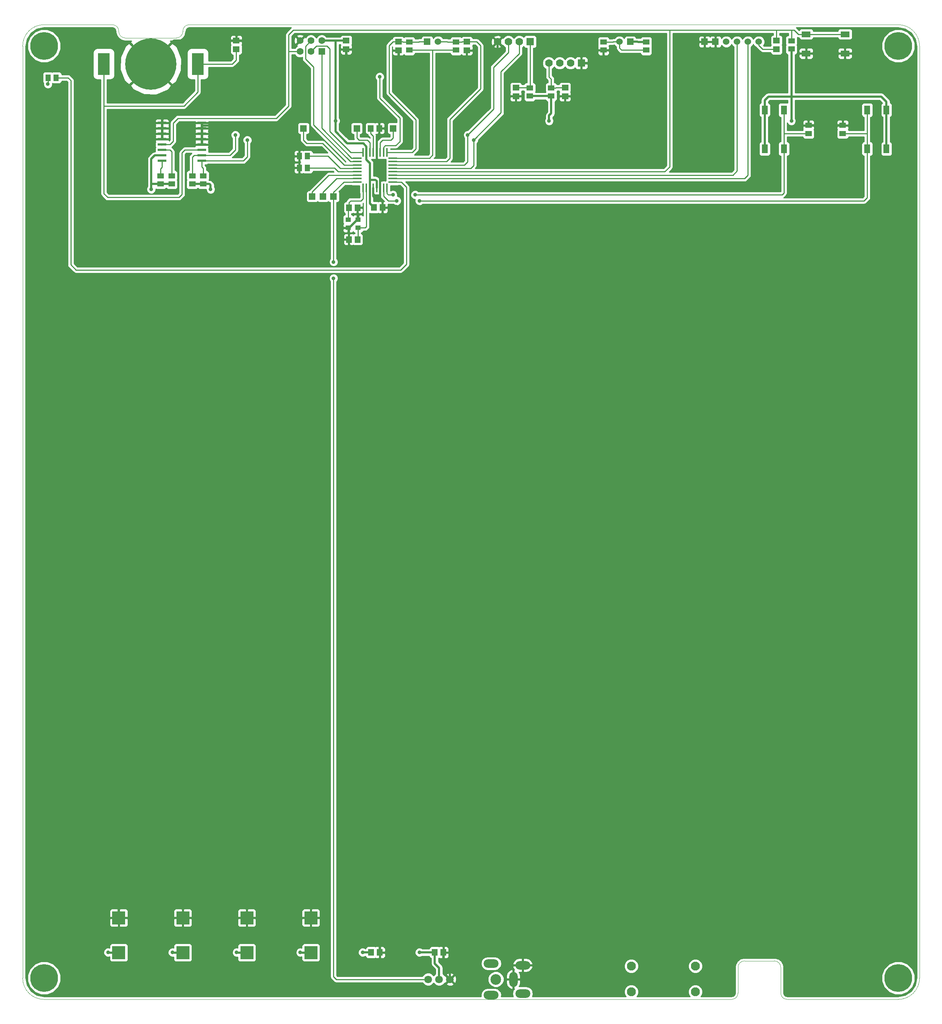
<source format=gbr>
%FSLAX46Y46*%
G04 Gerber Fmt 4.6, Leading zero omitted, Abs format (unit mm)*
G04 Created by KiCad (PCBNEW (2014-jul-16 BZR unknown)-product) date Thursday 16 October 2014 08:26:51 PM IST*
%MOMM*%
G01*
G04 APERTURE LIST*
%ADD10C,0.150000*%
%ADD11C,0.100000*%
%ADD12R,1.300480X1.498600*%
%ADD13C,6.500000*%
%ADD14R,1.524000X1.524000*%
%ADD15O,2.000000X3.500000*%
%ADD16O,3.500000X2.000000*%
%ADD17C,2.500000*%
%ADD18C,2.100000*%
%ADD19R,1.998980X0.599440*%
%ADD20R,1.498600X1.300480*%
%ADD21R,1.300480X1.049020*%
%ADD22R,0.449580X1.998980*%
%ADD23R,1.998980X0.449580*%
%ADD24R,1.600000X1.600000*%
%ADD25C,1.600000*%
%ADD26C,1.524000*%
%ADD27R,3.048000X3.048000*%
%ADD28R,1.550000X1.350000*%
%ADD29R,1.350000X1.550000*%
%ADD30C,1.778000*%
%ADD31R,1.778000X1.778000*%
%ADD32R,2.800000X5.100000*%
%ADD33C,12.000000*%
%ADD34R,1.400000X2.100000*%
%ADD35R,2.100000X1.400000*%
%ADD36C,1.800000*%
%ADD37C,0.889000*%
%ADD38C,0.254000*%
%ADD39C,0.508000*%
G04 APERTURE END LIST*
D10*
D11*
X220000000Y-269000000D02*
X59000000Y-269000000D01*
X233000000Y-269000000D02*
X259000000Y-269000000D01*
X231500000Y-261500000D02*
X231500000Y-267500000D01*
X221500000Y-267500000D02*
X221500000Y-261500000D01*
X231500000Y-267500000D02*
G75*
G03X233000000Y-269000000I1500000J0D01*
G74*
G01*
X220000000Y-269000000D02*
G75*
G03X221500000Y-267500000I0J1500000D01*
G74*
G01*
X231500000Y-261500000D02*
G75*
G03X230000000Y-260000000I-1500000J0D01*
G74*
G01*
X223000000Y-260000000D02*
G75*
G03X221500000Y-261500000I0J-1500000D01*
G74*
G01*
X264000000Y-46000000D02*
X264000000Y-264000000D01*
X93000000Y-41000000D02*
X259000000Y-41000000D01*
X75000000Y-41000000D02*
X59000000Y-41000000D01*
X76500000Y-42500000D02*
X76500000Y-42600000D01*
X76500000Y-42500000D02*
G75*
G03X75000000Y-41000000I-1500000J0D01*
G74*
G01*
X91500000Y-42500000D02*
X91500000Y-42600000D01*
X93000000Y-41000000D02*
G75*
G03X91500000Y-42500000I0J-1500000D01*
G74*
G01*
X90000000Y-44100000D02*
G75*
G03X91500000Y-42600000I0J1500000D01*
G74*
G01*
X76500000Y-42600000D02*
G75*
G03X78000000Y-44100000I1500000J0D01*
G74*
G01*
X84000000Y-44100000D02*
X90000000Y-44100000D01*
X84000000Y-44100000D02*
X78000000Y-44100000D01*
X54000000Y-264000000D02*
X54000000Y-46000000D01*
X259000000Y-269000000D02*
G75*
G03X264000000Y-264000000I0J5000000D01*
G74*
G01*
X264000000Y-46000000D02*
G75*
G03X259000000Y-41000000I-5000000J0D01*
G74*
G01*
X59000000Y-41000000D02*
G75*
G03X54000000Y-46000000I0J-5000000D01*
G74*
G01*
X54000000Y-264000000D02*
G75*
G03X59000000Y-269000000I5000000J0D01*
G74*
G01*
X230000000Y-260000000D02*
X223000000Y-260000000D01*
D12*
X61852500Y-53400000D03*
X59947500Y-53400000D03*
D13*
X259000000Y-264000000D03*
X59000000Y-264000000D03*
X259000000Y-46000000D03*
X59000000Y-46000000D03*
D14*
X121800000Y-81200000D03*
X124300000Y-81200000D03*
X126800000Y-81200000D03*
X140750000Y-65250000D03*
X132250000Y-65250000D03*
D15*
X168900000Y-264300000D03*
D16*
X171100000Y-261000000D03*
X171100000Y-267600000D03*
X163700000Y-260600000D03*
X163700000Y-268000000D03*
D17*
X164800000Y-264300000D03*
D18*
X211500000Y-261200000D03*
X211500000Y-267200000D03*
X196500000Y-261200000D03*
X196500000Y-267200000D03*
D19*
X86649260Y-72845000D03*
X86649260Y-71575000D03*
X86649260Y-70305000D03*
X86649260Y-69035000D03*
X86649260Y-67765000D03*
X86649260Y-66495000D03*
X86649260Y-65225000D03*
X86649260Y-63955000D03*
X95950740Y-63955000D03*
X95950740Y-65225000D03*
X95950740Y-66495000D03*
X95950740Y-67765000D03*
X95950740Y-69035000D03*
X95950740Y-70305000D03*
X95950740Y-71575000D03*
X95950740Y-72845000D03*
D20*
X86300000Y-78252500D03*
X86300000Y-76347500D03*
X88900000Y-78252500D03*
X88900000Y-76347500D03*
X93700000Y-78252500D03*
X93700000Y-76347500D03*
D21*
X132543000Y-88502500D03*
X130257000Y-86597500D03*
X132543000Y-86597500D03*
X130257000Y-88502500D03*
D22*
X133700920Y-79150360D03*
X134501020Y-79150360D03*
X135301120Y-79150360D03*
X136101220Y-79150360D03*
X136898780Y-79150360D03*
X137698880Y-79150360D03*
X138498980Y-79150360D03*
X139299080Y-79150360D03*
X139299080Y-70849640D03*
X133700920Y-70849640D03*
X134501020Y-70849640D03*
X135301120Y-70849640D03*
X136101220Y-70849640D03*
X136898780Y-70849640D03*
X137698880Y-70849640D03*
X138498980Y-70849640D03*
D23*
X140650360Y-77799080D03*
X140650360Y-76998980D03*
X140650360Y-76198880D03*
X140650360Y-75398780D03*
X140650360Y-74601220D03*
X140650360Y-73801120D03*
X140650360Y-73001020D03*
X140650360Y-72200920D03*
X132349640Y-77799080D03*
X132349640Y-76998980D03*
X132349640Y-76198880D03*
X132349640Y-75398780D03*
X132349640Y-74601220D03*
X132349640Y-73801120D03*
X132349640Y-73001020D03*
X132349640Y-72200920D03*
D24*
X124040000Y-47270000D03*
D25*
X124040000Y-44730000D03*
X121500000Y-47270000D03*
X121500000Y-44730000D03*
X118960000Y-47270000D03*
X118960000Y-44730000D03*
D20*
X144500000Y-45047500D03*
X144500000Y-46952500D03*
D14*
X148730000Y-45000000D03*
D26*
X151270000Y-45000000D03*
D20*
X155500000Y-46952500D03*
X155500000Y-45047500D03*
X190000000Y-45047500D03*
X190000000Y-46952500D03*
D14*
X196270000Y-45000000D03*
D26*
X193730000Y-45000000D03*
D20*
X200000000Y-45047500D03*
X200000000Y-46952500D03*
X234000000Y-46702500D03*
X234000000Y-44797500D03*
X96300000Y-78252500D03*
X96300000Y-76347500D03*
D27*
X76500000Y-258064000D03*
X76500000Y-249936000D03*
X121500000Y-258064000D03*
X121500000Y-249936000D03*
X106500000Y-258064000D03*
X106500000Y-249936000D03*
X91500000Y-258064000D03*
X91500000Y-249936000D03*
D28*
X230500000Y-44750000D03*
X230500000Y-46750000D03*
X158000000Y-45000000D03*
X158000000Y-47000000D03*
X142000000Y-45000000D03*
X142000000Y-47000000D03*
X129750000Y-46750000D03*
X129750000Y-44750000D03*
X104000000Y-46750000D03*
X104000000Y-44750000D03*
D29*
X135500000Y-65250000D03*
X137500000Y-65250000D03*
X136250000Y-83750000D03*
X138250000Y-83750000D03*
X132400000Y-83800000D03*
X130400000Y-83800000D03*
X132400000Y-91250000D03*
X130400000Y-91250000D03*
X135600000Y-258000000D03*
X137600000Y-258000000D03*
D14*
X213650000Y-45000000D03*
X216190000Y-45000000D03*
D26*
X218730000Y-45000000D03*
X221270000Y-45000000D03*
X223810000Y-45000000D03*
X226350000Y-45000000D03*
D28*
X181000000Y-55750000D03*
X181000000Y-57750000D03*
X169500000Y-55750000D03*
X169500000Y-57750000D03*
D20*
X177750000Y-55797500D03*
X177750000Y-57702500D03*
X172750000Y-57702500D03*
X172750000Y-55797500D03*
D30*
X165190000Y-45000000D03*
X167730000Y-45000000D03*
X170270000Y-45000000D03*
D31*
X172810000Y-45000000D03*
D30*
X177190000Y-50000000D03*
X179730000Y-50000000D03*
X182270000Y-50000000D03*
D31*
X184810000Y-50000000D03*
D32*
X95000000Y-50200000D03*
X73000000Y-50200000D03*
D33*
X84000000Y-50200000D03*
D20*
X238000000Y-66452500D03*
X238000000Y-64547500D03*
X246000000Y-66452500D03*
X246000000Y-64547500D03*
D12*
X118797500Y-74500000D03*
X120702500Y-74500000D03*
X118797500Y-71750000D03*
X120702500Y-71750000D03*
D34*
X256250000Y-60950000D03*
X256250000Y-70050000D03*
X251750000Y-70050000D03*
X251750000Y-60950000D03*
X227750000Y-70050000D03*
X227750000Y-60950000D03*
X232250000Y-60950000D03*
X232250000Y-70050000D03*
D35*
X237450000Y-43250000D03*
X246550000Y-43250000D03*
X246550000Y-47750000D03*
X237450000Y-47750000D03*
D14*
X119750000Y-65250000D03*
D29*
X150500000Y-258000000D03*
X152500000Y-258000000D03*
D36*
X148960000Y-264300000D03*
X151500000Y-264300000D03*
X154040000Y-264300000D03*
D37*
X126800000Y-96500000D03*
X126800000Y-100300000D03*
X137600000Y-53200000D03*
X59900000Y-54900000D03*
X106600000Y-68000000D03*
X159600000Y-68000000D03*
X103800000Y-66800000D03*
X158200000Y-66800000D03*
X146900000Y-258000000D03*
X133600000Y-258000000D03*
X177250000Y-63500000D03*
X98000000Y-79500000D03*
X84100000Y-79500000D03*
X234000000Y-63500000D03*
X74000000Y-258000000D03*
X89100000Y-258000000D03*
X104100000Y-258000000D03*
X119000000Y-258000000D03*
X127250000Y-63500000D03*
X136500000Y-246600000D03*
X121500000Y-246600000D03*
X106500000Y-246600000D03*
X91500000Y-246600000D03*
X76500000Y-246600000D03*
X138100000Y-86600000D03*
X90400000Y-70600000D03*
X261500000Y-248500000D03*
X158000000Y-54600000D03*
X142000000Y-54600000D03*
X190000000Y-54600000D03*
X169500000Y-70600000D03*
X162800000Y-54600000D03*
X130300000Y-54600000D03*
X243100000Y-70600000D03*
X242000000Y-54600000D03*
X83600000Y-70600000D03*
X140700000Y-80800000D03*
X145900000Y-80800000D03*
X141600000Y-82200000D03*
X146900000Y-82200000D03*
D38*
X142000000Y-45000000D02*
X140700000Y-45000000D01*
X139800000Y-57000000D02*
X146050000Y-63250000D01*
X139800000Y-45900000D02*
X139800000Y-57000000D01*
X140700000Y-45000000D02*
X139800000Y-45900000D01*
X142000000Y-45000000D02*
X143000000Y-45000000D01*
X143047500Y-45047500D02*
X144500000Y-45047500D01*
X143000000Y-45000000D02*
X143047500Y-45047500D01*
X148730000Y-45000000D02*
X146800000Y-45000000D01*
X146752500Y-45047500D02*
X144500000Y-45047500D01*
X146800000Y-45000000D02*
X146752500Y-45047500D01*
X146050000Y-70050000D02*
X145250360Y-70849640D01*
X145250360Y-70849640D02*
X139299080Y-70849640D01*
X146050000Y-63250000D02*
X146050000Y-70050000D01*
X140650360Y-73001020D02*
X153248980Y-73001020D01*
X161200000Y-45900000D02*
X161200000Y-56000000D01*
X161200000Y-56000000D02*
X154000000Y-63200000D01*
X160300000Y-45000000D02*
X161200000Y-45900000D01*
X160300000Y-45000000D02*
X158000000Y-45000000D01*
X154000000Y-72250000D02*
X154000000Y-63200000D01*
X153248980Y-73001020D02*
X154000000Y-72250000D01*
X158000000Y-45000000D02*
X156900000Y-45000000D01*
X156852500Y-45047500D02*
X155500000Y-45047500D01*
X156900000Y-45000000D02*
X156852500Y-45047500D01*
X151270000Y-45000000D02*
X153400000Y-45000000D01*
X153447500Y-45047500D02*
X155500000Y-45047500D01*
X153400000Y-45000000D02*
X153447500Y-45047500D01*
X126800000Y-100300000D02*
X126800000Y-263700000D01*
X126800000Y-263700000D02*
X127400000Y-264300000D01*
X132349640Y-77799080D02*
X129200920Y-77799080D01*
X126800000Y-80200000D02*
X126800000Y-81200000D01*
X129200920Y-77799080D02*
X126800000Y-80200000D01*
X127400000Y-264300000D02*
X148960000Y-264300000D01*
X126800000Y-81200000D02*
X126800000Y-96500000D01*
X127501020Y-76998980D02*
X124300000Y-80200000D01*
X124300000Y-80200000D02*
X124300000Y-81200000D01*
X132349640Y-76998980D02*
X127501020Y-76998980D01*
X125701120Y-76198880D02*
X121800000Y-80100000D01*
X121800000Y-80100000D02*
X121800000Y-81200000D01*
X132349640Y-76198880D02*
X125701120Y-76198880D01*
X193730000Y-45000000D02*
X192250000Y-45000000D01*
X192202500Y-45047500D02*
X190000000Y-45047500D01*
X192250000Y-45000000D02*
X192202500Y-45047500D01*
X200000000Y-46952500D02*
X194202500Y-46952500D01*
X193730000Y-46480000D02*
X193730000Y-45000000D01*
X194202500Y-46952500D02*
X193730000Y-46480000D01*
X138498980Y-70849640D02*
X138498980Y-69651020D01*
X138498980Y-69651020D02*
X138900000Y-69250000D01*
X137600000Y-58150000D02*
X142300000Y-62850000D01*
X137600000Y-53200000D02*
X137600000Y-58150000D01*
X142300000Y-68300000D02*
X141350000Y-69250000D01*
X141350000Y-69250000D02*
X138900000Y-69250000D01*
X142300000Y-62850000D02*
X142300000Y-68300000D01*
X61852500Y-53400000D02*
X64600000Y-53400000D01*
X64600000Y-53400000D02*
X65250000Y-54050000D01*
X140650360Y-77799080D02*
X142649080Y-77799080D01*
X142649080Y-77799080D02*
X143850000Y-79000000D01*
X143850000Y-79000000D02*
X143850000Y-97050000D01*
X143850000Y-97050000D02*
X142500000Y-98400000D01*
X142500000Y-98400000D02*
X66500000Y-98400000D01*
X65250000Y-97150000D02*
X66500000Y-98400000D01*
X65250000Y-54050000D02*
X65250000Y-97150000D01*
X131000920Y-72200920D02*
X132349640Y-72200920D01*
X124040000Y-65240000D02*
X131000920Y-72200920D01*
X124040000Y-47270000D02*
X124040000Y-65240000D01*
X122100000Y-64400000D02*
X122100000Y-50900000D01*
X120200000Y-46030000D02*
X121500000Y-44730000D01*
X120200000Y-49000000D02*
X120200000Y-46030000D01*
X122100000Y-50900000D02*
X120200000Y-49000000D01*
X132349640Y-73001020D02*
X130701020Y-73001020D01*
X122100000Y-64400000D02*
X130701020Y-73001020D01*
X140650360Y-75398780D02*
X204351220Y-75398780D01*
X204351220Y-75398780D02*
X205500000Y-74250000D01*
X234000000Y-44797500D02*
X234000000Y-42250000D01*
X230500000Y-44750000D02*
X230500000Y-42250000D01*
X234000000Y-42250000D02*
X230500000Y-42250000D01*
X205500000Y-74250000D02*
X205500000Y-42250000D01*
X86649260Y-69035000D02*
X88465000Y-69035000D01*
X89250000Y-68250000D02*
X89250000Y-64000000D01*
X88465000Y-69035000D02*
X89250000Y-68250000D01*
X230500000Y-42250000D02*
X205500000Y-42250000D01*
X205500000Y-42250000D02*
X117350000Y-42250000D01*
X116250000Y-47270000D02*
X116250000Y-43350000D01*
X116250000Y-43350000D02*
X117350000Y-42250000D01*
X89250000Y-64000000D02*
X90350000Y-62900000D01*
X90350000Y-62900000D02*
X113350000Y-62900000D01*
X116250000Y-60000000D02*
X113350000Y-62900000D01*
X86534260Y-69150000D02*
X86649260Y-69035000D01*
X116250000Y-60000000D02*
X116250000Y-47270000D01*
X118960000Y-47270000D02*
X116250000Y-47270000D01*
X237450000Y-43250000D02*
X246550000Y-43250000D01*
X234650000Y-42250000D02*
X235650000Y-43250000D01*
X235650000Y-43250000D02*
X237450000Y-43250000D01*
X234000000Y-42250000D02*
X234650000Y-42250000D01*
X221270000Y-45000000D02*
X221270000Y-75230000D01*
X220301120Y-76198880D02*
X140650360Y-76198880D01*
X221270000Y-75230000D02*
X220301120Y-76198880D01*
X59947500Y-53400000D02*
X59947500Y-54852500D01*
X59947500Y-54852500D02*
X59900000Y-54900000D01*
X125250000Y-46000000D02*
X122770000Y-46000000D01*
X122770000Y-46000000D02*
X121500000Y-47270000D01*
X125900000Y-46650000D02*
X125250000Y-46000000D01*
X130799640Y-70849640D02*
X125900000Y-65950000D01*
X133700920Y-70849640D02*
X130799640Y-70849640D01*
X125900000Y-65950000D02*
X125900000Y-46650000D01*
X140650360Y-74601220D02*
X158898780Y-74601220D01*
X159600000Y-73900000D02*
X159600000Y-68000000D01*
X158898780Y-74601220D02*
X159600000Y-73900000D01*
X170270000Y-45000000D02*
X170270000Y-47730000D01*
X170270000Y-47730000D02*
X166000000Y-52000000D01*
X166000000Y-52000000D02*
X166000000Y-61600000D01*
X166000000Y-61600000D02*
X159600000Y-68000000D01*
X95950740Y-72845000D02*
X105655000Y-72845000D01*
X105655000Y-72845000D02*
X106600000Y-71900000D01*
X106600000Y-68000000D02*
X106600000Y-71900000D01*
X96300000Y-74600000D02*
X95950740Y-74250740D01*
X95950740Y-74250740D02*
X95950740Y-72845000D01*
X96300000Y-76347500D02*
X96300000Y-74600000D01*
X140650360Y-73801120D02*
X157448880Y-73801120D01*
X157448880Y-73801120D02*
X158200000Y-73050000D01*
X167730000Y-45000000D02*
X167730000Y-47520000D01*
X164250000Y-60750000D02*
X158200000Y-66800000D01*
X164250000Y-51000000D02*
X164250000Y-60750000D01*
X167730000Y-47520000D02*
X164250000Y-51000000D01*
X94125000Y-71575000D02*
X95950740Y-71575000D01*
X95950740Y-71575000D02*
X102525000Y-71575000D01*
X103800000Y-66800000D02*
X103800000Y-70300000D01*
X103800000Y-70300000D02*
X102525000Y-71575000D01*
X158200000Y-73050000D02*
X158200000Y-66800000D01*
X94125000Y-71575000D02*
X95950740Y-71575000D01*
X93700000Y-72000000D02*
X94125000Y-71575000D01*
X93700000Y-76347500D02*
X93700000Y-72000000D01*
X150000000Y-46952500D02*
X150000000Y-71500000D01*
X150000000Y-71500000D02*
X149299080Y-72200920D01*
X155500000Y-46952500D02*
X150000000Y-46952500D01*
X150000000Y-46952500D02*
X144500000Y-46952500D01*
X140650360Y-72200920D02*
X149299080Y-72200920D01*
X223810000Y-45000000D02*
X223810000Y-76190000D01*
X223001020Y-76998980D02*
X140650360Y-76998980D01*
X223810000Y-76190000D02*
X223001020Y-76998980D01*
D39*
X150500000Y-258000000D02*
X146900000Y-258000000D01*
X150500000Y-258000000D02*
X150500000Y-260600000D01*
X151500000Y-261600000D02*
X151500000Y-264300000D01*
X150500000Y-260600000D02*
X151500000Y-261600000D01*
X135600000Y-258000000D02*
X133600000Y-258000000D01*
X177750000Y-57702500D02*
X177750000Y-61750000D01*
X177750000Y-61750000D02*
X177250000Y-62250000D01*
X177250000Y-62250000D02*
X177250000Y-63500000D01*
X135301120Y-79150360D02*
X135301120Y-82801120D01*
X135301120Y-82801120D02*
X136250000Y-83750000D01*
X196270000Y-45000000D02*
X198000000Y-45000000D01*
X198047500Y-45047500D02*
X200000000Y-45047500D01*
X198000000Y-45000000D02*
X198047500Y-45047500D01*
X172750000Y-57702500D02*
X177750000Y-57702500D01*
X136898780Y-79150360D02*
X136898780Y-77598780D01*
X136600000Y-77300000D02*
X135301120Y-77300000D01*
X136898780Y-77598780D02*
X136600000Y-77300000D01*
X135301120Y-79150360D02*
X135301120Y-77300000D01*
X135301120Y-77300000D02*
X135301120Y-73401120D01*
X134501020Y-72601020D02*
X134501020Y-70849640D01*
X135301120Y-73401120D02*
X134501020Y-72601020D01*
D38*
X86574260Y-71650000D02*
X86649260Y-71575000D01*
D39*
X96300000Y-78252500D02*
X93700000Y-78252500D01*
X88900000Y-78252500D02*
X86300000Y-78252500D01*
X97752500Y-78252500D02*
X98000000Y-78500000D01*
X98000000Y-78500000D02*
X98000000Y-79500000D01*
X96300000Y-78252500D02*
X97752500Y-78252500D01*
X84100000Y-78252500D02*
X84100000Y-79500000D01*
X86649260Y-71575000D02*
X84925000Y-71575000D01*
X84925000Y-71575000D02*
X84100000Y-72400000D01*
X84100000Y-72400000D02*
X84100000Y-78252500D01*
X86300000Y-78252500D02*
X84100000Y-78252500D01*
X129730000Y-44730000D02*
X129750000Y-44750000D01*
X127250000Y-44730000D02*
X129730000Y-44730000D01*
X124040000Y-44730000D02*
X127250000Y-44730000D01*
X234000000Y-57800000D02*
X234000000Y-63500000D01*
X234000000Y-46702500D02*
X234000000Y-57800000D01*
X74000000Y-258000000D02*
X74064000Y-258064000D01*
X74064000Y-258064000D02*
X76500000Y-258064000D01*
X89164000Y-258064000D02*
X89100000Y-258000000D01*
X91500000Y-258064000D02*
X89164000Y-258064000D01*
X104164000Y-258064000D02*
X104100000Y-258000000D01*
X106500000Y-258064000D02*
X104164000Y-258064000D01*
X119064000Y-258064000D02*
X119000000Y-258000000D01*
X121500000Y-258064000D02*
X119064000Y-258064000D01*
X134501020Y-69501020D02*
X133750000Y-68750000D01*
X134501020Y-70849640D02*
X134501020Y-69501020D01*
X130000000Y-68750000D02*
X133750000Y-68750000D01*
X127250000Y-66000000D02*
X130000000Y-68750000D01*
X127250000Y-64500000D02*
X127250000Y-66000000D01*
X127250000Y-44730000D02*
X127250000Y-64500000D01*
X127250000Y-64500000D02*
X127250000Y-63500000D01*
X256250000Y-70050000D02*
X256250000Y-60950000D01*
X227750000Y-70050000D02*
X227750000Y-60950000D01*
X227750000Y-58650000D02*
X228600000Y-57800000D01*
X228600000Y-57800000D02*
X234000000Y-57800000D01*
X227750000Y-60950000D02*
X227750000Y-58650000D01*
X255000000Y-57800000D02*
X256250000Y-59050000D01*
X256250000Y-59050000D02*
X256250000Y-60950000D01*
X234000000Y-57800000D02*
X255000000Y-57800000D01*
X152500000Y-258000000D02*
X152500000Y-259600000D01*
X154040000Y-261140000D02*
X154040000Y-264300000D01*
X152500000Y-259600000D02*
X154040000Y-261140000D01*
X137600000Y-258000000D02*
X137600000Y-251000000D01*
X136500000Y-249900000D02*
X136500000Y-246600000D01*
X137600000Y-251000000D02*
X136500000Y-249900000D01*
X121500000Y-249936000D02*
X121500000Y-246600000D01*
X106500000Y-249936000D02*
X106500000Y-246600000D01*
X91500000Y-249936000D02*
X91500000Y-246600000D01*
X76500000Y-249936000D02*
X76500000Y-246600000D01*
X137500000Y-93000000D02*
X130900000Y-93000000D01*
X130900000Y-93000000D02*
X130400000Y-92500000D01*
X95950740Y-64600000D02*
X112500000Y-64600000D01*
X115150000Y-73250000D02*
X118797500Y-73250000D01*
X113700000Y-71800000D02*
X115150000Y-73250000D01*
X113700000Y-65800000D02*
X113700000Y-71800000D01*
X112500000Y-64600000D02*
X113700000Y-65800000D01*
X137500000Y-65250000D02*
X137500000Y-61600000D01*
X130300000Y-60100000D02*
X130300000Y-54600000D01*
X131100000Y-60900000D02*
X130300000Y-60100000D01*
X136800000Y-60900000D02*
X131100000Y-60900000D01*
X137500000Y-61600000D02*
X136800000Y-60900000D01*
X138250000Y-83750000D02*
X138250000Y-82275720D01*
X138250000Y-82275720D02*
X137698880Y-81724600D01*
X136101220Y-79150360D02*
X136101220Y-81101220D01*
X136101220Y-81101220D02*
X136724600Y-81724600D01*
X136724600Y-81724600D02*
X137698880Y-81724600D01*
X137698880Y-79150360D02*
X137698880Y-81724600D01*
X138100000Y-85600000D02*
X138100000Y-86600000D01*
X138250000Y-83750000D02*
X138250000Y-85450000D01*
X138250000Y-85450000D02*
X138100000Y-85600000D01*
X95950740Y-67765000D02*
X91135000Y-67765000D01*
X95950740Y-65225000D02*
X95950740Y-64600000D01*
X95950740Y-64600000D02*
X95950740Y-63955000D01*
X95950740Y-66495000D02*
X95950740Y-65225000D01*
X95950740Y-67765000D02*
X95950740Y-66495000D01*
X95950740Y-69035000D02*
X95950740Y-67765000D01*
X86649260Y-65225000D02*
X86649260Y-63955000D01*
X86649260Y-66495000D02*
X86649260Y-65225000D01*
X86649260Y-67765000D02*
X86649260Y-66495000D01*
X137698880Y-79150360D02*
X137698880Y-73398880D01*
X136898780Y-72598780D02*
X136898780Y-70849640D01*
X137698880Y-73398880D02*
X136898780Y-72598780D01*
X132543000Y-86597500D02*
X132352500Y-86597500D01*
X132352500Y-86597500D02*
X130447500Y-88502500D01*
X130447500Y-88502500D02*
X130257000Y-88502500D01*
X132400000Y-83800000D02*
X132400000Y-86454500D01*
X132400000Y-86454500D02*
X132543000Y-86597500D01*
X130400000Y-91250000D02*
X130400000Y-88645500D01*
X130400000Y-88645500D02*
X130257000Y-88502500D01*
D38*
X137181800Y-65420700D02*
X137352500Y-65250000D01*
D39*
X90400000Y-68500000D02*
X91135000Y-67765000D01*
X90400000Y-70600000D02*
X90400000Y-68500000D01*
X89450000Y-44750000D02*
X84000000Y-50200000D01*
X104000000Y-44750000D02*
X89450000Y-44750000D01*
X261500000Y-248500000D02*
X183500000Y-248500000D01*
X181250000Y-261750000D02*
X181250000Y-250750000D01*
X181250000Y-250750000D02*
X183500000Y-248500000D01*
X178700000Y-264300000D02*
X181250000Y-261750000D01*
X171100000Y-264300000D02*
X178700000Y-264300000D01*
X168900000Y-264300000D02*
X171100000Y-264300000D01*
X171100000Y-261000000D02*
X171100000Y-264300000D01*
X136898780Y-67101220D02*
X137500000Y-66500000D01*
X137500000Y-66500000D02*
X137500000Y-65250000D01*
X136898780Y-70849640D02*
X136898780Y-67101220D01*
X118797500Y-73250000D02*
X118797500Y-74500000D01*
X118797500Y-71750000D02*
X118797500Y-73250000D01*
X138100000Y-92400000D02*
X138100000Y-86600000D01*
X137500000Y-93000000D02*
X138100000Y-92400000D01*
X130400000Y-91250000D02*
X130400000Y-92500000D01*
X242200000Y-64547500D02*
X246000000Y-64547500D01*
X238000000Y-64547500D02*
X242200000Y-64547500D01*
X242000000Y-47750000D02*
X246550000Y-47750000D01*
X237450000Y-47750000D02*
X242000000Y-47750000D01*
X158000000Y-47000000D02*
X158000000Y-54600000D01*
X142000000Y-47000000D02*
X142000000Y-54600000D01*
X190000000Y-46952500D02*
X190000000Y-50000000D01*
X106250000Y-44750000D02*
X107000000Y-45500000D01*
X107000000Y-45500000D02*
X107000000Y-60000000D01*
X107000000Y-60000000D02*
X105500000Y-61500000D01*
X104000000Y-44750000D02*
X106250000Y-44750000D01*
X105500000Y-61500000D02*
X86649260Y-61500000D01*
X86649260Y-63955000D02*
X86649260Y-61500000D01*
X184810000Y-50000000D02*
X190000000Y-50000000D01*
X184810000Y-56490000D02*
X183550000Y-57750000D01*
X183550000Y-57750000D02*
X181000000Y-57750000D01*
X184810000Y-50000000D02*
X184810000Y-56490000D01*
X190000000Y-46952500D02*
X190000000Y-54600000D01*
X169500000Y-57750000D02*
X169500000Y-70600000D01*
X165190000Y-47610000D02*
X162800000Y-50000000D01*
X162800000Y-50000000D02*
X162800000Y-54600000D01*
X165190000Y-45000000D02*
X165190000Y-47610000D01*
X129750000Y-48550000D02*
X130300000Y-49100000D01*
X129750000Y-46750000D02*
X129750000Y-48550000D01*
X130300000Y-49100000D02*
X130300000Y-54600000D01*
X242200000Y-68500000D02*
X243100000Y-69400000D01*
X243100000Y-69400000D02*
X243100000Y-70600000D01*
X242200000Y-64547500D02*
X242200000Y-68500000D01*
X242000000Y-47750000D02*
X242000000Y-54600000D01*
X84500000Y-61500000D02*
X83600000Y-62400000D01*
X83600000Y-62400000D02*
X83600000Y-70600000D01*
X86649260Y-61500000D02*
X84500000Y-61500000D01*
D38*
X132543000Y-88502500D02*
X132543000Y-91107000D01*
X132543000Y-91107000D02*
X132400000Y-91250000D01*
X134501020Y-88198980D02*
X134197500Y-88502500D01*
X134197500Y-88502500D02*
X132543000Y-88502500D01*
X134501020Y-79150360D02*
X134501020Y-88198980D01*
X230500000Y-46750000D02*
X227250000Y-46750000D01*
X226350000Y-45850000D02*
X226350000Y-45000000D01*
X227250000Y-46750000D02*
X226350000Y-45850000D01*
X130400000Y-83800000D02*
X130400000Y-82600000D01*
X133700920Y-81699080D02*
X133700920Y-79150360D01*
X133200000Y-82200000D02*
X133700920Y-81699080D01*
X130800000Y-82200000D02*
X133200000Y-82200000D01*
X130400000Y-82600000D02*
X130800000Y-82200000D01*
X130257000Y-86597500D02*
X130257000Y-83943000D01*
X130257000Y-83943000D02*
X130400000Y-83800000D01*
X88900000Y-70700000D02*
X88505000Y-70305000D01*
X88505000Y-70305000D02*
X86649260Y-70305000D01*
X88900000Y-76347500D02*
X88900000Y-70700000D01*
X86300000Y-74700000D02*
X86649260Y-74350740D01*
X86649260Y-74350740D02*
X86649260Y-72845000D01*
X86300000Y-76347500D02*
X86300000Y-74700000D01*
X178845000Y-55750000D02*
X181000000Y-55750000D01*
X177190000Y-53190000D02*
X177190000Y-50000000D01*
X178797500Y-55797500D02*
X178845000Y-55750000D01*
X177750000Y-55797500D02*
X178797500Y-55797500D01*
X177750000Y-55797500D02*
X177750000Y-53750000D01*
X177750000Y-53750000D02*
X177190000Y-53190000D01*
X169500000Y-55750000D02*
X172702500Y-55750000D01*
X172702500Y-55750000D02*
X172750000Y-55797500D01*
X172810000Y-45000000D02*
X172810000Y-55737500D01*
X172810000Y-55737500D02*
X172750000Y-55797500D01*
X232250000Y-66452500D02*
X232250000Y-60950000D01*
X232250000Y-70050000D02*
X232250000Y-66452500D01*
X238000000Y-66452500D02*
X232250000Y-66452500D01*
X139299080Y-80499080D02*
X139600000Y-80800000D01*
X139600000Y-80800000D02*
X140700000Y-80800000D01*
X145900000Y-80800000D02*
X231800000Y-80800000D01*
X231800000Y-80800000D02*
X232250000Y-80350000D01*
X232250000Y-80350000D02*
X232250000Y-70050000D01*
X139299080Y-79150360D02*
X139299080Y-80499080D01*
X251750000Y-66452500D02*
X251750000Y-70050000D01*
X251750000Y-60950000D02*
X251750000Y-66452500D01*
X246000000Y-66452500D02*
X251750000Y-66452500D01*
X138498980Y-81098980D02*
X139600000Y-82200000D01*
X139600000Y-82200000D02*
X141600000Y-82200000D01*
X146900000Y-82200000D02*
X251000000Y-82200000D01*
X251000000Y-82200000D02*
X251750000Y-81450000D01*
X251750000Y-81450000D02*
X251750000Y-70050000D01*
X138498980Y-79150360D02*
X138498980Y-81098980D01*
X127000000Y-74500000D02*
X127898780Y-75398780D01*
X127898780Y-75398780D02*
X132349640Y-75398780D01*
X120702500Y-74500000D02*
X127000000Y-74500000D01*
X125500000Y-71750000D02*
X128351220Y-74601220D01*
X128351220Y-74601220D02*
X132349640Y-74601220D01*
X120702500Y-71750000D02*
X125500000Y-71750000D01*
X135301120Y-68551120D02*
X134750000Y-68000000D01*
X134750000Y-68000000D02*
X132750000Y-68000000D01*
X132750000Y-68000000D02*
X132250000Y-67500000D01*
X132250000Y-67500000D02*
X132250000Y-65250000D01*
X135301120Y-70849640D02*
X135301120Y-68551120D01*
X137698880Y-68551120D02*
X138250000Y-68000000D01*
X138250000Y-68000000D02*
X140250000Y-68000000D01*
X140250000Y-68000000D02*
X140750000Y-67500000D01*
X140750000Y-67500000D02*
X140750000Y-65250000D01*
X137698880Y-70849640D02*
X137698880Y-68551120D01*
X129301120Y-73801120D02*
X124250000Y-68750000D01*
X124250000Y-68750000D02*
X120500000Y-68750000D01*
X120500000Y-68750000D02*
X119750000Y-68000000D01*
X119750000Y-68000000D02*
X119750000Y-65250000D01*
X132349640Y-73801120D02*
X129301120Y-73801120D01*
X104000000Y-46750000D02*
X104000000Y-49250000D01*
X103050000Y-50200000D02*
X95000000Y-50200000D01*
X104000000Y-49250000D02*
X103050000Y-50200000D01*
X95000000Y-50200000D02*
X95000000Y-56750000D01*
X91750000Y-60000000D02*
X73000000Y-60000000D01*
X95000000Y-56750000D02*
X91750000Y-60000000D01*
X73000000Y-60000000D02*
X73000000Y-80500000D01*
X73000000Y-80500000D02*
X73900000Y-81400000D01*
X73000000Y-50200000D02*
X73000000Y-60000000D01*
X73900000Y-81400000D02*
X90600000Y-81400000D01*
X91995000Y-70305000D02*
X95950740Y-70305000D01*
X91300000Y-71000000D02*
X91995000Y-70305000D01*
X91300000Y-80700000D02*
X91300000Y-71000000D01*
X90600000Y-81400000D02*
X91300000Y-80700000D01*
X136101220Y-67101220D02*
X135500000Y-66500000D01*
X135500000Y-66500000D02*
X135500000Y-65250000D01*
X136101220Y-70849640D02*
X136101220Y-67101220D01*
G36*
X133739020Y-85731284D02*
X133731567Y-85713291D01*
X133710000Y-85691724D01*
X133710000Y-84701310D01*
X133710000Y-84448691D01*
X133710000Y-84085750D01*
X133551250Y-83927000D01*
X132527000Y-83927000D01*
X132527000Y-85051250D01*
X132685750Y-85210000D01*
X133201309Y-85210000D01*
X133434698Y-85113327D01*
X133613327Y-84934699D01*
X133710000Y-84701310D01*
X133710000Y-85691724D01*
X133552938Y-85534663D01*
X133319549Y-85437990D01*
X132828750Y-85437990D01*
X132670000Y-85596740D01*
X132670000Y-86470500D01*
X132690000Y-86470500D01*
X132690000Y-86724500D01*
X132670000Y-86724500D01*
X132670000Y-86744500D01*
X132416000Y-86744500D01*
X132416000Y-86724500D01*
X132396000Y-86724500D01*
X132396000Y-86470500D01*
X132416000Y-86470500D01*
X132416000Y-85596740D01*
X132257250Y-85437990D01*
X131766451Y-85437990D01*
X131533062Y-85534663D01*
X131399999Y-85667724D01*
X131266939Y-85534663D01*
X131033550Y-85437990D01*
X131019000Y-85437990D01*
X131019000Y-85210000D01*
X131201309Y-85210000D01*
X131400000Y-85127699D01*
X131598691Y-85210000D01*
X132114250Y-85210000D01*
X132273000Y-85051250D01*
X132273000Y-83927000D01*
X132253000Y-83927000D01*
X132253000Y-83673000D01*
X132273000Y-83673000D01*
X132273000Y-83653000D01*
X132527000Y-83653000D01*
X132527000Y-83673000D01*
X133551250Y-83673000D01*
X133710000Y-83514250D01*
X133710000Y-83151309D01*
X133710000Y-82898690D01*
X133664379Y-82788551D01*
X133738815Y-82738815D01*
X133739020Y-82738610D01*
X133739020Y-85731284D01*
X133739020Y-85731284D01*
G37*
X133739020Y-85731284D02*
X133731567Y-85713291D01*
X133710000Y-85691724D01*
X133710000Y-84701310D01*
X133710000Y-84448691D01*
X133710000Y-84085750D01*
X133551250Y-83927000D01*
X132527000Y-83927000D01*
X132527000Y-85051250D01*
X132685750Y-85210000D01*
X133201309Y-85210000D01*
X133434698Y-85113327D01*
X133613327Y-84934699D01*
X133710000Y-84701310D01*
X133710000Y-85691724D01*
X133552938Y-85534663D01*
X133319549Y-85437990D01*
X132828750Y-85437990D01*
X132670000Y-85596740D01*
X132670000Y-86470500D01*
X132690000Y-86470500D01*
X132690000Y-86724500D01*
X132670000Y-86724500D01*
X132670000Y-86744500D01*
X132416000Y-86744500D01*
X132416000Y-86724500D01*
X132396000Y-86724500D01*
X132396000Y-86470500D01*
X132416000Y-86470500D01*
X132416000Y-85596740D01*
X132257250Y-85437990D01*
X131766451Y-85437990D01*
X131533062Y-85534663D01*
X131399999Y-85667724D01*
X131266939Y-85534663D01*
X131033550Y-85437990D01*
X131019000Y-85437990D01*
X131019000Y-85210000D01*
X131201309Y-85210000D01*
X131400000Y-85127699D01*
X131598691Y-85210000D01*
X132114250Y-85210000D01*
X132273000Y-85051250D01*
X132273000Y-83927000D01*
X132253000Y-83927000D01*
X132253000Y-83673000D01*
X132273000Y-83673000D01*
X132273000Y-83653000D01*
X132527000Y-83653000D01*
X132527000Y-83673000D01*
X133551250Y-83673000D01*
X133710000Y-83514250D01*
X133710000Y-83151309D01*
X133710000Y-82898690D01*
X133664379Y-82788551D01*
X133738815Y-82738815D01*
X133739020Y-82738610D01*
X133739020Y-85731284D01*
G36*
X139036145Y-77399029D02*
X139015870Y-77447980D01*
X139015870Y-77515870D01*
X138947981Y-77515870D01*
X138899030Y-77536145D01*
X138850080Y-77515870D01*
X138597461Y-77515870D01*
X138147881Y-77515870D01*
X138098930Y-77536145D01*
X138049980Y-77515870D01*
X137970025Y-77515870D01*
X137825882Y-77660013D01*
X137825882Y-77515870D01*
X137771288Y-77515870D01*
X137720109Y-77258575D01*
X137720109Y-77258574D01*
X137527398Y-76970162D01*
X137228618Y-76671382D01*
X136940206Y-76478671D01*
X136600000Y-76411000D01*
X136190120Y-76411000D01*
X136190120Y-73401120D01*
X136122449Y-73060914D01*
X135929738Y-72772502D01*
X135641366Y-72484130D01*
X135652219Y-72484130D01*
X135701169Y-72463854D01*
X135750120Y-72484130D01*
X136002739Y-72484130D01*
X136452319Y-72484130D01*
X136499999Y-72464380D01*
X136547680Y-72484130D01*
X136627635Y-72484130D01*
X136786385Y-72325380D01*
X136786385Y-72286780D01*
X136864337Y-72208829D01*
X136900050Y-72122609D01*
X136935763Y-72208828D01*
X137011175Y-72284240D01*
X137011175Y-72325380D01*
X137169925Y-72484130D01*
X137249880Y-72484130D01*
X137298830Y-72463854D01*
X137347780Y-72484130D01*
X137600399Y-72484130D01*
X138049979Y-72484130D01*
X138098929Y-72463854D01*
X138147880Y-72484130D01*
X138400499Y-72484130D01*
X138850079Y-72484130D01*
X138899029Y-72463854D01*
X138947980Y-72484130D01*
X139015870Y-72484130D01*
X139015870Y-72552019D01*
X139036145Y-72600969D01*
X139015870Y-72649920D01*
X139015870Y-72902539D01*
X139015870Y-73352119D01*
X139036145Y-73401069D01*
X139015870Y-73450020D01*
X139015870Y-73702639D01*
X139015870Y-74152219D01*
X139036145Y-74201169D01*
X139015870Y-74250120D01*
X139015870Y-74502739D01*
X139015870Y-74952319D01*
X139035619Y-74999999D01*
X139015870Y-75047680D01*
X139015870Y-75300299D01*
X139015870Y-75749879D01*
X139036145Y-75798829D01*
X139015870Y-75847780D01*
X139015870Y-76100399D01*
X139015870Y-76549979D01*
X139036145Y-76598929D01*
X139015870Y-76647880D01*
X139015870Y-76900499D01*
X139015870Y-77350079D01*
X139036145Y-77399029D01*
X139036145Y-77399029D01*
G37*
X139036145Y-77399029D02*
X139015870Y-77447980D01*
X139015870Y-77515870D01*
X138947981Y-77515870D01*
X138899030Y-77536145D01*
X138850080Y-77515870D01*
X138597461Y-77515870D01*
X138147881Y-77515870D01*
X138098930Y-77536145D01*
X138049980Y-77515870D01*
X137970025Y-77515870D01*
X137825882Y-77660013D01*
X137825882Y-77515870D01*
X137771288Y-77515870D01*
X137720109Y-77258575D01*
X137720109Y-77258574D01*
X137527398Y-76970162D01*
X137228618Y-76671382D01*
X136940206Y-76478671D01*
X136600000Y-76411000D01*
X136190120Y-76411000D01*
X136190120Y-73401120D01*
X136122449Y-73060914D01*
X135929738Y-72772502D01*
X135641366Y-72484130D01*
X135652219Y-72484130D01*
X135701169Y-72463854D01*
X135750120Y-72484130D01*
X136002739Y-72484130D01*
X136452319Y-72484130D01*
X136499999Y-72464380D01*
X136547680Y-72484130D01*
X136627635Y-72484130D01*
X136786385Y-72325380D01*
X136786385Y-72286780D01*
X136864337Y-72208829D01*
X136900050Y-72122609D01*
X136935763Y-72208828D01*
X137011175Y-72284240D01*
X137011175Y-72325380D01*
X137169925Y-72484130D01*
X137249880Y-72484130D01*
X137298830Y-72463854D01*
X137347780Y-72484130D01*
X137600399Y-72484130D01*
X138049979Y-72484130D01*
X138098929Y-72463854D01*
X138147880Y-72484130D01*
X138400499Y-72484130D01*
X138850079Y-72484130D01*
X138899029Y-72463854D01*
X138947980Y-72484130D01*
X139015870Y-72484130D01*
X139015870Y-72552019D01*
X139036145Y-72600969D01*
X139015870Y-72649920D01*
X139015870Y-72902539D01*
X139015870Y-73352119D01*
X139036145Y-73401069D01*
X139015870Y-73450020D01*
X139015870Y-73702639D01*
X139015870Y-74152219D01*
X139036145Y-74201169D01*
X139015870Y-74250120D01*
X139015870Y-74502739D01*
X139015870Y-74952319D01*
X139035619Y-74999999D01*
X139015870Y-75047680D01*
X139015870Y-75300299D01*
X139015870Y-75749879D01*
X139036145Y-75798829D01*
X139015870Y-75847780D01*
X139015870Y-76100399D01*
X139015870Y-76549979D01*
X139036145Y-76598929D01*
X139015870Y-76647880D01*
X139015870Y-76900499D01*
X139015870Y-77350079D01*
X139036145Y-77399029D01*
G36*
X149238000Y-71184369D02*
X148983449Y-71438920D01*
X145713649Y-71438920D01*
X145789175Y-71388455D01*
X146588815Y-70588815D01*
X146588816Y-70588815D01*
X146687834Y-70440623D01*
X146753996Y-70341605D01*
X146753996Y-70341604D01*
X146812000Y-70050000D01*
X146812000Y-63250000D01*
X146753996Y-62958396D01*
X146753996Y-62958395D01*
X146687834Y-62859376D01*
X146588816Y-62711185D01*
X141873000Y-57995369D01*
X141873000Y-48151250D01*
X141873000Y-47127000D01*
X140748750Y-47127000D01*
X140590000Y-47285750D01*
X140590000Y-47801309D01*
X140686673Y-48034698D01*
X140865301Y-48213327D01*
X141098690Y-48310000D01*
X141351309Y-48310000D01*
X141714250Y-48310000D01*
X141873000Y-48151250D01*
X141873000Y-57995369D01*
X140562000Y-56684369D01*
X140562000Y-46215630D01*
X140597821Y-46179809D01*
X140590000Y-46198691D01*
X140590000Y-46714250D01*
X140748750Y-46873000D01*
X141873000Y-46873000D01*
X141873000Y-46853000D01*
X142127000Y-46853000D01*
X142127000Y-46873000D01*
X142147000Y-46873000D01*
X142147000Y-47127000D01*
X142127000Y-47127000D01*
X142127000Y-48151250D01*
X142285750Y-48310000D01*
X142648691Y-48310000D01*
X142901310Y-48310000D01*
X143134699Y-48213327D01*
X143298979Y-48049045D01*
X143391001Y-48141067D01*
X143624390Y-48237740D01*
X143877009Y-48237740D01*
X145375609Y-48237740D01*
X145608998Y-48141067D01*
X145787627Y-47962439D01*
X145884300Y-47729050D01*
X145884300Y-47714500D01*
X149238000Y-47714500D01*
X149238000Y-71184369D01*
X149238000Y-71184369D01*
G37*
X149238000Y-71184369D02*
X148983449Y-71438920D01*
X145713649Y-71438920D01*
X145789175Y-71388455D01*
X146588815Y-70588815D01*
X146588816Y-70588815D01*
X146687834Y-70440623D01*
X146753996Y-70341605D01*
X146753996Y-70341604D01*
X146812000Y-70050000D01*
X146812000Y-63250000D01*
X146753996Y-62958396D01*
X146753996Y-62958395D01*
X146687834Y-62859376D01*
X146588816Y-62711185D01*
X141873000Y-57995369D01*
X141873000Y-48151250D01*
X141873000Y-47127000D01*
X140748750Y-47127000D01*
X140590000Y-47285750D01*
X140590000Y-47801309D01*
X140686673Y-48034698D01*
X140865301Y-48213327D01*
X141098690Y-48310000D01*
X141351309Y-48310000D01*
X141714250Y-48310000D01*
X141873000Y-48151250D01*
X141873000Y-57995369D01*
X140562000Y-56684369D01*
X140562000Y-46215630D01*
X140597821Y-46179809D01*
X140590000Y-46198691D01*
X140590000Y-46714250D01*
X140748750Y-46873000D01*
X141873000Y-46873000D01*
X141873000Y-46853000D01*
X142127000Y-46853000D01*
X142127000Y-46873000D01*
X142147000Y-46873000D01*
X142147000Y-47127000D01*
X142127000Y-47127000D01*
X142127000Y-48151250D01*
X142285750Y-48310000D01*
X142648691Y-48310000D01*
X142901310Y-48310000D01*
X143134699Y-48213327D01*
X143298979Y-48049045D01*
X143391001Y-48141067D01*
X143624390Y-48237740D01*
X143877009Y-48237740D01*
X145375609Y-48237740D01*
X145608998Y-48141067D01*
X145787627Y-47962439D01*
X145884300Y-47729050D01*
X145884300Y-47714500D01*
X149238000Y-47714500D01*
X149238000Y-71184369D01*
G36*
X160438000Y-55684369D02*
X159410000Y-56712369D01*
X159410000Y-47801309D01*
X159410000Y-47285750D01*
X159251250Y-47127000D01*
X158127000Y-47127000D01*
X158127000Y-48151250D01*
X158285750Y-48310000D01*
X158648691Y-48310000D01*
X158901310Y-48310000D01*
X159134699Y-48213327D01*
X159313327Y-48034698D01*
X159410000Y-47801309D01*
X159410000Y-56712369D01*
X153461185Y-62661185D01*
X153296004Y-62908395D01*
X153238000Y-63200000D01*
X153238000Y-71934369D01*
X152933349Y-72239020D01*
X150338610Y-72239020D01*
X150538815Y-72038815D01*
X150538816Y-72038815D01*
X150703996Y-71791605D01*
X150703997Y-71791604D01*
X150762000Y-71500000D01*
X150762000Y-47714500D01*
X154115700Y-47714500D01*
X154115700Y-47729049D01*
X154212373Y-47962438D01*
X154391001Y-48141067D01*
X154624390Y-48237740D01*
X154877009Y-48237740D01*
X156375609Y-48237740D01*
X156608998Y-48141067D01*
X156701020Y-48049045D01*
X156865301Y-48213327D01*
X157098690Y-48310000D01*
X157351309Y-48310000D01*
X157714250Y-48310000D01*
X157873000Y-48151250D01*
X157873000Y-47127000D01*
X157853000Y-47127000D01*
X157853000Y-46873000D01*
X157873000Y-46873000D01*
X157873000Y-46853000D01*
X158127000Y-46853000D01*
X158127000Y-46873000D01*
X159251250Y-46873000D01*
X159410000Y-46714250D01*
X159410000Y-46198691D01*
X159327699Y-46000000D01*
X159410000Y-45801310D01*
X159410000Y-45762000D01*
X159984369Y-45762000D01*
X160438000Y-46215630D01*
X160438000Y-55684369D01*
X160438000Y-55684369D01*
G37*
X160438000Y-55684369D02*
X159410000Y-56712369D01*
X159410000Y-47801309D01*
X159410000Y-47285750D01*
X159251250Y-47127000D01*
X158127000Y-47127000D01*
X158127000Y-48151250D01*
X158285750Y-48310000D01*
X158648691Y-48310000D01*
X158901310Y-48310000D01*
X159134699Y-48213327D01*
X159313327Y-48034698D01*
X159410000Y-47801309D01*
X159410000Y-56712369D01*
X153461185Y-62661185D01*
X153296004Y-62908395D01*
X153238000Y-63200000D01*
X153238000Y-71934369D01*
X152933349Y-72239020D01*
X150338610Y-72239020D01*
X150538815Y-72038815D01*
X150538816Y-72038815D01*
X150703996Y-71791605D01*
X150703997Y-71791604D01*
X150762000Y-71500000D01*
X150762000Y-47714500D01*
X154115700Y-47714500D01*
X154115700Y-47729049D01*
X154212373Y-47962438D01*
X154391001Y-48141067D01*
X154624390Y-48237740D01*
X154877009Y-48237740D01*
X156375609Y-48237740D01*
X156608998Y-48141067D01*
X156701020Y-48049045D01*
X156865301Y-48213327D01*
X157098690Y-48310000D01*
X157351309Y-48310000D01*
X157714250Y-48310000D01*
X157873000Y-48151250D01*
X157873000Y-47127000D01*
X157853000Y-47127000D01*
X157853000Y-46873000D01*
X157873000Y-46873000D01*
X157873000Y-46853000D01*
X158127000Y-46853000D01*
X158127000Y-46873000D01*
X159251250Y-46873000D01*
X159410000Y-46714250D01*
X159410000Y-46198691D01*
X159327699Y-46000000D01*
X159410000Y-45801310D01*
X159410000Y-45762000D01*
X159984369Y-45762000D01*
X160438000Y-46215630D01*
X160438000Y-55684369D01*
G36*
X204738000Y-73934369D02*
X204035589Y-74636780D01*
X201384300Y-74636780D01*
X201384300Y-47729050D01*
X201384300Y-47476431D01*
X201384300Y-46175951D01*
X201311418Y-46000000D01*
X201384300Y-45824050D01*
X201384300Y-45571431D01*
X201384300Y-44270951D01*
X201287627Y-44037562D01*
X201108999Y-43858933D01*
X200875610Y-43762260D01*
X200622991Y-43762260D01*
X199124391Y-43762260D01*
X198891002Y-43858933D01*
X198712373Y-44037561D01*
X198662278Y-44158500D01*
X198238799Y-44158500D01*
X198000000Y-44111000D01*
X197666713Y-44111000D01*
X197570327Y-43878302D01*
X197391699Y-43699673D01*
X197158310Y-43603000D01*
X196905691Y-43603000D01*
X195381691Y-43603000D01*
X195148302Y-43699673D01*
X194969673Y-43878301D01*
X194873000Y-44111690D01*
X194873000Y-44167613D01*
X194522370Y-43816371D01*
X194009100Y-43603243D01*
X193453339Y-43602758D01*
X192939697Y-43814990D01*
X192546371Y-44207630D01*
X192533760Y-44238000D01*
X192250000Y-44238000D01*
X192011202Y-44285500D01*
X191384300Y-44285500D01*
X191384300Y-44270951D01*
X191287627Y-44037562D01*
X191108999Y-43858933D01*
X190875610Y-43762260D01*
X190622991Y-43762260D01*
X189124391Y-43762260D01*
X188891002Y-43858933D01*
X188712373Y-44037561D01*
X188615700Y-44270950D01*
X188615700Y-44523569D01*
X188615700Y-45824049D01*
X188688581Y-46000000D01*
X188615700Y-46175951D01*
X188615700Y-46666750D01*
X188774450Y-46825500D01*
X189873000Y-46825500D01*
X189873000Y-46805500D01*
X190127000Y-46805500D01*
X190127000Y-46825500D01*
X191225550Y-46825500D01*
X191384300Y-46666750D01*
X191384300Y-46175951D01*
X191311418Y-46000000D01*
X191384300Y-45824050D01*
X191384300Y-45809500D01*
X192202500Y-45809500D01*
X192202500Y-45809499D01*
X192441296Y-45762000D01*
X192441297Y-45762000D01*
X192533295Y-45762000D01*
X192544990Y-45790303D01*
X192937630Y-46183629D01*
X192968000Y-46196239D01*
X192968000Y-46480000D01*
X193026004Y-46771605D01*
X193191185Y-47018815D01*
X193663685Y-47491315D01*
X193910895Y-47656496D01*
X193910896Y-47656496D01*
X194202500Y-47714500D01*
X198615700Y-47714500D01*
X198615700Y-47729049D01*
X198712373Y-47962438D01*
X198891001Y-48141067D01*
X199124390Y-48237740D01*
X199377009Y-48237740D01*
X200875609Y-48237740D01*
X201108998Y-48141067D01*
X201287627Y-47962439D01*
X201384300Y-47729050D01*
X201384300Y-74636780D01*
X191384300Y-74636780D01*
X191384300Y-47729049D01*
X191384300Y-47238250D01*
X191225550Y-47079500D01*
X190127000Y-47079500D01*
X190127000Y-48078990D01*
X190285750Y-48237740D01*
X190622991Y-48237740D01*
X190875610Y-48237740D01*
X191108999Y-48141067D01*
X191287627Y-47962438D01*
X191384300Y-47729049D01*
X191384300Y-74636780D01*
X189873000Y-74636780D01*
X189873000Y-48078990D01*
X189873000Y-47079500D01*
X188774450Y-47079500D01*
X188615700Y-47238250D01*
X188615700Y-47729049D01*
X188712373Y-47962438D01*
X188891001Y-48141067D01*
X189124390Y-48237740D01*
X189377009Y-48237740D01*
X189714250Y-48237740D01*
X189873000Y-48078990D01*
X189873000Y-74636780D01*
X186334000Y-74636780D01*
X186334000Y-51015310D01*
X186334000Y-50762691D01*
X186334000Y-50285750D01*
X186334000Y-49714250D01*
X186334000Y-49237309D01*
X186334000Y-48984690D01*
X186237327Y-48751301D01*
X186058698Y-48572673D01*
X185825309Y-48476000D01*
X185095750Y-48476000D01*
X184937000Y-48634750D01*
X184937000Y-49873000D01*
X186175250Y-49873000D01*
X186334000Y-49714250D01*
X186334000Y-50285750D01*
X186175250Y-50127000D01*
X184937000Y-50127000D01*
X184937000Y-51365250D01*
X185095750Y-51524000D01*
X185825309Y-51524000D01*
X186058698Y-51427327D01*
X186237327Y-51248699D01*
X186334000Y-51015310D01*
X186334000Y-74636780D01*
X182410000Y-74636780D01*
X182410000Y-58551309D01*
X182410000Y-58035750D01*
X182251250Y-57877000D01*
X181127000Y-57877000D01*
X181127000Y-58901250D01*
X181285750Y-59060000D01*
X181648691Y-59060000D01*
X181901310Y-59060000D01*
X182134699Y-58963327D01*
X182313327Y-58784698D01*
X182410000Y-58551309D01*
X182410000Y-74636780D01*
X180873000Y-74636780D01*
X180873000Y-58901250D01*
X180873000Y-57877000D01*
X179748750Y-57877000D01*
X179590000Y-58035750D01*
X179590000Y-58551309D01*
X179686673Y-58784698D01*
X179865301Y-58963327D01*
X180098690Y-59060000D01*
X180351309Y-59060000D01*
X180714250Y-59060000D01*
X180873000Y-58901250D01*
X180873000Y-74636780D01*
X170910000Y-74636780D01*
X170910000Y-58551309D01*
X170910000Y-58035750D01*
X170751250Y-57877000D01*
X169627000Y-57877000D01*
X169627000Y-58901250D01*
X169785750Y-59060000D01*
X170148691Y-59060000D01*
X170401310Y-59060000D01*
X170634699Y-58963327D01*
X170813327Y-58784698D01*
X170910000Y-58551309D01*
X170910000Y-74636780D01*
X169373000Y-74636780D01*
X169373000Y-58901250D01*
X169373000Y-57877000D01*
X168248750Y-57877000D01*
X168090000Y-58035750D01*
X168090000Y-58551309D01*
X168186673Y-58784698D01*
X168365301Y-58963327D01*
X168598690Y-59060000D01*
X168851309Y-59060000D01*
X169214250Y-59060000D01*
X169373000Y-58901250D01*
X169373000Y-74636780D01*
X159940850Y-74636780D01*
X160138815Y-74438815D01*
X160303996Y-74191605D01*
X160303996Y-74191604D01*
X160362000Y-73900000D01*
X160362000Y-68764641D01*
X160514622Y-68612286D01*
X160679313Y-68215668D01*
X160679502Y-67998127D01*
X166538815Y-62138815D01*
X166538816Y-62138815D01*
X166637834Y-61990623D01*
X166703996Y-61891605D01*
X166703996Y-61891604D01*
X166762000Y-61600000D01*
X166762000Y-52315630D01*
X170808815Y-48268815D01*
X170973996Y-48021605D01*
X170973996Y-48021604D01*
X171032000Y-47730000D01*
X171032000Y-46334118D01*
X171132149Y-46292738D01*
X171322292Y-46102926D01*
X171382673Y-46248698D01*
X171561301Y-46427327D01*
X171794690Y-46524000D01*
X172047309Y-46524000D01*
X172048000Y-46524000D01*
X172048000Y-54512260D01*
X171874391Y-54512260D01*
X171641002Y-54608933D01*
X171462373Y-54787561D01*
X171379348Y-54988000D01*
X170910000Y-54988000D01*
X170910000Y-54948691D01*
X170813327Y-54715302D01*
X170634699Y-54536673D01*
X170401310Y-54440000D01*
X170148691Y-54440000D01*
X168598691Y-54440000D01*
X168365302Y-54536673D01*
X168186673Y-54715301D01*
X168090000Y-54948690D01*
X168090000Y-55201309D01*
X168090000Y-56551309D01*
X168172300Y-56750000D01*
X168090000Y-56948691D01*
X168090000Y-57464250D01*
X168248750Y-57623000D01*
X169373000Y-57623000D01*
X169373000Y-57603000D01*
X169627000Y-57603000D01*
X169627000Y-57623000D01*
X170751250Y-57623000D01*
X170910000Y-57464250D01*
X170910000Y-56948691D01*
X170827699Y-56750000D01*
X170910000Y-56551310D01*
X170910000Y-56512000D01*
X171365700Y-56512000D01*
X171365700Y-56574049D01*
X171438581Y-56749999D01*
X171365700Y-56925950D01*
X171365700Y-57178569D01*
X171365700Y-58479049D01*
X171462373Y-58712438D01*
X171641001Y-58891067D01*
X171874390Y-58987740D01*
X172127009Y-58987740D01*
X173625609Y-58987740D01*
X173858998Y-58891067D01*
X174037627Y-58712439D01*
X174087721Y-58591500D01*
X176412278Y-58591500D01*
X176462373Y-58712438D01*
X176641001Y-58891067D01*
X176861000Y-58982193D01*
X176861000Y-61381764D01*
X176621382Y-61621382D01*
X176428671Y-61909794D01*
X176361000Y-62250000D01*
X176361000Y-62862136D01*
X176335378Y-62887714D01*
X176170687Y-63284332D01*
X176170313Y-63713784D01*
X176334311Y-64110689D01*
X176637714Y-64414622D01*
X177034332Y-64579313D01*
X177463784Y-64579687D01*
X177860689Y-64415689D01*
X178164622Y-64112286D01*
X178329313Y-63715668D01*
X178329687Y-63286216D01*
X178165689Y-62889311D01*
X178139000Y-62862575D01*
X178139000Y-62618236D01*
X178378618Y-62378618D01*
X178571329Y-62090206D01*
X178571329Y-62090205D01*
X178639000Y-61750000D01*
X178639000Y-58982193D01*
X178858998Y-58891067D01*
X179037627Y-58712439D01*
X179134300Y-58479050D01*
X179134300Y-58226431D01*
X179134300Y-56925951D01*
X179061418Y-56750000D01*
X179134300Y-56574050D01*
X179134300Y-56512000D01*
X179590000Y-56512000D01*
X179590000Y-56551309D01*
X179672300Y-56750000D01*
X179590000Y-56948691D01*
X179590000Y-57464250D01*
X179748750Y-57623000D01*
X180873000Y-57623000D01*
X180873000Y-57603000D01*
X181127000Y-57603000D01*
X181127000Y-57623000D01*
X182251250Y-57623000D01*
X182410000Y-57464250D01*
X182410000Y-56948691D01*
X182327699Y-56750000D01*
X182410000Y-56551310D01*
X182410000Y-56298691D01*
X182410000Y-54948691D01*
X182313327Y-54715302D01*
X182134699Y-54536673D01*
X181901310Y-54440000D01*
X181648691Y-54440000D01*
X180098691Y-54440000D01*
X179865302Y-54536673D01*
X179686673Y-54715301D01*
X179590000Y-54948690D01*
X179590000Y-54988000D01*
X179120651Y-54988000D01*
X179037627Y-54787562D01*
X178858999Y-54608933D01*
X178625610Y-54512260D01*
X178512000Y-54512260D01*
X178512000Y-53750000D01*
X178453997Y-53458396D01*
X178453996Y-53458395D01*
X178288816Y-53211185D01*
X177952000Y-52874369D01*
X177952000Y-51334118D01*
X178052149Y-51292738D01*
X178460335Y-50885262D01*
X178865596Y-51291231D01*
X179425528Y-51523735D01*
X180031812Y-51524264D01*
X180592149Y-51292738D01*
X181000335Y-50885262D01*
X181405596Y-51291231D01*
X181965528Y-51523735D01*
X182571812Y-51524264D01*
X183132149Y-51292738D01*
X183322291Y-51102926D01*
X183382673Y-51248699D01*
X183561302Y-51427327D01*
X183794691Y-51524000D01*
X184524250Y-51524000D01*
X184683000Y-51365250D01*
X184683000Y-50127000D01*
X184663000Y-50127000D01*
X184663000Y-49873000D01*
X184683000Y-49873000D01*
X184683000Y-48634750D01*
X184524250Y-48476000D01*
X183794691Y-48476000D01*
X183561302Y-48572673D01*
X183382673Y-48751301D01*
X183322317Y-48897011D01*
X183134404Y-48708769D01*
X182574472Y-48476265D01*
X181968188Y-48475736D01*
X181407851Y-48707262D01*
X180999664Y-49114737D01*
X180594404Y-48708769D01*
X180034472Y-48476265D01*
X179428188Y-48475736D01*
X178867851Y-48707262D01*
X178459664Y-49114737D01*
X178054404Y-48708769D01*
X177494472Y-48476265D01*
X176888188Y-48475736D01*
X176327851Y-48707262D01*
X175898769Y-49135596D01*
X175666265Y-49695528D01*
X175665736Y-50301812D01*
X175897262Y-50862149D01*
X176325596Y-51291231D01*
X176428000Y-51333752D01*
X176428000Y-53190000D01*
X176486004Y-53481605D01*
X176651185Y-53728815D01*
X176988000Y-54065630D01*
X176988000Y-54512260D01*
X176874391Y-54512260D01*
X176641002Y-54608933D01*
X176462373Y-54787561D01*
X176365700Y-55020950D01*
X176365700Y-55273569D01*
X176365700Y-56574049D01*
X176438581Y-56749999D01*
X176412278Y-56813500D01*
X174087721Y-56813500D01*
X174061418Y-56750000D01*
X174134300Y-56574050D01*
X174134300Y-56321431D01*
X174134300Y-55020951D01*
X174037627Y-54787562D01*
X173858999Y-54608933D01*
X173625610Y-54512260D01*
X173572000Y-54512260D01*
X173572000Y-46524000D01*
X173825309Y-46524000D01*
X174058698Y-46427327D01*
X174237327Y-46248699D01*
X174334000Y-46015310D01*
X174334000Y-45762691D01*
X174334000Y-43984691D01*
X174237327Y-43751302D01*
X174058699Y-43572673D01*
X173825310Y-43476000D01*
X173572691Y-43476000D01*
X171794691Y-43476000D01*
X171561302Y-43572673D01*
X171382673Y-43751301D01*
X171322317Y-43897011D01*
X171134404Y-43708769D01*
X170574472Y-43476265D01*
X169968188Y-43475736D01*
X169407851Y-43707262D01*
X168999664Y-44114737D01*
X168594404Y-43708769D01*
X168034472Y-43476265D01*
X167428188Y-43475736D01*
X166867851Y-43707262D01*
X166438769Y-44135596D01*
X166427595Y-44162505D01*
X166262196Y-44107409D01*
X166082591Y-44287014D01*
X166082591Y-43927804D01*
X165997533Y-43672461D01*
X165428035Y-43464484D01*
X164822300Y-43490277D01*
X164382467Y-43672461D01*
X164297409Y-43927804D01*
X165190000Y-44820395D01*
X166082591Y-43927804D01*
X166082591Y-44287014D01*
X165369605Y-45000000D01*
X166262196Y-45892591D01*
X166427137Y-45837646D01*
X166437262Y-45862149D01*
X166865596Y-46291231D01*
X166968000Y-46333752D01*
X166968000Y-47204369D01*
X166082591Y-48089778D01*
X166082591Y-46072196D01*
X165190000Y-45179605D01*
X165010395Y-45359210D01*
X165010395Y-45000000D01*
X164117804Y-44107409D01*
X163862461Y-44192467D01*
X163654484Y-44761965D01*
X163680277Y-45367700D01*
X163862461Y-45807533D01*
X164117804Y-45892591D01*
X165010395Y-45000000D01*
X165010395Y-45359210D01*
X164297409Y-46072196D01*
X164382467Y-46327539D01*
X164951965Y-46535516D01*
X165557700Y-46509723D01*
X165997533Y-46327539D01*
X166082591Y-46072196D01*
X166082591Y-48089778D01*
X163711185Y-50461185D01*
X163546004Y-50708395D01*
X163488000Y-51000000D01*
X163488000Y-60434370D01*
X158201869Y-65720500D01*
X157986216Y-65720313D01*
X157589311Y-65884311D01*
X157285378Y-66187714D01*
X157120687Y-66584332D01*
X157120313Y-67013784D01*
X157284311Y-67410689D01*
X157438000Y-67564646D01*
X157438000Y-72734370D01*
X157133250Y-73039120D01*
X154288510Y-73039120D01*
X154538815Y-72788815D01*
X154538816Y-72788815D01*
X154637834Y-72640623D01*
X154703996Y-72541605D01*
X154703996Y-72541604D01*
X154762000Y-72250000D01*
X154762000Y-63515630D01*
X161738815Y-56538815D01*
X161738816Y-56538815D01*
X161837834Y-56390623D01*
X161903996Y-56291605D01*
X161903996Y-56291604D01*
X161962000Y-56000000D01*
X161962000Y-45900000D01*
X161903996Y-45608395D01*
X161738815Y-45361185D01*
X161738815Y-45361184D01*
X160838815Y-44461185D01*
X160591605Y-44296004D01*
X160300000Y-44238000D01*
X159410000Y-44238000D01*
X159410000Y-44198691D01*
X159313327Y-43965302D01*
X159134699Y-43786673D01*
X158901310Y-43690000D01*
X158648691Y-43690000D01*
X157098691Y-43690000D01*
X156865302Y-43786673D01*
X156701019Y-43950954D01*
X156608999Y-43858933D01*
X156375610Y-43762260D01*
X156122991Y-43762260D01*
X154624391Y-43762260D01*
X154391002Y-43858933D01*
X154212373Y-44037561D01*
X154115700Y-44270950D01*
X154115700Y-44285500D01*
X153638797Y-44285500D01*
X153400000Y-44238000D01*
X152466704Y-44238000D01*
X152455010Y-44209697D01*
X152062370Y-43816371D01*
X151549100Y-43603243D01*
X150993339Y-43602758D01*
X150479697Y-43814990D01*
X150127000Y-44167071D01*
X150127000Y-44111691D01*
X150030327Y-43878302D01*
X149851699Y-43699673D01*
X149618310Y-43603000D01*
X149365691Y-43603000D01*
X147841691Y-43603000D01*
X147608302Y-43699673D01*
X147429673Y-43878301D01*
X147333000Y-44111690D01*
X147333000Y-44238000D01*
X146800000Y-44238000D01*
X146561202Y-44285500D01*
X145884300Y-44285500D01*
X145884300Y-44270951D01*
X145787627Y-44037562D01*
X145608999Y-43858933D01*
X145375610Y-43762260D01*
X145122991Y-43762260D01*
X143624391Y-43762260D01*
X143391002Y-43858933D01*
X143298979Y-43950954D01*
X143134699Y-43786673D01*
X142901310Y-43690000D01*
X142648691Y-43690000D01*
X141098691Y-43690000D01*
X140865302Y-43786673D01*
X140686673Y-43965301D01*
X140590000Y-44198690D01*
X140590000Y-44259880D01*
X140408395Y-44296004D01*
X140161184Y-44461185D01*
X139261185Y-45361185D01*
X139096004Y-45608395D01*
X139038000Y-45900000D01*
X139038000Y-57000000D01*
X139096004Y-57291605D01*
X139261185Y-57538815D01*
X145288000Y-63565630D01*
X145288000Y-69734369D01*
X144934729Y-70087640D01*
X140158870Y-70087640D01*
X140158870Y-70012000D01*
X141350000Y-70012000D01*
X141350000Y-70011999D01*
X141641604Y-69953996D01*
X141641605Y-69953996D01*
X141888815Y-69788815D01*
X142838815Y-68838815D01*
X143003996Y-68591605D01*
X143003996Y-68591604D01*
X143062000Y-68300000D01*
X143062000Y-62850000D01*
X143003996Y-62558396D01*
X143003996Y-62558395D01*
X142937834Y-62459376D01*
X142838816Y-62311185D01*
X138362000Y-57834369D01*
X138362000Y-53964641D01*
X138514622Y-53812286D01*
X138679313Y-53415668D01*
X138679687Y-52986216D01*
X138515689Y-52589311D01*
X138212286Y-52285378D01*
X137815668Y-52120687D01*
X137386216Y-52120313D01*
X136989311Y-52284311D01*
X136685378Y-52587714D01*
X136520687Y-52984332D01*
X136520313Y-53413784D01*
X136684311Y-53810689D01*
X136838000Y-53964646D01*
X136838000Y-58150000D01*
X136896004Y-58441605D01*
X137061185Y-58688815D01*
X141538000Y-63165630D01*
X141538000Y-63853000D01*
X141385691Y-63853000D01*
X139861691Y-63853000D01*
X139628302Y-63949673D01*
X139449673Y-64128301D01*
X139353000Y-64361690D01*
X139353000Y-64614309D01*
X139353000Y-66138309D01*
X139449673Y-66371698D01*
X139628301Y-66550327D01*
X139861690Y-66647000D01*
X139988000Y-66647000D01*
X139988000Y-67184369D01*
X139934369Y-67238000D01*
X138810000Y-67238000D01*
X138810000Y-66151310D01*
X138810000Y-65898691D01*
X138810000Y-65535750D01*
X138810000Y-64964250D01*
X138810000Y-64601309D01*
X138810000Y-64348690D01*
X138713327Y-64115301D01*
X138534698Y-63936673D01*
X138301309Y-63840000D01*
X137785750Y-63840000D01*
X137627000Y-63998750D01*
X137627000Y-65123000D01*
X138651250Y-65123000D01*
X138810000Y-64964250D01*
X138810000Y-65535750D01*
X138651250Y-65377000D01*
X137627000Y-65377000D01*
X137627000Y-66501250D01*
X137785750Y-66660000D01*
X138301309Y-66660000D01*
X138534698Y-66563327D01*
X138713327Y-66384699D01*
X138810000Y-66151310D01*
X138810000Y-67238000D01*
X138250000Y-67238000D01*
X137958395Y-67296004D01*
X137711184Y-67461185D01*
X137160065Y-68012305D01*
X136994884Y-68259515D01*
X136936880Y-68551120D01*
X136936880Y-69489334D01*
X136935763Y-69490451D01*
X136900049Y-69576670D01*
X136864337Y-69490452D01*
X136863220Y-69489334D01*
X136863220Y-67101220D01*
X136805216Y-66809615D01*
X136705246Y-66660000D01*
X137214250Y-66660000D01*
X137373000Y-66501250D01*
X137373000Y-65377000D01*
X137353000Y-65377000D01*
X137353000Y-65123000D01*
X137373000Y-65123000D01*
X137373000Y-63998750D01*
X137214250Y-63840000D01*
X136698691Y-63840000D01*
X136500000Y-63922300D01*
X136301310Y-63840000D01*
X136048691Y-63840000D01*
X134698691Y-63840000D01*
X134465302Y-63936673D01*
X134286673Y-64115301D01*
X134190000Y-64348690D01*
X134190000Y-64601309D01*
X134190000Y-66151309D01*
X134286673Y-66384698D01*
X134465301Y-66563327D01*
X134698690Y-66660000D01*
X134769826Y-66660000D01*
X134796004Y-66791605D01*
X134961185Y-67038815D01*
X135339220Y-67416850D01*
X135339220Y-67511589D01*
X135288815Y-67461185D01*
X135041605Y-67296004D01*
X134750000Y-67238000D01*
X133065630Y-67238000D01*
X133012000Y-67184369D01*
X133012000Y-66647000D01*
X133138309Y-66647000D01*
X133371698Y-66550327D01*
X133550327Y-66371699D01*
X133647000Y-66138310D01*
X133647000Y-65885691D01*
X133647000Y-64361691D01*
X133550327Y-64128302D01*
X133371699Y-63949673D01*
X133138310Y-63853000D01*
X132885691Y-63853000D01*
X131361691Y-63853000D01*
X131160000Y-63936543D01*
X131160000Y-47551309D01*
X131160000Y-47035750D01*
X131001250Y-46877000D01*
X129877000Y-46877000D01*
X129877000Y-47901250D01*
X130035750Y-48060000D01*
X130398691Y-48060000D01*
X130651310Y-48060000D01*
X130884699Y-47963327D01*
X131063327Y-47784698D01*
X131160000Y-47551309D01*
X131160000Y-63936543D01*
X131128302Y-63949673D01*
X130949673Y-64128301D01*
X130853000Y-64361690D01*
X130853000Y-64614309D01*
X130853000Y-66138309D01*
X130949673Y-66371698D01*
X131128301Y-66550327D01*
X131361690Y-66647000D01*
X131488000Y-66647000D01*
X131488000Y-67500000D01*
X131546004Y-67791605D01*
X131592372Y-67861000D01*
X130368236Y-67861000D01*
X129623000Y-67115764D01*
X129623000Y-47901250D01*
X129623000Y-46877000D01*
X128498750Y-46877000D01*
X128340000Y-47035750D01*
X128340000Y-47551309D01*
X128436673Y-47784698D01*
X128615301Y-47963327D01*
X128848690Y-48060000D01*
X129101309Y-48060000D01*
X129464250Y-48060000D01*
X129623000Y-47901250D01*
X129623000Y-67115764D01*
X128139000Y-65631764D01*
X128139000Y-64500000D01*
X128139000Y-64137863D01*
X128164622Y-64112286D01*
X128329313Y-63715668D01*
X128329687Y-63286216D01*
X128165689Y-62889311D01*
X128139000Y-62862575D01*
X128139000Y-45619000D01*
X128368038Y-45619000D01*
X128422300Y-45750000D01*
X128340000Y-45948691D01*
X128340000Y-46464250D01*
X128498750Y-46623000D01*
X129623000Y-46623000D01*
X129623000Y-46603000D01*
X129877000Y-46603000D01*
X129877000Y-46623000D01*
X131001250Y-46623000D01*
X131160000Y-46464250D01*
X131160000Y-45948691D01*
X131077699Y-45750000D01*
X131160000Y-45551310D01*
X131160000Y-45298691D01*
X131160000Y-43948691D01*
X131063327Y-43715302D01*
X130884699Y-43536673D01*
X130651310Y-43440000D01*
X130398691Y-43440000D01*
X128848691Y-43440000D01*
X128615302Y-43536673D01*
X128436673Y-43715301D01*
X128384606Y-43841000D01*
X127250000Y-43841000D01*
X125180177Y-43841000D01*
X124853923Y-43514176D01*
X124326691Y-43295250D01*
X123755813Y-43294752D01*
X123228200Y-43512757D01*
X122824176Y-43916077D01*
X122770137Y-44046215D01*
X122717243Y-43918200D01*
X122313923Y-43514176D01*
X121786691Y-43295250D01*
X121215813Y-43294752D01*
X120688200Y-43512757D01*
X120284176Y-43916077D01*
X120236551Y-44030768D01*
X120213864Y-43975995D01*
X119967745Y-43901861D01*
X119788139Y-44081466D01*
X119788139Y-43722255D01*
X119714005Y-43476136D01*
X119176777Y-43283035D01*
X118606546Y-43310222D01*
X118205995Y-43476136D01*
X118131861Y-43722255D01*
X118960000Y-44550395D01*
X119788139Y-43722255D01*
X119788139Y-44081466D01*
X119139605Y-44730000D01*
X119153747Y-44744142D01*
X118974142Y-44923747D01*
X118960000Y-44909605D01*
X118780395Y-45089210D01*
X118780395Y-44730000D01*
X117952255Y-43901861D01*
X117706136Y-43975995D01*
X117513035Y-44513223D01*
X117540222Y-45083454D01*
X117706136Y-45484005D01*
X117952255Y-45558139D01*
X118780395Y-44730000D01*
X118780395Y-45089210D01*
X118131861Y-45737745D01*
X118205995Y-45983864D01*
X118264253Y-46004804D01*
X118148200Y-46052757D01*
X117744176Y-46456077D01*
X117722615Y-46508000D01*
X117012000Y-46508000D01*
X117012000Y-43665630D01*
X117665630Y-43012000D01*
X204738000Y-43012000D01*
X204738000Y-73934369D01*
X204738000Y-73934369D01*
G37*
X204738000Y-73934369D02*
X204035589Y-74636780D01*
X201384300Y-74636780D01*
X201384300Y-47729050D01*
X201384300Y-47476431D01*
X201384300Y-46175951D01*
X201311418Y-46000000D01*
X201384300Y-45824050D01*
X201384300Y-45571431D01*
X201384300Y-44270951D01*
X201287627Y-44037562D01*
X201108999Y-43858933D01*
X200875610Y-43762260D01*
X200622991Y-43762260D01*
X199124391Y-43762260D01*
X198891002Y-43858933D01*
X198712373Y-44037561D01*
X198662278Y-44158500D01*
X198238799Y-44158500D01*
X198000000Y-44111000D01*
X197666713Y-44111000D01*
X197570327Y-43878302D01*
X197391699Y-43699673D01*
X197158310Y-43603000D01*
X196905691Y-43603000D01*
X195381691Y-43603000D01*
X195148302Y-43699673D01*
X194969673Y-43878301D01*
X194873000Y-44111690D01*
X194873000Y-44167613D01*
X194522370Y-43816371D01*
X194009100Y-43603243D01*
X193453339Y-43602758D01*
X192939697Y-43814990D01*
X192546371Y-44207630D01*
X192533760Y-44238000D01*
X192250000Y-44238000D01*
X192011202Y-44285500D01*
X191384300Y-44285500D01*
X191384300Y-44270951D01*
X191287627Y-44037562D01*
X191108999Y-43858933D01*
X190875610Y-43762260D01*
X190622991Y-43762260D01*
X189124391Y-43762260D01*
X188891002Y-43858933D01*
X188712373Y-44037561D01*
X188615700Y-44270950D01*
X188615700Y-44523569D01*
X188615700Y-45824049D01*
X188688581Y-46000000D01*
X188615700Y-46175951D01*
X188615700Y-46666750D01*
X188774450Y-46825500D01*
X189873000Y-46825500D01*
X189873000Y-46805500D01*
X190127000Y-46805500D01*
X190127000Y-46825500D01*
X191225550Y-46825500D01*
X191384300Y-46666750D01*
X191384300Y-46175951D01*
X191311418Y-46000000D01*
X191384300Y-45824050D01*
X191384300Y-45809500D01*
X192202500Y-45809500D01*
X192202500Y-45809499D01*
X192441296Y-45762000D01*
X192441297Y-45762000D01*
X192533295Y-45762000D01*
X192544990Y-45790303D01*
X192937630Y-46183629D01*
X192968000Y-46196239D01*
X192968000Y-46480000D01*
X193026004Y-46771605D01*
X193191185Y-47018815D01*
X193663685Y-47491315D01*
X193910895Y-47656496D01*
X193910896Y-47656496D01*
X194202500Y-47714500D01*
X198615700Y-47714500D01*
X198615700Y-47729049D01*
X198712373Y-47962438D01*
X198891001Y-48141067D01*
X199124390Y-48237740D01*
X199377009Y-48237740D01*
X200875609Y-48237740D01*
X201108998Y-48141067D01*
X201287627Y-47962439D01*
X201384300Y-47729050D01*
X201384300Y-74636780D01*
X191384300Y-74636780D01*
X191384300Y-47729049D01*
X191384300Y-47238250D01*
X191225550Y-47079500D01*
X190127000Y-47079500D01*
X190127000Y-48078990D01*
X190285750Y-48237740D01*
X190622991Y-48237740D01*
X190875610Y-48237740D01*
X191108999Y-48141067D01*
X191287627Y-47962438D01*
X191384300Y-47729049D01*
X191384300Y-74636780D01*
X189873000Y-74636780D01*
X189873000Y-48078990D01*
X189873000Y-47079500D01*
X188774450Y-47079500D01*
X188615700Y-47238250D01*
X188615700Y-47729049D01*
X188712373Y-47962438D01*
X188891001Y-48141067D01*
X189124390Y-48237740D01*
X189377009Y-48237740D01*
X189714250Y-48237740D01*
X189873000Y-48078990D01*
X189873000Y-74636780D01*
X186334000Y-74636780D01*
X186334000Y-51015310D01*
X186334000Y-50762691D01*
X186334000Y-50285750D01*
X186334000Y-49714250D01*
X186334000Y-49237309D01*
X186334000Y-48984690D01*
X186237327Y-48751301D01*
X186058698Y-48572673D01*
X185825309Y-48476000D01*
X185095750Y-48476000D01*
X184937000Y-48634750D01*
X184937000Y-49873000D01*
X186175250Y-49873000D01*
X186334000Y-49714250D01*
X186334000Y-50285750D01*
X186175250Y-50127000D01*
X184937000Y-50127000D01*
X184937000Y-51365250D01*
X185095750Y-51524000D01*
X185825309Y-51524000D01*
X186058698Y-51427327D01*
X186237327Y-51248699D01*
X186334000Y-51015310D01*
X186334000Y-74636780D01*
X182410000Y-74636780D01*
X182410000Y-58551309D01*
X182410000Y-58035750D01*
X182251250Y-57877000D01*
X181127000Y-57877000D01*
X181127000Y-58901250D01*
X181285750Y-59060000D01*
X181648691Y-59060000D01*
X181901310Y-59060000D01*
X182134699Y-58963327D01*
X182313327Y-58784698D01*
X182410000Y-58551309D01*
X182410000Y-74636780D01*
X180873000Y-74636780D01*
X180873000Y-58901250D01*
X180873000Y-57877000D01*
X179748750Y-57877000D01*
X179590000Y-58035750D01*
X179590000Y-58551309D01*
X179686673Y-58784698D01*
X179865301Y-58963327D01*
X180098690Y-59060000D01*
X180351309Y-59060000D01*
X180714250Y-59060000D01*
X180873000Y-58901250D01*
X180873000Y-74636780D01*
X170910000Y-74636780D01*
X170910000Y-58551309D01*
X170910000Y-58035750D01*
X170751250Y-57877000D01*
X169627000Y-57877000D01*
X169627000Y-58901250D01*
X169785750Y-59060000D01*
X170148691Y-59060000D01*
X170401310Y-59060000D01*
X170634699Y-58963327D01*
X170813327Y-58784698D01*
X170910000Y-58551309D01*
X170910000Y-74636780D01*
X169373000Y-74636780D01*
X169373000Y-58901250D01*
X169373000Y-57877000D01*
X168248750Y-57877000D01*
X168090000Y-58035750D01*
X168090000Y-58551309D01*
X168186673Y-58784698D01*
X168365301Y-58963327D01*
X168598690Y-59060000D01*
X168851309Y-59060000D01*
X169214250Y-59060000D01*
X169373000Y-58901250D01*
X169373000Y-74636780D01*
X159940850Y-74636780D01*
X160138815Y-74438815D01*
X160303996Y-74191605D01*
X160303996Y-74191604D01*
X160362000Y-73900000D01*
X160362000Y-68764641D01*
X160514622Y-68612286D01*
X160679313Y-68215668D01*
X160679502Y-67998127D01*
X166538815Y-62138815D01*
X166538816Y-62138815D01*
X166637834Y-61990623D01*
X166703996Y-61891605D01*
X166703996Y-61891604D01*
X166762000Y-61600000D01*
X166762000Y-52315630D01*
X170808815Y-48268815D01*
X170973996Y-48021605D01*
X170973996Y-48021604D01*
X171032000Y-47730000D01*
X171032000Y-46334118D01*
X171132149Y-46292738D01*
X171322292Y-46102926D01*
X171382673Y-46248698D01*
X171561301Y-46427327D01*
X171794690Y-46524000D01*
X172047309Y-46524000D01*
X172048000Y-46524000D01*
X172048000Y-54512260D01*
X171874391Y-54512260D01*
X171641002Y-54608933D01*
X171462373Y-54787561D01*
X171379348Y-54988000D01*
X170910000Y-54988000D01*
X170910000Y-54948691D01*
X170813327Y-54715302D01*
X170634699Y-54536673D01*
X170401310Y-54440000D01*
X170148691Y-54440000D01*
X168598691Y-54440000D01*
X168365302Y-54536673D01*
X168186673Y-54715301D01*
X168090000Y-54948690D01*
X168090000Y-55201309D01*
X168090000Y-56551309D01*
X168172300Y-56750000D01*
X168090000Y-56948691D01*
X168090000Y-57464250D01*
X168248750Y-57623000D01*
X169373000Y-57623000D01*
X169373000Y-57603000D01*
X169627000Y-57603000D01*
X169627000Y-57623000D01*
X170751250Y-57623000D01*
X170910000Y-57464250D01*
X170910000Y-56948691D01*
X170827699Y-56750000D01*
X170910000Y-56551310D01*
X170910000Y-56512000D01*
X171365700Y-56512000D01*
X171365700Y-56574049D01*
X171438581Y-56749999D01*
X171365700Y-56925950D01*
X171365700Y-57178569D01*
X171365700Y-58479049D01*
X171462373Y-58712438D01*
X171641001Y-58891067D01*
X171874390Y-58987740D01*
X172127009Y-58987740D01*
X173625609Y-58987740D01*
X173858998Y-58891067D01*
X174037627Y-58712439D01*
X174087721Y-58591500D01*
X176412278Y-58591500D01*
X176462373Y-58712438D01*
X176641001Y-58891067D01*
X176861000Y-58982193D01*
X176861000Y-61381764D01*
X176621382Y-61621382D01*
X176428671Y-61909794D01*
X176361000Y-62250000D01*
X176361000Y-62862136D01*
X176335378Y-62887714D01*
X176170687Y-63284332D01*
X176170313Y-63713784D01*
X176334311Y-64110689D01*
X176637714Y-64414622D01*
X177034332Y-64579313D01*
X177463784Y-64579687D01*
X177860689Y-64415689D01*
X178164622Y-64112286D01*
X178329313Y-63715668D01*
X178329687Y-63286216D01*
X178165689Y-62889311D01*
X178139000Y-62862575D01*
X178139000Y-62618236D01*
X178378618Y-62378618D01*
X178571329Y-62090206D01*
X178571329Y-62090205D01*
X178639000Y-61750000D01*
X178639000Y-58982193D01*
X178858998Y-58891067D01*
X179037627Y-58712439D01*
X179134300Y-58479050D01*
X179134300Y-58226431D01*
X179134300Y-56925951D01*
X179061418Y-56750000D01*
X179134300Y-56574050D01*
X179134300Y-56512000D01*
X179590000Y-56512000D01*
X179590000Y-56551309D01*
X179672300Y-56750000D01*
X179590000Y-56948691D01*
X179590000Y-57464250D01*
X179748750Y-57623000D01*
X180873000Y-57623000D01*
X180873000Y-57603000D01*
X181127000Y-57603000D01*
X181127000Y-57623000D01*
X182251250Y-57623000D01*
X182410000Y-57464250D01*
X182410000Y-56948691D01*
X182327699Y-56750000D01*
X182410000Y-56551310D01*
X182410000Y-56298691D01*
X182410000Y-54948691D01*
X182313327Y-54715302D01*
X182134699Y-54536673D01*
X181901310Y-54440000D01*
X181648691Y-54440000D01*
X180098691Y-54440000D01*
X179865302Y-54536673D01*
X179686673Y-54715301D01*
X179590000Y-54948690D01*
X179590000Y-54988000D01*
X179120651Y-54988000D01*
X179037627Y-54787562D01*
X178858999Y-54608933D01*
X178625610Y-54512260D01*
X178512000Y-54512260D01*
X178512000Y-53750000D01*
X178453997Y-53458396D01*
X178453996Y-53458395D01*
X178288816Y-53211185D01*
X177952000Y-52874369D01*
X177952000Y-51334118D01*
X178052149Y-51292738D01*
X178460335Y-50885262D01*
X178865596Y-51291231D01*
X179425528Y-51523735D01*
X180031812Y-51524264D01*
X180592149Y-51292738D01*
X181000335Y-50885262D01*
X181405596Y-51291231D01*
X181965528Y-51523735D01*
X182571812Y-51524264D01*
X183132149Y-51292738D01*
X183322291Y-51102926D01*
X183382673Y-51248699D01*
X183561302Y-51427327D01*
X183794691Y-51524000D01*
X184524250Y-51524000D01*
X184683000Y-51365250D01*
X184683000Y-50127000D01*
X184663000Y-50127000D01*
X184663000Y-49873000D01*
X184683000Y-49873000D01*
X184683000Y-48634750D01*
X184524250Y-48476000D01*
X183794691Y-48476000D01*
X183561302Y-48572673D01*
X183382673Y-48751301D01*
X183322317Y-48897011D01*
X183134404Y-48708769D01*
X182574472Y-48476265D01*
X181968188Y-48475736D01*
X181407851Y-48707262D01*
X180999664Y-49114737D01*
X180594404Y-48708769D01*
X180034472Y-48476265D01*
X179428188Y-48475736D01*
X178867851Y-48707262D01*
X178459664Y-49114737D01*
X178054404Y-48708769D01*
X177494472Y-48476265D01*
X176888188Y-48475736D01*
X176327851Y-48707262D01*
X175898769Y-49135596D01*
X175666265Y-49695528D01*
X175665736Y-50301812D01*
X175897262Y-50862149D01*
X176325596Y-51291231D01*
X176428000Y-51333752D01*
X176428000Y-53190000D01*
X176486004Y-53481605D01*
X176651185Y-53728815D01*
X176988000Y-54065630D01*
X176988000Y-54512260D01*
X176874391Y-54512260D01*
X176641002Y-54608933D01*
X176462373Y-54787561D01*
X176365700Y-55020950D01*
X176365700Y-55273569D01*
X176365700Y-56574049D01*
X176438581Y-56749999D01*
X176412278Y-56813500D01*
X174087721Y-56813500D01*
X174061418Y-56750000D01*
X174134300Y-56574050D01*
X174134300Y-56321431D01*
X174134300Y-55020951D01*
X174037627Y-54787562D01*
X173858999Y-54608933D01*
X173625610Y-54512260D01*
X173572000Y-54512260D01*
X173572000Y-46524000D01*
X173825309Y-46524000D01*
X174058698Y-46427327D01*
X174237327Y-46248699D01*
X174334000Y-46015310D01*
X174334000Y-45762691D01*
X174334000Y-43984691D01*
X174237327Y-43751302D01*
X174058699Y-43572673D01*
X173825310Y-43476000D01*
X173572691Y-43476000D01*
X171794691Y-43476000D01*
X171561302Y-43572673D01*
X171382673Y-43751301D01*
X171322317Y-43897011D01*
X171134404Y-43708769D01*
X170574472Y-43476265D01*
X169968188Y-43475736D01*
X169407851Y-43707262D01*
X168999664Y-44114737D01*
X168594404Y-43708769D01*
X168034472Y-43476265D01*
X167428188Y-43475736D01*
X166867851Y-43707262D01*
X166438769Y-44135596D01*
X166427595Y-44162505D01*
X166262196Y-44107409D01*
X166082591Y-44287014D01*
X166082591Y-43927804D01*
X165997533Y-43672461D01*
X165428035Y-43464484D01*
X164822300Y-43490277D01*
X164382467Y-43672461D01*
X164297409Y-43927804D01*
X165190000Y-44820395D01*
X166082591Y-43927804D01*
X166082591Y-44287014D01*
X165369605Y-45000000D01*
X166262196Y-45892591D01*
X166427137Y-45837646D01*
X166437262Y-45862149D01*
X166865596Y-46291231D01*
X166968000Y-46333752D01*
X166968000Y-47204369D01*
X166082591Y-48089778D01*
X166082591Y-46072196D01*
X165190000Y-45179605D01*
X165010395Y-45359210D01*
X165010395Y-45000000D01*
X164117804Y-44107409D01*
X163862461Y-44192467D01*
X163654484Y-44761965D01*
X163680277Y-45367700D01*
X163862461Y-45807533D01*
X164117804Y-45892591D01*
X165010395Y-45000000D01*
X165010395Y-45359210D01*
X164297409Y-46072196D01*
X164382467Y-46327539D01*
X164951965Y-46535516D01*
X165557700Y-46509723D01*
X165997533Y-46327539D01*
X166082591Y-46072196D01*
X166082591Y-48089778D01*
X163711185Y-50461185D01*
X163546004Y-50708395D01*
X163488000Y-51000000D01*
X163488000Y-60434370D01*
X158201869Y-65720500D01*
X157986216Y-65720313D01*
X157589311Y-65884311D01*
X157285378Y-66187714D01*
X157120687Y-66584332D01*
X157120313Y-67013784D01*
X157284311Y-67410689D01*
X157438000Y-67564646D01*
X157438000Y-72734370D01*
X157133250Y-73039120D01*
X154288510Y-73039120D01*
X154538815Y-72788815D01*
X154538816Y-72788815D01*
X154637834Y-72640623D01*
X154703996Y-72541605D01*
X154703996Y-72541604D01*
X154762000Y-72250000D01*
X154762000Y-63515630D01*
X161738815Y-56538815D01*
X161738816Y-56538815D01*
X161837834Y-56390623D01*
X161903996Y-56291605D01*
X161903996Y-56291604D01*
X161962000Y-56000000D01*
X161962000Y-45900000D01*
X161903996Y-45608395D01*
X161738815Y-45361185D01*
X161738815Y-45361184D01*
X160838815Y-44461185D01*
X160591605Y-44296004D01*
X160300000Y-44238000D01*
X159410000Y-44238000D01*
X159410000Y-44198691D01*
X159313327Y-43965302D01*
X159134699Y-43786673D01*
X158901310Y-43690000D01*
X158648691Y-43690000D01*
X157098691Y-43690000D01*
X156865302Y-43786673D01*
X156701019Y-43950954D01*
X156608999Y-43858933D01*
X156375610Y-43762260D01*
X156122991Y-43762260D01*
X154624391Y-43762260D01*
X154391002Y-43858933D01*
X154212373Y-44037561D01*
X154115700Y-44270950D01*
X154115700Y-44285500D01*
X153638797Y-44285500D01*
X153400000Y-44238000D01*
X152466704Y-44238000D01*
X152455010Y-44209697D01*
X152062370Y-43816371D01*
X151549100Y-43603243D01*
X150993339Y-43602758D01*
X150479697Y-43814990D01*
X150127000Y-44167071D01*
X150127000Y-44111691D01*
X150030327Y-43878302D01*
X149851699Y-43699673D01*
X149618310Y-43603000D01*
X149365691Y-43603000D01*
X147841691Y-43603000D01*
X147608302Y-43699673D01*
X147429673Y-43878301D01*
X147333000Y-44111690D01*
X147333000Y-44238000D01*
X146800000Y-44238000D01*
X146561202Y-44285500D01*
X145884300Y-44285500D01*
X145884300Y-44270951D01*
X145787627Y-44037562D01*
X145608999Y-43858933D01*
X145375610Y-43762260D01*
X145122991Y-43762260D01*
X143624391Y-43762260D01*
X143391002Y-43858933D01*
X143298979Y-43950954D01*
X143134699Y-43786673D01*
X142901310Y-43690000D01*
X142648691Y-43690000D01*
X141098691Y-43690000D01*
X140865302Y-43786673D01*
X140686673Y-43965301D01*
X140590000Y-44198690D01*
X140590000Y-44259880D01*
X140408395Y-44296004D01*
X140161184Y-44461185D01*
X139261185Y-45361185D01*
X139096004Y-45608395D01*
X139038000Y-45900000D01*
X139038000Y-57000000D01*
X139096004Y-57291605D01*
X139261185Y-57538815D01*
X145288000Y-63565630D01*
X145288000Y-69734369D01*
X144934729Y-70087640D01*
X140158870Y-70087640D01*
X140158870Y-70012000D01*
X141350000Y-70012000D01*
X141350000Y-70011999D01*
X141641604Y-69953996D01*
X141641605Y-69953996D01*
X141888815Y-69788815D01*
X142838815Y-68838815D01*
X143003996Y-68591605D01*
X143003996Y-68591604D01*
X143062000Y-68300000D01*
X143062000Y-62850000D01*
X143003996Y-62558396D01*
X143003996Y-62558395D01*
X142937834Y-62459376D01*
X142838816Y-62311185D01*
X138362000Y-57834369D01*
X138362000Y-53964641D01*
X138514622Y-53812286D01*
X138679313Y-53415668D01*
X138679687Y-52986216D01*
X138515689Y-52589311D01*
X138212286Y-52285378D01*
X137815668Y-52120687D01*
X137386216Y-52120313D01*
X136989311Y-52284311D01*
X136685378Y-52587714D01*
X136520687Y-52984332D01*
X136520313Y-53413784D01*
X136684311Y-53810689D01*
X136838000Y-53964646D01*
X136838000Y-58150000D01*
X136896004Y-58441605D01*
X137061185Y-58688815D01*
X141538000Y-63165630D01*
X141538000Y-63853000D01*
X141385691Y-63853000D01*
X139861691Y-63853000D01*
X139628302Y-63949673D01*
X139449673Y-64128301D01*
X139353000Y-64361690D01*
X139353000Y-64614309D01*
X139353000Y-66138309D01*
X139449673Y-66371698D01*
X139628301Y-66550327D01*
X139861690Y-66647000D01*
X139988000Y-66647000D01*
X139988000Y-67184369D01*
X139934369Y-67238000D01*
X138810000Y-67238000D01*
X138810000Y-66151310D01*
X138810000Y-65898691D01*
X138810000Y-65535750D01*
X138810000Y-64964250D01*
X138810000Y-64601309D01*
X138810000Y-64348690D01*
X138713327Y-64115301D01*
X138534698Y-63936673D01*
X138301309Y-63840000D01*
X137785750Y-63840000D01*
X137627000Y-63998750D01*
X137627000Y-65123000D01*
X138651250Y-65123000D01*
X138810000Y-64964250D01*
X138810000Y-65535750D01*
X138651250Y-65377000D01*
X137627000Y-65377000D01*
X137627000Y-66501250D01*
X137785750Y-66660000D01*
X138301309Y-66660000D01*
X138534698Y-66563327D01*
X138713327Y-66384699D01*
X138810000Y-66151310D01*
X138810000Y-67238000D01*
X138250000Y-67238000D01*
X137958395Y-67296004D01*
X137711184Y-67461185D01*
X137160065Y-68012305D01*
X136994884Y-68259515D01*
X136936880Y-68551120D01*
X136936880Y-69489334D01*
X136935763Y-69490451D01*
X136900049Y-69576670D01*
X136864337Y-69490452D01*
X136863220Y-69489334D01*
X136863220Y-67101220D01*
X136805216Y-66809615D01*
X136705246Y-66660000D01*
X137214250Y-66660000D01*
X137373000Y-66501250D01*
X137373000Y-65377000D01*
X137353000Y-65377000D01*
X137353000Y-65123000D01*
X137373000Y-65123000D01*
X137373000Y-63998750D01*
X137214250Y-63840000D01*
X136698691Y-63840000D01*
X136500000Y-63922300D01*
X136301310Y-63840000D01*
X136048691Y-63840000D01*
X134698691Y-63840000D01*
X134465302Y-63936673D01*
X134286673Y-64115301D01*
X134190000Y-64348690D01*
X134190000Y-64601309D01*
X134190000Y-66151309D01*
X134286673Y-66384698D01*
X134465301Y-66563327D01*
X134698690Y-66660000D01*
X134769826Y-66660000D01*
X134796004Y-66791605D01*
X134961185Y-67038815D01*
X135339220Y-67416850D01*
X135339220Y-67511589D01*
X135288815Y-67461185D01*
X135041605Y-67296004D01*
X134750000Y-67238000D01*
X133065630Y-67238000D01*
X133012000Y-67184369D01*
X133012000Y-66647000D01*
X133138309Y-66647000D01*
X133371698Y-66550327D01*
X133550327Y-66371699D01*
X133647000Y-66138310D01*
X133647000Y-65885691D01*
X133647000Y-64361691D01*
X133550327Y-64128302D01*
X133371699Y-63949673D01*
X133138310Y-63853000D01*
X132885691Y-63853000D01*
X131361691Y-63853000D01*
X131160000Y-63936543D01*
X131160000Y-47551309D01*
X131160000Y-47035750D01*
X131001250Y-46877000D01*
X129877000Y-46877000D01*
X129877000Y-47901250D01*
X130035750Y-48060000D01*
X130398691Y-48060000D01*
X130651310Y-48060000D01*
X130884699Y-47963327D01*
X131063327Y-47784698D01*
X131160000Y-47551309D01*
X131160000Y-63936543D01*
X131128302Y-63949673D01*
X130949673Y-64128301D01*
X130853000Y-64361690D01*
X130853000Y-64614309D01*
X130853000Y-66138309D01*
X130949673Y-66371698D01*
X131128301Y-66550327D01*
X131361690Y-66647000D01*
X131488000Y-66647000D01*
X131488000Y-67500000D01*
X131546004Y-67791605D01*
X131592372Y-67861000D01*
X130368236Y-67861000D01*
X129623000Y-67115764D01*
X129623000Y-47901250D01*
X129623000Y-46877000D01*
X128498750Y-46877000D01*
X128340000Y-47035750D01*
X128340000Y-47551309D01*
X128436673Y-47784698D01*
X128615301Y-47963327D01*
X128848690Y-48060000D01*
X129101309Y-48060000D01*
X129464250Y-48060000D01*
X129623000Y-47901250D01*
X129623000Y-67115764D01*
X128139000Y-65631764D01*
X128139000Y-64500000D01*
X128139000Y-64137863D01*
X128164622Y-64112286D01*
X128329313Y-63715668D01*
X128329687Y-63286216D01*
X128165689Y-62889311D01*
X128139000Y-62862575D01*
X128139000Y-45619000D01*
X128368038Y-45619000D01*
X128422300Y-45750000D01*
X128340000Y-45948691D01*
X128340000Y-46464250D01*
X128498750Y-46623000D01*
X129623000Y-46623000D01*
X129623000Y-46603000D01*
X129877000Y-46603000D01*
X129877000Y-46623000D01*
X131001250Y-46623000D01*
X131160000Y-46464250D01*
X131160000Y-45948691D01*
X131077699Y-45750000D01*
X131160000Y-45551310D01*
X131160000Y-45298691D01*
X131160000Y-43948691D01*
X131063327Y-43715302D01*
X130884699Y-43536673D01*
X130651310Y-43440000D01*
X130398691Y-43440000D01*
X128848691Y-43440000D01*
X128615302Y-43536673D01*
X128436673Y-43715301D01*
X128384606Y-43841000D01*
X127250000Y-43841000D01*
X125180177Y-43841000D01*
X124853923Y-43514176D01*
X124326691Y-43295250D01*
X123755813Y-43294752D01*
X123228200Y-43512757D01*
X122824176Y-43916077D01*
X122770137Y-44046215D01*
X122717243Y-43918200D01*
X122313923Y-43514176D01*
X121786691Y-43295250D01*
X121215813Y-43294752D01*
X120688200Y-43512757D01*
X120284176Y-43916077D01*
X120236551Y-44030768D01*
X120213864Y-43975995D01*
X119967745Y-43901861D01*
X119788139Y-44081466D01*
X119788139Y-43722255D01*
X119714005Y-43476136D01*
X119176777Y-43283035D01*
X118606546Y-43310222D01*
X118205995Y-43476136D01*
X118131861Y-43722255D01*
X118960000Y-44550395D01*
X119788139Y-43722255D01*
X119788139Y-44081466D01*
X119139605Y-44730000D01*
X119153747Y-44744142D01*
X118974142Y-44923747D01*
X118960000Y-44909605D01*
X118780395Y-45089210D01*
X118780395Y-44730000D01*
X117952255Y-43901861D01*
X117706136Y-43975995D01*
X117513035Y-44513223D01*
X117540222Y-45083454D01*
X117706136Y-45484005D01*
X117952255Y-45558139D01*
X118780395Y-44730000D01*
X118780395Y-45089210D01*
X118131861Y-45737745D01*
X118205995Y-45983864D01*
X118264253Y-46004804D01*
X118148200Y-46052757D01*
X117744176Y-46456077D01*
X117722615Y-46508000D01*
X117012000Y-46508000D01*
X117012000Y-43665630D01*
X117665630Y-43012000D01*
X204738000Y-43012000D01*
X204738000Y-73934369D01*
G36*
X229738000Y-43440000D02*
X229598691Y-43440000D01*
X229365302Y-43536673D01*
X229186673Y-43715301D01*
X229090000Y-43948690D01*
X229090000Y-44201309D01*
X229090000Y-45551309D01*
X229172300Y-45749999D01*
X229090000Y-45948690D01*
X229090000Y-45988000D01*
X227565630Y-45988000D01*
X227451743Y-45874112D01*
X227533629Y-45792370D01*
X227746757Y-45279100D01*
X227747242Y-44723339D01*
X227535010Y-44209697D01*
X227142370Y-43816371D01*
X226629100Y-43603243D01*
X226073339Y-43602758D01*
X225559697Y-43814990D01*
X225166371Y-44207630D01*
X225080050Y-44415512D01*
X224995010Y-44209697D01*
X224602370Y-43816371D01*
X224089100Y-43603243D01*
X223533339Y-43602758D01*
X223019697Y-43814990D01*
X222626371Y-44207630D01*
X222540050Y-44415512D01*
X222455010Y-44209697D01*
X222062370Y-43816371D01*
X221549100Y-43603243D01*
X220993339Y-43602758D01*
X220479697Y-43814990D01*
X220086371Y-44207630D01*
X220000050Y-44415512D01*
X219915010Y-44209697D01*
X219522370Y-43816371D01*
X219009100Y-43603243D01*
X218453339Y-43602758D01*
X217939697Y-43814990D01*
X217587000Y-44167071D01*
X217587000Y-44111690D01*
X217490327Y-43878301D01*
X217311698Y-43699673D01*
X217078309Y-43603000D01*
X216475750Y-43603000D01*
X216317000Y-43761750D01*
X216317000Y-44873000D01*
X216337000Y-44873000D01*
X216337000Y-45127000D01*
X216317000Y-45127000D01*
X216317000Y-46238250D01*
X216475750Y-46397000D01*
X217078309Y-46397000D01*
X217311698Y-46300327D01*
X217490327Y-46121699D01*
X217587000Y-45888310D01*
X217587000Y-45832386D01*
X217937630Y-46183629D01*
X218450900Y-46396757D01*
X219006661Y-46397242D01*
X219520303Y-46185010D01*
X219913629Y-45792370D01*
X219999949Y-45584487D01*
X220084990Y-45790303D01*
X220477630Y-46183629D01*
X220508000Y-46196239D01*
X220508000Y-74914369D01*
X219985489Y-75436880D01*
X216063000Y-75436880D01*
X216063000Y-46238250D01*
X216063000Y-45127000D01*
X216063000Y-44873000D01*
X216063000Y-43761750D01*
X215904250Y-43603000D01*
X215301691Y-43603000D01*
X215068302Y-43699673D01*
X214920000Y-43847974D01*
X214771698Y-43699673D01*
X214538309Y-43603000D01*
X213935750Y-43603000D01*
X213777000Y-43761750D01*
X213777000Y-44873000D01*
X214888250Y-44873000D01*
X214920000Y-44841250D01*
X214951750Y-44873000D01*
X216063000Y-44873000D01*
X216063000Y-45127000D01*
X214951750Y-45127000D01*
X214920000Y-45158750D01*
X214888250Y-45127000D01*
X213777000Y-45127000D01*
X213777000Y-46238250D01*
X213935750Y-46397000D01*
X214538309Y-46397000D01*
X214771698Y-46300327D01*
X214920000Y-46152025D01*
X215068302Y-46300327D01*
X215301691Y-46397000D01*
X215904250Y-46397000D01*
X216063000Y-46238250D01*
X216063000Y-75436880D01*
X213523000Y-75436880D01*
X213523000Y-46238250D01*
X213523000Y-45127000D01*
X213523000Y-44873000D01*
X213523000Y-43761750D01*
X213364250Y-43603000D01*
X212761691Y-43603000D01*
X212528302Y-43699673D01*
X212349673Y-43878301D01*
X212253000Y-44111690D01*
X212253000Y-44364309D01*
X212253000Y-44714250D01*
X212411750Y-44873000D01*
X213523000Y-44873000D01*
X213523000Y-45127000D01*
X212411750Y-45127000D01*
X212253000Y-45285750D01*
X212253000Y-45635691D01*
X212253000Y-45888310D01*
X212349673Y-46121699D01*
X212528302Y-46300327D01*
X212761691Y-46397000D01*
X213364250Y-46397000D01*
X213523000Y-46238250D01*
X213523000Y-75436880D01*
X205390750Y-75436880D01*
X206038815Y-74788816D01*
X206038815Y-74788815D01*
X206203996Y-74541605D01*
X206261999Y-74250000D01*
X206262000Y-74250000D01*
X206262000Y-43012000D01*
X229738000Y-43012000D01*
X229738000Y-43440000D01*
X229738000Y-43440000D01*
G37*
X229738000Y-43440000D02*
X229598691Y-43440000D01*
X229365302Y-43536673D01*
X229186673Y-43715301D01*
X229090000Y-43948690D01*
X229090000Y-44201309D01*
X229090000Y-45551309D01*
X229172300Y-45749999D01*
X229090000Y-45948690D01*
X229090000Y-45988000D01*
X227565630Y-45988000D01*
X227451743Y-45874112D01*
X227533629Y-45792370D01*
X227746757Y-45279100D01*
X227747242Y-44723339D01*
X227535010Y-44209697D01*
X227142370Y-43816371D01*
X226629100Y-43603243D01*
X226073339Y-43602758D01*
X225559697Y-43814990D01*
X225166371Y-44207630D01*
X225080050Y-44415512D01*
X224995010Y-44209697D01*
X224602370Y-43816371D01*
X224089100Y-43603243D01*
X223533339Y-43602758D01*
X223019697Y-43814990D01*
X222626371Y-44207630D01*
X222540050Y-44415512D01*
X222455010Y-44209697D01*
X222062370Y-43816371D01*
X221549100Y-43603243D01*
X220993339Y-43602758D01*
X220479697Y-43814990D01*
X220086371Y-44207630D01*
X220000050Y-44415512D01*
X219915010Y-44209697D01*
X219522370Y-43816371D01*
X219009100Y-43603243D01*
X218453339Y-43602758D01*
X217939697Y-43814990D01*
X217587000Y-44167071D01*
X217587000Y-44111690D01*
X217490327Y-43878301D01*
X217311698Y-43699673D01*
X217078309Y-43603000D01*
X216475750Y-43603000D01*
X216317000Y-43761750D01*
X216317000Y-44873000D01*
X216337000Y-44873000D01*
X216337000Y-45127000D01*
X216317000Y-45127000D01*
X216317000Y-46238250D01*
X216475750Y-46397000D01*
X217078309Y-46397000D01*
X217311698Y-46300327D01*
X217490327Y-46121699D01*
X217587000Y-45888310D01*
X217587000Y-45832386D01*
X217937630Y-46183629D01*
X218450900Y-46396757D01*
X219006661Y-46397242D01*
X219520303Y-46185010D01*
X219913629Y-45792370D01*
X219999949Y-45584487D01*
X220084990Y-45790303D01*
X220477630Y-46183629D01*
X220508000Y-46196239D01*
X220508000Y-74914369D01*
X219985489Y-75436880D01*
X216063000Y-75436880D01*
X216063000Y-46238250D01*
X216063000Y-45127000D01*
X216063000Y-44873000D01*
X216063000Y-43761750D01*
X215904250Y-43603000D01*
X215301691Y-43603000D01*
X215068302Y-43699673D01*
X214920000Y-43847974D01*
X214771698Y-43699673D01*
X214538309Y-43603000D01*
X213935750Y-43603000D01*
X213777000Y-43761750D01*
X213777000Y-44873000D01*
X214888250Y-44873000D01*
X214920000Y-44841250D01*
X214951750Y-44873000D01*
X216063000Y-44873000D01*
X216063000Y-45127000D01*
X214951750Y-45127000D01*
X214920000Y-45158750D01*
X214888250Y-45127000D01*
X213777000Y-45127000D01*
X213777000Y-46238250D01*
X213935750Y-46397000D01*
X214538309Y-46397000D01*
X214771698Y-46300327D01*
X214920000Y-46152025D01*
X215068302Y-46300327D01*
X215301691Y-46397000D01*
X215904250Y-46397000D01*
X216063000Y-46238250D01*
X216063000Y-75436880D01*
X213523000Y-75436880D01*
X213523000Y-46238250D01*
X213523000Y-45127000D01*
X213523000Y-44873000D01*
X213523000Y-43761750D01*
X213364250Y-43603000D01*
X212761691Y-43603000D01*
X212528302Y-43699673D01*
X212349673Y-43878301D01*
X212253000Y-44111690D01*
X212253000Y-44364309D01*
X212253000Y-44714250D01*
X212411750Y-44873000D01*
X213523000Y-44873000D01*
X213523000Y-45127000D01*
X212411750Y-45127000D01*
X212253000Y-45285750D01*
X212253000Y-45635691D01*
X212253000Y-45888310D01*
X212349673Y-46121699D01*
X212528302Y-46300327D01*
X212761691Y-46397000D01*
X213364250Y-46397000D01*
X213523000Y-46238250D01*
X213523000Y-75436880D01*
X205390750Y-75436880D01*
X206038815Y-74788816D01*
X206038815Y-74788815D01*
X206203996Y-74541605D01*
X206261999Y-74250000D01*
X206262000Y-74250000D01*
X206262000Y-43012000D01*
X229738000Y-43012000D01*
X229738000Y-43440000D01*
G36*
X263315000Y-263932532D02*
X262974141Y-265646144D01*
X262885673Y-265778545D01*
X262885673Y-263230616D01*
X262885673Y-45230616D01*
X262295463Y-43802199D01*
X261203549Y-42708377D01*
X259776165Y-42115676D01*
X258230616Y-42114327D01*
X256802199Y-42704537D01*
X255708377Y-43796451D01*
X255115676Y-45223835D01*
X255114327Y-46769384D01*
X255704537Y-48197801D01*
X256796451Y-49291623D01*
X258223835Y-49884324D01*
X259769384Y-49885673D01*
X261197801Y-49295463D01*
X262291623Y-48203549D01*
X262884324Y-46776165D01*
X262885673Y-45230616D01*
X262885673Y-263230616D01*
X262295463Y-261802199D01*
X261203549Y-260708377D01*
X259776165Y-260115676D01*
X258230616Y-260114327D01*
X256802199Y-260704537D01*
X255708377Y-261796451D01*
X255115676Y-263223835D01*
X255114327Y-264769384D01*
X255704537Y-266197801D01*
X256796451Y-267291623D01*
X258223835Y-267884324D01*
X259769384Y-267885673D01*
X261197801Y-267295463D01*
X262291623Y-266203549D01*
X262884324Y-264776165D01*
X262885673Y-263230616D01*
X262885673Y-265778545D01*
X262041675Y-267041677D01*
X260646142Y-267974142D01*
X258932532Y-268315000D01*
X233067467Y-268315000D01*
X232693249Y-268240563D01*
X232433196Y-268066801D01*
X232259436Y-267806750D01*
X232185000Y-267432532D01*
X232185000Y-261500000D01*
X232171838Y-261433830D01*
X232171838Y-261366363D01*
X232057657Y-260792338D01*
X231955376Y-260545410D01*
X231955375Y-260545409D01*
X231630217Y-260058774D01*
X231535721Y-259964279D01*
X231441226Y-259869783D01*
X230954591Y-259544624D01*
X230831126Y-259493484D01*
X230707662Y-259442343D01*
X230133637Y-259328162D01*
X230066170Y-259328162D01*
X230000000Y-259315000D01*
X223000000Y-259315000D01*
X222933830Y-259328162D01*
X222866363Y-259328162D01*
X222292338Y-259442343D01*
X222045410Y-259544624D01*
X221558774Y-259869783D01*
X221464279Y-259964279D01*
X221369783Y-260058774D01*
X221044624Y-260545409D01*
X220993484Y-260668873D01*
X220942343Y-260792338D01*
X220828162Y-261366363D01*
X220828162Y-261433829D01*
X220815000Y-261500000D01*
X220815000Y-267432532D01*
X220740563Y-267806750D01*
X220566801Y-268066803D01*
X220306750Y-268240563D01*
X219932532Y-268315000D01*
X212768083Y-268315000D01*
X212927640Y-268155722D01*
X213184707Y-267536638D01*
X213185292Y-266866303D01*
X213185292Y-260866303D01*
X212929306Y-260246771D01*
X212455722Y-259772360D01*
X211836638Y-259515293D01*
X211166303Y-259514708D01*
X210546771Y-259770694D01*
X210072360Y-260244278D01*
X209815293Y-260863362D01*
X209814708Y-261533697D01*
X210070694Y-262153229D01*
X210544278Y-262627640D01*
X211163362Y-262884707D01*
X211833697Y-262885292D01*
X212453229Y-262629306D01*
X212927640Y-262155722D01*
X213184707Y-261536638D01*
X213185292Y-260866303D01*
X213185292Y-266866303D01*
X212929306Y-266246771D01*
X212455722Y-265772360D01*
X211836638Y-265515293D01*
X211166303Y-265514708D01*
X210546771Y-265770694D01*
X210072360Y-266244278D01*
X209815293Y-266863362D01*
X209814708Y-267533697D01*
X210070694Y-268153229D01*
X210232182Y-268315000D01*
X197768083Y-268315000D01*
X197927640Y-268155722D01*
X198184707Y-267536638D01*
X198185292Y-266866303D01*
X198185292Y-260866303D01*
X197929306Y-260246771D01*
X197455722Y-259772360D01*
X196836638Y-259515293D01*
X196166303Y-259514708D01*
X195546771Y-259770694D01*
X195072360Y-260244278D01*
X194815293Y-260863362D01*
X194814708Y-261533697D01*
X195070694Y-262153229D01*
X195544278Y-262627640D01*
X196163362Y-262884707D01*
X196833697Y-262885292D01*
X197453229Y-262629306D01*
X197927640Y-262155722D01*
X198184707Y-261536638D01*
X198185292Y-260866303D01*
X198185292Y-266866303D01*
X197929306Y-266246771D01*
X197455722Y-265772360D01*
X196836638Y-265515293D01*
X196166303Y-265514708D01*
X195546771Y-265770694D01*
X195072360Y-266244278D01*
X194815293Y-266863362D01*
X194814708Y-267533697D01*
X195070694Y-268153229D01*
X195232182Y-268315000D01*
X173347591Y-268315000D01*
X173407268Y-268225687D01*
X173531725Y-267600000D01*
X173440124Y-267139491D01*
X173440124Y-261380434D01*
X173440124Y-260619566D01*
X173409144Y-260491645D01*
X173095922Y-259933683D01*
X172593020Y-259538058D01*
X171977000Y-259365000D01*
X171227000Y-259365000D01*
X171227000Y-260873000D01*
X173320777Y-260873000D01*
X173440124Y-260619566D01*
X173440124Y-261380434D01*
X173320777Y-261127000D01*
X171227000Y-261127000D01*
X171227000Y-262635000D01*
X171977000Y-262635000D01*
X172593020Y-262461942D01*
X173095922Y-262066317D01*
X173409144Y-261508355D01*
X173440124Y-261380434D01*
X173440124Y-267139491D01*
X173407268Y-266974313D01*
X173052845Y-266443880D01*
X172522412Y-266089457D01*
X171896725Y-265965000D01*
X170973000Y-265965000D01*
X170973000Y-262635000D01*
X170973000Y-261127000D01*
X170973000Y-260873000D01*
X170973000Y-259365000D01*
X170223000Y-259365000D01*
X169606980Y-259538058D01*
X169104078Y-259933683D01*
X168790856Y-260491645D01*
X168759876Y-260619566D01*
X168879223Y-260873000D01*
X170973000Y-260873000D01*
X170973000Y-261127000D01*
X168879223Y-261127000D01*
X168759876Y-261380434D01*
X168790856Y-261508355D01*
X169093692Y-262047816D01*
X169027000Y-262079223D01*
X169027000Y-264173000D01*
X170535000Y-264173000D01*
X170535000Y-263423000D01*
X170361942Y-262806980D01*
X170226648Y-262635000D01*
X170973000Y-262635000D01*
X170973000Y-265965000D01*
X170303275Y-265965000D01*
X170212432Y-265983069D01*
X170361942Y-265793020D01*
X170535000Y-265177000D01*
X170535000Y-264427000D01*
X169027000Y-264427000D01*
X169027000Y-266520777D01*
X169079313Y-266545412D01*
X168792732Y-266974313D01*
X168773000Y-267073512D01*
X168773000Y-266520777D01*
X168773000Y-264427000D01*
X168773000Y-264173000D01*
X168773000Y-262079223D01*
X168519566Y-261959876D01*
X168391645Y-261990856D01*
X167833683Y-262304078D01*
X167438058Y-262806980D01*
X167265000Y-263423000D01*
X167265000Y-264173000D01*
X168773000Y-264173000D01*
X168773000Y-264427000D01*
X167265000Y-264427000D01*
X167265000Y-265177000D01*
X167438058Y-265793020D01*
X167833683Y-266295922D01*
X168391645Y-266609144D01*
X168519566Y-266640124D01*
X168773000Y-266520777D01*
X168773000Y-267073512D01*
X168668275Y-267600000D01*
X168792732Y-268225687D01*
X168852408Y-268315000D01*
X166685326Y-268315000D01*
X166685326Y-263926695D01*
X166398957Y-263233628D01*
X166131725Y-262965929D01*
X166131725Y-260600000D01*
X166007268Y-259974313D01*
X165652845Y-259443880D01*
X165122412Y-259089457D01*
X164496725Y-258965000D01*
X162903275Y-258965000D01*
X162277588Y-259089457D01*
X161747155Y-259443880D01*
X161392732Y-259974313D01*
X161268275Y-260600000D01*
X161392732Y-261225687D01*
X161747155Y-261756120D01*
X162277588Y-262110543D01*
X162903275Y-262235000D01*
X164496725Y-262235000D01*
X165122412Y-262110543D01*
X165652845Y-261756120D01*
X166007268Y-261225687D01*
X166131725Y-260600000D01*
X166131725Y-262965929D01*
X165869161Y-262702907D01*
X165176595Y-262415328D01*
X164426695Y-262414674D01*
X163733628Y-262701043D01*
X163202907Y-263230839D01*
X162915328Y-263923405D01*
X162914674Y-264673305D01*
X163201043Y-265366372D01*
X163730839Y-265897093D01*
X164423405Y-266184672D01*
X165173305Y-266185326D01*
X165866372Y-265898957D01*
X166397093Y-265369161D01*
X166684672Y-264676595D01*
X166685326Y-263926695D01*
X166685326Y-268315000D01*
X166069067Y-268315000D01*
X166131725Y-268000000D01*
X166007268Y-267374313D01*
X165652845Y-266843880D01*
X165122412Y-266489457D01*
X164496725Y-266365000D01*
X162903275Y-266365000D01*
X162277588Y-266489457D01*
X161747155Y-266843880D01*
X161392732Y-267374313D01*
X161268275Y-268000000D01*
X161330932Y-268315000D01*
X155586458Y-268315000D01*
X155586458Y-264540664D01*
X155560839Y-263930540D01*
X155376643Y-263485852D01*
X155120159Y-263399446D01*
X154940554Y-263579051D01*
X154940554Y-263219841D01*
X154854148Y-262963357D01*
X154280664Y-262753542D01*
X153810000Y-262773305D01*
X153810000Y-258901310D01*
X153810000Y-258648691D01*
X153810000Y-258285750D01*
X153810000Y-257714250D01*
X153810000Y-257351309D01*
X153810000Y-257098690D01*
X153713327Y-256865301D01*
X153534698Y-256686673D01*
X153301309Y-256590000D01*
X152785750Y-256590000D01*
X152627000Y-256748750D01*
X152627000Y-257873000D01*
X153651250Y-257873000D01*
X153810000Y-257714250D01*
X153810000Y-258285750D01*
X153651250Y-258127000D01*
X152627000Y-258127000D01*
X152627000Y-259251250D01*
X152785750Y-259410000D01*
X153301309Y-259410000D01*
X153534698Y-259313327D01*
X153713327Y-259134699D01*
X153810000Y-258901310D01*
X153810000Y-262773305D01*
X153670540Y-262779161D01*
X153225852Y-262963357D01*
X153139446Y-263219841D01*
X154040000Y-264120395D01*
X154940554Y-263219841D01*
X154940554Y-263579051D01*
X154219605Y-264300000D01*
X155120159Y-265200554D01*
X155376643Y-265114148D01*
X155586458Y-264540664D01*
X155586458Y-268315000D01*
X154940554Y-268315000D01*
X154940554Y-265380159D01*
X154040000Y-264479605D01*
X153860395Y-264659210D01*
X153860395Y-264300000D01*
X152959841Y-263399446D01*
X152809673Y-263450035D01*
X152802068Y-263431629D01*
X152389000Y-263017838D01*
X152389000Y-261600000D01*
X152321330Y-261259795D01*
X152321329Y-261259794D01*
X152128618Y-260971382D01*
X151389000Y-260231764D01*
X151389000Y-259373677D01*
X151500000Y-259327699D01*
X151698691Y-259410000D01*
X152214250Y-259410000D01*
X152373000Y-259251250D01*
X152373000Y-258127000D01*
X152353000Y-258127000D01*
X152353000Y-257873000D01*
X152373000Y-257873000D01*
X152373000Y-256748750D01*
X152214250Y-256590000D01*
X151698691Y-256590000D01*
X151500000Y-256672300D01*
X151301310Y-256590000D01*
X151048691Y-256590000D01*
X149698691Y-256590000D01*
X149465302Y-256686673D01*
X149286673Y-256865301D01*
X149190000Y-257098690D01*
X149190000Y-257111000D01*
X147537863Y-257111000D01*
X147512286Y-257085378D01*
X147115668Y-256920687D01*
X146686216Y-256920313D01*
X146289311Y-257084311D01*
X145985378Y-257387714D01*
X145820687Y-257784332D01*
X145820313Y-258213784D01*
X145984311Y-258610689D01*
X146287714Y-258914622D01*
X146684332Y-259079313D01*
X147113784Y-259079687D01*
X147510689Y-258915689D01*
X147537424Y-258889000D01*
X149190000Y-258889000D01*
X149190000Y-258901309D01*
X149286673Y-259134698D01*
X149465301Y-259313327D01*
X149611000Y-259373677D01*
X149611000Y-260600000D01*
X149678671Y-260940206D01*
X149871382Y-261228618D01*
X150611000Y-261968236D01*
X150611000Y-263018524D01*
X150229677Y-263399181D01*
X149830643Y-262999449D01*
X149266670Y-262765267D01*
X148656009Y-262764735D01*
X148091629Y-262997932D01*
X147659449Y-263429357D01*
X147614336Y-263538000D01*
X138910000Y-263538000D01*
X138910000Y-258901310D01*
X138910000Y-258648691D01*
X138910000Y-258285750D01*
X138910000Y-257714250D01*
X138910000Y-257351309D01*
X138910000Y-257098690D01*
X138813327Y-256865301D01*
X138634698Y-256686673D01*
X138401309Y-256590000D01*
X137885750Y-256590000D01*
X137727000Y-256748750D01*
X137727000Y-257873000D01*
X138751250Y-257873000D01*
X138910000Y-257714250D01*
X138910000Y-258285750D01*
X138751250Y-258127000D01*
X137727000Y-258127000D01*
X137727000Y-259251250D01*
X137885750Y-259410000D01*
X138401309Y-259410000D01*
X138634698Y-259313327D01*
X138813327Y-259134699D01*
X138910000Y-258901310D01*
X138910000Y-263538000D01*
X137473000Y-263538000D01*
X137473000Y-259251250D01*
X137473000Y-258127000D01*
X137453000Y-258127000D01*
X137453000Y-257873000D01*
X137473000Y-257873000D01*
X137473000Y-256748750D01*
X137314250Y-256590000D01*
X136798691Y-256590000D01*
X136600000Y-256672300D01*
X136401310Y-256590000D01*
X136148691Y-256590000D01*
X134798691Y-256590000D01*
X134565302Y-256686673D01*
X134386673Y-256865301D01*
X134290000Y-257098690D01*
X134290000Y-257111000D01*
X134237863Y-257111000D01*
X134212286Y-257085378D01*
X133815668Y-256920687D01*
X133386216Y-256920313D01*
X132989311Y-257084311D01*
X132685378Y-257387714D01*
X132520687Y-257784332D01*
X132520313Y-258213784D01*
X132684311Y-258610689D01*
X132987714Y-258914622D01*
X133384332Y-259079313D01*
X133813784Y-259079687D01*
X134210689Y-258915689D01*
X134237424Y-258889000D01*
X134290000Y-258889000D01*
X134290000Y-258901309D01*
X134386673Y-259134698D01*
X134565301Y-259313327D01*
X134798690Y-259410000D01*
X135051309Y-259410000D01*
X136401309Y-259410000D01*
X136600000Y-259327699D01*
X136798691Y-259410000D01*
X137314250Y-259410000D01*
X137473000Y-259251250D01*
X137473000Y-263538000D01*
X127715630Y-263538000D01*
X127562000Y-263384370D01*
X127562000Y-101064641D01*
X127714622Y-100912286D01*
X127879313Y-100515668D01*
X127879687Y-100086216D01*
X127715689Y-99689311D01*
X127412286Y-99385378D01*
X127015668Y-99220687D01*
X126586216Y-99220313D01*
X126189311Y-99384311D01*
X125885378Y-99687714D01*
X125720687Y-100084332D01*
X125720313Y-100513784D01*
X125884311Y-100910689D01*
X126038000Y-101064646D01*
X126038000Y-263700000D01*
X126096004Y-263991605D01*
X126261185Y-264238815D01*
X126861185Y-264838815D01*
X127108395Y-265003996D01*
X127400000Y-265062000D01*
X147613980Y-265062000D01*
X147657932Y-265168371D01*
X148089357Y-265600551D01*
X148653330Y-265834733D01*
X149263991Y-265835265D01*
X149828371Y-265602068D01*
X150230322Y-265200818D01*
X150629357Y-265600551D01*
X151193330Y-265834733D01*
X151803991Y-265835265D01*
X152368371Y-265602068D01*
X152800551Y-265170643D01*
X152809203Y-265149806D01*
X152959841Y-265200554D01*
X153860395Y-264300000D01*
X153860395Y-264659210D01*
X153139446Y-265380159D01*
X153225852Y-265636643D01*
X153799336Y-265846458D01*
X154409460Y-265820839D01*
X154854148Y-265636643D01*
X154940554Y-265380159D01*
X154940554Y-268315000D01*
X123659000Y-268315000D01*
X123659000Y-259714310D01*
X123659000Y-259461691D01*
X123659000Y-256413691D01*
X123659000Y-251586309D01*
X123659000Y-250221750D01*
X123659000Y-249650250D01*
X123659000Y-248285691D01*
X123562327Y-248052302D01*
X123383699Y-247873673D01*
X123150310Y-247777000D01*
X122897691Y-247777000D01*
X121785750Y-247777000D01*
X121627000Y-247935750D01*
X121627000Y-249809000D01*
X123500250Y-249809000D01*
X123659000Y-249650250D01*
X123659000Y-250221750D01*
X123500250Y-250063000D01*
X121627000Y-250063000D01*
X121627000Y-251936250D01*
X121785750Y-252095000D01*
X122897691Y-252095000D01*
X123150310Y-252095000D01*
X123383699Y-251998327D01*
X123562327Y-251819698D01*
X123659000Y-251586309D01*
X123659000Y-256413691D01*
X123562327Y-256180302D01*
X123383699Y-256001673D01*
X123150310Y-255905000D01*
X122897691Y-255905000D01*
X121373000Y-255905000D01*
X121373000Y-251936250D01*
X121373000Y-250063000D01*
X121373000Y-249809000D01*
X121373000Y-247935750D01*
X121214250Y-247777000D01*
X120102309Y-247777000D01*
X119849690Y-247777000D01*
X119616301Y-247873673D01*
X119437673Y-248052302D01*
X119341000Y-248285691D01*
X119341000Y-249650250D01*
X119499750Y-249809000D01*
X121373000Y-249809000D01*
X121373000Y-250063000D01*
X119499750Y-250063000D01*
X119341000Y-250221750D01*
X119341000Y-251586309D01*
X119437673Y-251819698D01*
X119616301Y-251998327D01*
X119849690Y-252095000D01*
X120102309Y-252095000D01*
X121214250Y-252095000D01*
X121373000Y-251936250D01*
X121373000Y-255905000D01*
X119849691Y-255905000D01*
X119616302Y-256001673D01*
X119437673Y-256180301D01*
X119341000Y-256413690D01*
X119341000Y-256666309D01*
X119341000Y-256972729D01*
X119215668Y-256920687D01*
X118786216Y-256920313D01*
X118389311Y-257084311D01*
X118085378Y-257387714D01*
X117920687Y-257784332D01*
X117920313Y-258213784D01*
X118084311Y-258610689D01*
X118387714Y-258914622D01*
X118784332Y-259079313D01*
X119213784Y-259079687D01*
X119341000Y-259027122D01*
X119341000Y-259714309D01*
X119437673Y-259947698D01*
X119616301Y-260126327D01*
X119849690Y-260223000D01*
X120102309Y-260223000D01*
X123150309Y-260223000D01*
X123383698Y-260126327D01*
X123562327Y-259947699D01*
X123659000Y-259714310D01*
X123659000Y-268315000D01*
X108659000Y-268315000D01*
X108659000Y-259714310D01*
X108659000Y-259461691D01*
X108659000Y-256413691D01*
X108659000Y-251586309D01*
X108659000Y-250221750D01*
X108659000Y-249650250D01*
X108659000Y-248285691D01*
X108562327Y-248052302D01*
X108383699Y-247873673D01*
X108150310Y-247777000D01*
X107897691Y-247777000D01*
X106785750Y-247777000D01*
X106627000Y-247935750D01*
X106627000Y-249809000D01*
X108500250Y-249809000D01*
X108659000Y-249650250D01*
X108659000Y-250221750D01*
X108500250Y-250063000D01*
X106627000Y-250063000D01*
X106627000Y-251936250D01*
X106785750Y-252095000D01*
X107897691Y-252095000D01*
X108150310Y-252095000D01*
X108383699Y-251998327D01*
X108562327Y-251819698D01*
X108659000Y-251586309D01*
X108659000Y-256413691D01*
X108562327Y-256180302D01*
X108383699Y-256001673D01*
X108150310Y-255905000D01*
X107897691Y-255905000D01*
X106373000Y-255905000D01*
X106373000Y-251936250D01*
X106373000Y-250063000D01*
X106373000Y-249809000D01*
X106373000Y-247935750D01*
X106214250Y-247777000D01*
X105102309Y-247777000D01*
X104849690Y-247777000D01*
X104616301Y-247873673D01*
X104437673Y-248052302D01*
X104341000Y-248285691D01*
X104341000Y-249650250D01*
X104499750Y-249809000D01*
X106373000Y-249809000D01*
X106373000Y-250063000D01*
X104499750Y-250063000D01*
X104341000Y-250221750D01*
X104341000Y-251586309D01*
X104437673Y-251819698D01*
X104616301Y-251998327D01*
X104849690Y-252095000D01*
X105102309Y-252095000D01*
X106214250Y-252095000D01*
X106373000Y-251936250D01*
X106373000Y-255905000D01*
X104849691Y-255905000D01*
X104616302Y-256001673D01*
X104437673Y-256180301D01*
X104341000Y-256413690D01*
X104341000Y-256666309D01*
X104341000Y-256931205D01*
X104315668Y-256920687D01*
X103886216Y-256920313D01*
X103489311Y-257084311D01*
X103185378Y-257387714D01*
X103020687Y-257784332D01*
X103020313Y-258213784D01*
X103184311Y-258610689D01*
X103487714Y-258914622D01*
X103884332Y-259079313D01*
X104313784Y-259079687D01*
X104341000Y-259068441D01*
X104341000Y-259714309D01*
X104437673Y-259947698D01*
X104616301Y-260126327D01*
X104849690Y-260223000D01*
X105102309Y-260223000D01*
X108150309Y-260223000D01*
X108383698Y-260126327D01*
X108562327Y-259947699D01*
X108659000Y-259714310D01*
X108659000Y-268315000D01*
X93659000Y-268315000D01*
X93659000Y-259714310D01*
X93659000Y-259461691D01*
X93659000Y-256413691D01*
X93659000Y-251586309D01*
X93659000Y-250221750D01*
X93659000Y-249650250D01*
X93659000Y-248285691D01*
X93562327Y-248052302D01*
X93383699Y-247873673D01*
X93150310Y-247777000D01*
X92897691Y-247777000D01*
X91785750Y-247777000D01*
X91627000Y-247935750D01*
X91627000Y-249809000D01*
X93500250Y-249809000D01*
X93659000Y-249650250D01*
X93659000Y-250221750D01*
X93500250Y-250063000D01*
X91627000Y-250063000D01*
X91627000Y-251936250D01*
X91785750Y-252095000D01*
X92897691Y-252095000D01*
X93150310Y-252095000D01*
X93383699Y-251998327D01*
X93562327Y-251819698D01*
X93659000Y-251586309D01*
X93659000Y-256413691D01*
X93562327Y-256180302D01*
X93383699Y-256001673D01*
X93150310Y-255905000D01*
X92897691Y-255905000D01*
X91373000Y-255905000D01*
X91373000Y-251936250D01*
X91373000Y-250063000D01*
X91373000Y-249809000D01*
X91373000Y-247935750D01*
X91214250Y-247777000D01*
X90102309Y-247777000D01*
X89849690Y-247777000D01*
X89616301Y-247873673D01*
X89437673Y-248052302D01*
X89341000Y-248285691D01*
X89341000Y-249650250D01*
X89499750Y-249809000D01*
X91373000Y-249809000D01*
X91373000Y-250063000D01*
X89499750Y-250063000D01*
X89341000Y-250221750D01*
X89341000Y-251586309D01*
X89437673Y-251819698D01*
X89616301Y-251998327D01*
X89849690Y-252095000D01*
X90102309Y-252095000D01*
X91214250Y-252095000D01*
X91373000Y-251936250D01*
X91373000Y-255905000D01*
X89849691Y-255905000D01*
X89616302Y-256001673D01*
X89437673Y-256180301D01*
X89341000Y-256413690D01*
X89341000Y-256666309D01*
X89341000Y-256931205D01*
X89315668Y-256920687D01*
X88886216Y-256920313D01*
X88489311Y-257084311D01*
X88185378Y-257387714D01*
X88020687Y-257784332D01*
X88020313Y-258213784D01*
X88184311Y-258610689D01*
X88487714Y-258914622D01*
X88884332Y-259079313D01*
X89313784Y-259079687D01*
X89341000Y-259068441D01*
X89341000Y-259714309D01*
X89437673Y-259947698D01*
X89616301Y-260126327D01*
X89849690Y-260223000D01*
X90102309Y-260223000D01*
X93150309Y-260223000D01*
X93383698Y-260126327D01*
X93562327Y-259947699D01*
X93659000Y-259714310D01*
X93659000Y-268315000D01*
X78659000Y-268315000D01*
X78659000Y-259714310D01*
X78659000Y-259461691D01*
X78659000Y-256413691D01*
X78659000Y-251586309D01*
X78659000Y-250221750D01*
X78659000Y-249650250D01*
X78659000Y-248285691D01*
X78562327Y-248052302D01*
X78383699Y-247873673D01*
X78150310Y-247777000D01*
X77897691Y-247777000D01*
X76785750Y-247777000D01*
X76627000Y-247935750D01*
X76627000Y-249809000D01*
X78500250Y-249809000D01*
X78659000Y-249650250D01*
X78659000Y-250221750D01*
X78500250Y-250063000D01*
X76627000Y-250063000D01*
X76627000Y-251936250D01*
X76785750Y-252095000D01*
X77897691Y-252095000D01*
X78150310Y-252095000D01*
X78383699Y-251998327D01*
X78562327Y-251819698D01*
X78659000Y-251586309D01*
X78659000Y-256413691D01*
X78562327Y-256180302D01*
X78383699Y-256001673D01*
X78150310Y-255905000D01*
X77897691Y-255905000D01*
X76373000Y-255905000D01*
X76373000Y-251936250D01*
X76373000Y-250063000D01*
X76373000Y-249809000D01*
X76373000Y-247935750D01*
X76214250Y-247777000D01*
X75102309Y-247777000D01*
X74849690Y-247777000D01*
X74616301Y-247873673D01*
X74437673Y-248052302D01*
X74341000Y-248285691D01*
X74341000Y-249650250D01*
X74499750Y-249809000D01*
X76373000Y-249809000D01*
X76373000Y-250063000D01*
X74499750Y-250063000D01*
X74341000Y-250221750D01*
X74341000Y-251586309D01*
X74437673Y-251819698D01*
X74616301Y-251998327D01*
X74849690Y-252095000D01*
X75102309Y-252095000D01*
X76214250Y-252095000D01*
X76373000Y-251936250D01*
X76373000Y-255905000D01*
X74849691Y-255905000D01*
X74616302Y-256001673D01*
X74437673Y-256180301D01*
X74341000Y-256413690D01*
X74341000Y-256666309D01*
X74341000Y-256972729D01*
X74215668Y-256920687D01*
X73786216Y-256920313D01*
X73389311Y-257084311D01*
X73085378Y-257387714D01*
X72920687Y-257784332D01*
X72920313Y-258213784D01*
X73084311Y-258610689D01*
X73387714Y-258914622D01*
X73784332Y-259079313D01*
X74213784Y-259079687D01*
X74341000Y-259027122D01*
X74341000Y-259714309D01*
X74437673Y-259947698D01*
X74616301Y-260126327D01*
X74849690Y-260223000D01*
X75102309Y-260223000D01*
X78150309Y-260223000D01*
X78383698Y-260126327D01*
X78562327Y-259947699D01*
X78659000Y-259714310D01*
X78659000Y-268315000D01*
X62885673Y-268315000D01*
X62885673Y-263230616D01*
X62295463Y-261802199D01*
X61203549Y-260708377D01*
X59776165Y-260115676D01*
X58230616Y-260114327D01*
X56802199Y-260704537D01*
X55708377Y-261796451D01*
X55115676Y-263223835D01*
X55114327Y-264769384D01*
X55704537Y-266197801D01*
X56796451Y-267291623D01*
X58223835Y-267884324D01*
X59769384Y-267885673D01*
X61197801Y-267295463D01*
X62291623Y-266203549D01*
X62884324Y-264776165D01*
X62885673Y-263230616D01*
X62885673Y-268315000D01*
X59067467Y-268315000D01*
X57353855Y-267974141D01*
X55958322Y-267041675D01*
X55025857Y-265646142D01*
X54685000Y-263932532D01*
X54685000Y-46067467D01*
X55025857Y-44353857D01*
X55958322Y-42958324D01*
X57353855Y-42025858D01*
X59067467Y-41685000D01*
X74932532Y-41685000D01*
X75306750Y-41759436D01*
X75566801Y-41933196D01*
X75740563Y-42193249D01*
X75815000Y-42567467D01*
X75815000Y-42600000D01*
X75828162Y-42666170D01*
X75828162Y-42733637D01*
X75942343Y-43307662D01*
X75993484Y-43431126D01*
X76044624Y-43554591D01*
X76369783Y-44041226D01*
X76464279Y-44135721D01*
X76558774Y-44230217D01*
X77045409Y-44555375D01*
X77045410Y-44555376D01*
X77292338Y-44657657D01*
X77866363Y-44771838D01*
X77933830Y-44771838D01*
X78000000Y-44785000D01*
X79419609Y-44785000D01*
X79142857Y-45163252D01*
X84000000Y-50020395D01*
X88857143Y-45163252D01*
X88580390Y-44785000D01*
X90000000Y-44785000D01*
X90066170Y-44771837D01*
X90133637Y-44771838D01*
X90707662Y-44657657D01*
X90707662Y-44657656D01*
X90831126Y-44606516D01*
X90954591Y-44555376D01*
X90954591Y-44555375D01*
X91441226Y-44230217D01*
X91535721Y-44135721D01*
X91630217Y-44041226D01*
X91955375Y-43554591D01*
X91955376Y-43554590D01*
X92057657Y-43307662D01*
X92171838Y-42733637D01*
X92171838Y-42666169D01*
X92185000Y-42600000D01*
X92185000Y-42567467D01*
X92259436Y-42193249D01*
X92433196Y-41933198D01*
X92693249Y-41759436D01*
X93067467Y-41685000D01*
X116850373Y-41685000D01*
X116811185Y-41711185D01*
X115711185Y-42811185D01*
X115546004Y-43058395D01*
X115488000Y-43350000D01*
X115488000Y-47270000D01*
X115488000Y-59684369D01*
X113034369Y-62138000D01*
X90350000Y-62138000D01*
X90058395Y-62196004D01*
X89811185Y-62361185D01*
X88711185Y-63461185D01*
X88546004Y-63708395D01*
X88488000Y-64000000D01*
X88488000Y-67934369D01*
X88283750Y-68138619D01*
X88283750Y-68050750D01*
X88283750Y-67479250D01*
X88283750Y-67338971D01*
X88197191Y-67130000D01*
X88283750Y-66921029D01*
X88283750Y-66780750D01*
X88283750Y-66209250D01*
X88283750Y-66068971D01*
X88197191Y-65860000D01*
X88283750Y-65651029D01*
X88283750Y-65510750D01*
X88283750Y-64939250D01*
X88283750Y-64798971D01*
X88197191Y-64590000D01*
X88283750Y-64381029D01*
X88283750Y-64240750D01*
X88283750Y-63669250D01*
X88283750Y-63528971D01*
X88187077Y-63295582D01*
X88008449Y-63116953D01*
X87775060Y-63020280D01*
X87522441Y-63020280D01*
X86935010Y-63020280D01*
X86776260Y-63179030D01*
X86776260Y-63828000D01*
X88125000Y-63828000D01*
X88283750Y-63669250D01*
X88283750Y-64240750D01*
X88125000Y-64082000D01*
X86776260Y-64082000D01*
X86776260Y-64449030D01*
X86776260Y-64730970D01*
X86776260Y-65098000D01*
X88125000Y-65098000D01*
X88283750Y-64939250D01*
X88283750Y-65510750D01*
X88125000Y-65352000D01*
X86776260Y-65352000D01*
X86776260Y-65719030D01*
X86776260Y-66000970D01*
X86776260Y-66368000D01*
X88125000Y-66368000D01*
X88283750Y-66209250D01*
X88283750Y-66780750D01*
X88125000Y-66622000D01*
X86776260Y-66622000D01*
X86776260Y-66989030D01*
X86776260Y-67270970D01*
X86776260Y-67638000D01*
X88125000Y-67638000D01*
X88283750Y-67479250D01*
X88283750Y-68050750D01*
X88125000Y-67892000D01*
X86776260Y-67892000D01*
X86776260Y-67912000D01*
X86522260Y-67912000D01*
X86522260Y-67892000D01*
X86522260Y-67638000D01*
X86522260Y-67270970D01*
X86522260Y-66989030D01*
X86522260Y-66622000D01*
X86522260Y-66368000D01*
X86522260Y-66000970D01*
X86522260Y-65719030D01*
X86522260Y-65352000D01*
X86522260Y-65098000D01*
X86522260Y-64730970D01*
X86522260Y-64449030D01*
X86522260Y-64082000D01*
X86522260Y-63828000D01*
X86522260Y-63179030D01*
X86363510Y-63020280D01*
X85776079Y-63020280D01*
X85523460Y-63020280D01*
X85290071Y-63116953D01*
X85111443Y-63295582D01*
X85014770Y-63528971D01*
X85014770Y-63669250D01*
X85173520Y-63828000D01*
X86522260Y-63828000D01*
X86522260Y-64082000D01*
X85173520Y-64082000D01*
X85014770Y-64240750D01*
X85014770Y-64381029D01*
X85101328Y-64590000D01*
X85014770Y-64798971D01*
X85014770Y-64939250D01*
X85173520Y-65098000D01*
X86522260Y-65098000D01*
X86522260Y-65352000D01*
X85173520Y-65352000D01*
X85014770Y-65510750D01*
X85014770Y-65651029D01*
X85101328Y-65860000D01*
X85014770Y-66068971D01*
X85014770Y-66209250D01*
X85173520Y-66368000D01*
X86522260Y-66368000D01*
X86522260Y-66622000D01*
X85173520Y-66622000D01*
X85014770Y-66780750D01*
X85014770Y-66921029D01*
X85101328Y-67130000D01*
X85014770Y-67338971D01*
X85014770Y-67479250D01*
X85173520Y-67638000D01*
X86522260Y-67638000D01*
X86522260Y-67892000D01*
X85173520Y-67892000D01*
X85014770Y-68050750D01*
X85014770Y-68191029D01*
X85101328Y-68399999D01*
X85014770Y-68608970D01*
X85014770Y-68861589D01*
X85014770Y-69461029D01*
X85101328Y-69669999D01*
X85014770Y-69878970D01*
X85014770Y-70131589D01*
X85014770Y-70686000D01*
X84925000Y-70686000D01*
X84584794Y-70753671D01*
X84296382Y-70946382D01*
X83471382Y-71771382D01*
X83278671Y-72059794D01*
X83211000Y-72400000D01*
X83211000Y-78252500D01*
X83211000Y-78862136D01*
X83185378Y-78887714D01*
X83020687Y-79284332D01*
X83020313Y-79713784D01*
X83184311Y-80110689D01*
X83487714Y-80414622D01*
X83884332Y-80579313D01*
X84313784Y-80579687D01*
X84710689Y-80415689D01*
X85014622Y-80112286D01*
X85179313Y-79715668D01*
X85179562Y-79429628D01*
X85191001Y-79441067D01*
X85424390Y-79537740D01*
X85677009Y-79537740D01*
X87175609Y-79537740D01*
X87408998Y-79441067D01*
X87587627Y-79262439D01*
X87600000Y-79232567D01*
X87612373Y-79262438D01*
X87791001Y-79441067D01*
X88024390Y-79537740D01*
X88277009Y-79537740D01*
X89775609Y-79537740D01*
X90008998Y-79441067D01*
X90187627Y-79262439D01*
X90284300Y-79029050D01*
X90284300Y-78776431D01*
X90284300Y-77475951D01*
X90211418Y-77300000D01*
X90284300Y-77124050D01*
X90284300Y-76871431D01*
X90284300Y-75570951D01*
X90187627Y-75337562D01*
X90008999Y-75158933D01*
X89775610Y-75062260D01*
X89662000Y-75062260D01*
X89662000Y-70700000D01*
X89603996Y-70408395D01*
X89438815Y-70161185D01*
X89438815Y-70161184D01*
X89043815Y-69766185D01*
X88879864Y-69656636D01*
X89003815Y-69573815D01*
X89788815Y-68788815D01*
X89788816Y-68788815D01*
X89887834Y-68640623D01*
X89953996Y-68541605D01*
X89953996Y-68541604D01*
X90012000Y-68250000D01*
X90012000Y-64315630D01*
X90665630Y-63662000D01*
X94316250Y-63662000D01*
X94316250Y-63669250D01*
X94475000Y-63828000D01*
X95823740Y-63828000D01*
X95823740Y-63808000D01*
X96077740Y-63808000D01*
X96077740Y-63828000D01*
X97426480Y-63828000D01*
X97585230Y-63669250D01*
X97585230Y-63662000D01*
X113350000Y-63662000D01*
X113350000Y-63661999D01*
X113641604Y-63603996D01*
X113641605Y-63603996D01*
X113888815Y-63438815D01*
X116788815Y-60538816D01*
X116788815Y-60538815D01*
X116953996Y-60291605D01*
X117011999Y-60000000D01*
X117012000Y-60000000D01*
X117012000Y-48032000D01*
X117722180Y-48032000D01*
X117742757Y-48081800D01*
X118146077Y-48485824D01*
X118673309Y-48704750D01*
X119244187Y-48705248D01*
X119438000Y-48625166D01*
X119438000Y-49000000D01*
X119496004Y-49291605D01*
X119661185Y-49538815D01*
X121338000Y-51215630D01*
X121338000Y-64400000D01*
X121396004Y-64691605D01*
X121561185Y-64938815D01*
X129661490Y-73039120D01*
X129616750Y-73039120D01*
X124788815Y-68211185D01*
X124541605Y-68046004D01*
X124250000Y-67988000D01*
X120815630Y-67988000D01*
X120512000Y-67684370D01*
X120512000Y-66647000D01*
X120638309Y-66647000D01*
X120871698Y-66550327D01*
X121050327Y-66371699D01*
X121147000Y-66138310D01*
X121147000Y-65885691D01*
X121147000Y-64361691D01*
X121050327Y-64128302D01*
X120871699Y-63949673D01*
X120638310Y-63853000D01*
X120385691Y-63853000D01*
X118861691Y-63853000D01*
X118628302Y-63949673D01*
X118449673Y-64128301D01*
X118353000Y-64361690D01*
X118353000Y-64614309D01*
X118353000Y-66138309D01*
X118449673Y-66371698D01*
X118628301Y-66550327D01*
X118861690Y-66647000D01*
X118988000Y-66647000D01*
X118988000Y-68000000D01*
X119046004Y-68291605D01*
X119211185Y-68538815D01*
X119961185Y-69288815D01*
X120208395Y-69453996D01*
X120500000Y-69512000D01*
X123934369Y-69512000D01*
X125410369Y-70988000D01*
X121987740Y-70988000D01*
X121987740Y-70874391D01*
X121891067Y-70641002D01*
X121712439Y-70462373D01*
X121479050Y-70365700D01*
X121226431Y-70365700D01*
X119925951Y-70365700D01*
X119750000Y-70438581D01*
X119574049Y-70365700D01*
X119083250Y-70365700D01*
X118924500Y-70524450D01*
X118924500Y-71623000D01*
X118944500Y-71623000D01*
X118944500Y-71877000D01*
X118924500Y-71877000D01*
X118924500Y-72975550D01*
X119073950Y-73125000D01*
X118924500Y-73274450D01*
X118924500Y-74373000D01*
X118944500Y-74373000D01*
X118944500Y-74627000D01*
X118924500Y-74627000D01*
X118924500Y-75725550D01*
X119083250Y-75884300D01*
X119574049Y-75884300D01*
X119749999Y-75811418D01*
X119925950Y-75884300D01*
X120178569Y-75884300D01*
X121479049Y-75884300D01*
X121712438Y-75787627D01*
X121891067Y-75608999D01*
X121987740Y-75375610D01*
X121987740Y-75262000D01*
X126684369Y-75262000D01*
X126859250Y-75436880D01*
X125701120Y-75436880D01*
X125409515Y-75494884D01*
X125162305Y-75660065D01*
X121261185Y-79561185D01*
X121099608Y-79803000D01*
X120911691Y-79803000D01*
X120678302Y-79899673D01*
X120499673Y-80078301D01*
X120403000Y-80311690D01*
X120403000Y-80564309D01*
X120403000Y-82088309D01*
X120499673Y-82321698D01*
X120678301Y-82500327D01*
X120911690Y-82597000D01*
X121164309Y-82597000D01*
X122688309Y-82597000D01*
X122921698Y-82500327D01*
X123050000Y-82372025D01*
X123178301Y-82500327D01*
X123411690Y-82597000D01*
X123664309Y-82597000D01*
X125188309Y-82597000D01*
X125421698Y-82500327D01*
X125550000Y-82372025D01*
X125678301Y-82500327D01*
X125911690Y-82597000D01*
X126038000Y-82597000D01*
X126038000Y-95735358D01*
X125885378Y-95887714D01*
X125720687Y-96284332D01*
X125720313Y-96713784D01*
X125884311Y-97110689D01*
X126187714Y-97414622D01*
X126584332Y-97579313D01*
X127013784Y-97579687D01*
X127410689Y-97415689D01*
X127714622Y-97112286D01*
X127879313Y-96715668D01*
X127879687Y-96286216D01*
X127715689Y-95889311D01*
X127562000Y-95735353D01*
X127562000Y-82597000D01*
X127688309Y-82597000D01*
X127921698Y-82500327D01*
X128100327Y-82321699D01*
X128197000Y-82088310D01*
X128197000Y-81835691D01*
X128197000Y-80311691D01*
X128100327Y-80078302D01*
X128049827Y-80027802D01*
X129516550Y-78561080D01*
X130989334Y-78561080D01*
X130990451Y-78562197D01*
X131223840Y-78658870D01*
X131476459Y-78658870D01*
X132841130Y-78658870D01*
X132841130Y-80276159D01*
X132937803Y-80509548D01*
X132938920Y-80510665D01*
X132938920Y-81383450D01*
X132884370Y-81438000D01*
X130800000Y-81438000D01*
X130508395Y-81496004D01*
X130261184Y-81661185D01*
X129861185Y-82061185D01*
X129696004Y-82308395D01*
X129679771Y-82390000D01*
X129598691Y-82390000D01*
X129365302Y-82486673D01*
X129186673Y-82665301D01*
X129090000Y-82898690D01*
X129090000Y-83151309D01*
X129090000Y-84701309D01*
X129186673Y-84934698D01*
X129365301Y-85113327D01*
X129495000Y-85167050D01*
X129495000Y-85437990D01*
X129480451Y-85437990D01*
X129247062Y-85534663D01*
X129068433Y-85713291D01*
X128971760Y-85946680D01*
X128971760Y-86199299D01*
X128971760Y-87248319D01*
X129068433Y-87481708D01*
X129136724Y-87549999D01*
X129068433Y-87618291D01*
X128971760Y-87851680D01*
X128971760Y-88104299D01*
X128971760Y-88216750D01*
X129130510Y-88375500D01*
X130130000Y-88375500D01*
X130130000Y-88355500D01*
X130384000Y-88355500D01*
X130384000Y-88375500D01*
X130404000Y-88375500D01*
X130404000Y-88629500D01*
X130384000Y-88629500D01*
X130384000Y-89503260D01*
X130542750Y-89662010D01*
X131033549Y-89662010D01*
X131266938Y-89565337D01*
X131400000Y-89432275D01*
X131533061Y-89565337D01*
X131766450Y-89662010D01*
X131781000Y-89662010D01*
X131781000Y-89840000D01*
X131598691Y-89840000D01*
X131400000Y-89922300D01*
X131201309Y-89840000D01*
X130685750Y-89840000D01*
X130527000Y-89998750D01*
X130527000Y-91123000D01*
X130547000Y-91123000D01*
X130547000Y-91377000D01*
X130527000Y-91377000D01*
X130527000Y-92501250D01*
X130685750Y-92660000D01*
X131201309Y-92660000D01*
X131399999Y-92577699D01*
X131598690Y-92660000D01*
X131851309Y-92660000D01*
X133201309Y-92660000D01*
X133434698Y-92563327D01*
X133613327Y-92384699D01*
X133710000Y-92151310D01*
X133710000Y-91898691D01*
X133710000Y-90348691D01*
X133613327Y-90115302D01*
X133434699Y-89936673D01*
X133305000Y-89882949D01*
X133305000Y-89662010D01*
X133319549Y-89662010D01*
X133552938Y-89565337D01*
X133731567Y-89386709D01*
X133782187Y-89264500D01*
X134197500Y-89264500D01*
X134197500Y-89264499D01*
X134489104Y-89206496D01*
X134489105Y-89206496D01*
X134736315Y-89041315D01*
X135039835Y-88737795D01*
X135205016Y-88490585D01*
X135263019Y-88198980D01*
X135263020Y-88198980D01*
X135263020Y-85083092D01*
X135448690Y-85160000D01*
X135701309Y-85160000D01*
X137051309Y-85160000D01*
X137250000Y-85077699D01*
X137448691Y-85160000D01*
X137964250Y-85160000D01*
X138123000Y-85001250D01*
X138123000Y-83877000D01*
X138103000Y-83877000D01*
X138103000Y-83623000D01*
X138123000Y-83623000D01*
X138123000Y-82498750D01*
X137964250Y-82340000D01*
X137448691Y-82340000D01*
X137250000Y-82422300D01*
X137051310Y-82340000D01*
X136798691Y-82340000D01*
X136190120Y-82340000D01*
X136190120Y-80784850D01*
X136228222Y-80784850D01*
X136228222Y-80640707D01*
X136372365Y-80784850D01*
X136452320Y-80784850D01*
X136500000Y-80765100D01*
X136547680Y-80784850D01*
X136800299Y-80784850D01*
X137249879Y-80784850D01*
X137298829Y-80764574D01*
X137347780Y-80784850D01*
X137427735Y-80784850D01*
X137586485Y-80626100D01*
X137586485Y-80584960D01*
X137661897Y-80509549D01*
X137698880Y-80420263D01*
X137735863Y-80509548D01*
X137736980Y-80510665D01*
X137736980Y-81098980D01*
X137794984Y-81390585D01*
X137960165Y-81637795D01*
X138662369Y-82340000D01*
X138535750Y-82340000D01*
X138377000Y-82498750D01*
X138377000Y-83623000D01*
X139401250Y-83623000D01*
X139560000Y-83464250D01*
X139560000Y-83101309D01*
X139560000Y-82954043D01*
X139600000Y-82962000D01*
X140835358Y-82962000D01*
X140987714Y-83114622D01*
X141384332Y-83279313D01*
X141813784Y-83279687D01*
X142210689Y-83115689D01*
X142514622Y-82812286D01*
X142679313Y-82415668D01*
X142679687Y-81986216D01*
X142515689Y-81589311D01*
X142212286Y-81285378D01*
X141815668Y-81120687D01*
X141735733Y-81120617D01*
X141779313Y-81015668D01*
X141779687Y-80586216D01*
X141615689Y-80189311D01*
X141312286Y-79885378D01*
X140915668Y-79720687D01*
X140486216Y-79720313D01*
X140158870Y-79855569D01*
X140158870Y-78658870D01*
X141776159Y-78658870D01*
X142009548Y-78562197D01*
X142010665Y-78561080D01*
X142333449Y-78561080D01*
X143088000Y-79315630D01*
X143088000Y-96734369D01*
X142184369Y-97638000D01*
X139560000Y-97638000D01*
X139560000Y-84651310D01*
X139560000Y-84398691D01*
X139560000Y-84035750D01*
X139401250Y-83877000D01*
X138377000Y-83877000D01*
X138377000Y-85001250D01*
X138535750Y-85160000D01*
X139051309Y-85160000D01*
X139284698Y-85063327D01*
X139463327Y-84884699D01*
X139560000Y-84651310D01*
X139560000Y-97638000D01*
X130273000Y-97638000D01*
X130273000Y-92501250D01*
X130273000Y-91377000D01*
X130273000Y-91123000D01*
X130273000Y-89998750D01*
X130130000Y-89855750D01*
X130130000Y-89503260D01*
X130130000Y-88629500D01*
X129130510Y-88629500D01*
X128971760Y-88788250D01*
X128971760Y-88900701D01*
X128971760Y-89153320D01*
X129068433Y-89386709D01*
X129247062Y-89565337D01*
X129480451Y-89662010D01*
X129971250Y-89662010D01*
X130130000Y-89503260D01*
X130130000Y-89855750D01*
X130114250Y-89840000D01*
X129598691Y-89840000D01*
X129365302Y-89936673D01*
X129186673Y-90115301D01*
X129090000Y-90348690D01*
X129090000Y-90601309D01*
X129090000Y-90964250D01*
X129248750Y-91123000D01*
X130273000Y-91123000D01*
X130273000Y-91377000D01*
X129248750Y-91377000D01*
X129090000Y-91535750D01*
X129090000Y-91898691D01*
X129090000Y-92151310D01*
X129186673Y-92384699D01*
X129365302Y-92563327D01*
X129598691Y-92660000D01*
X130114250Y-92660000D01*
X130273000Y-92501250D01*
X130273000Y-97638000D01*
X118670500Y-97638000D01*
X118670500Y-75725550D01*
X118670500Y-74627000D01*
X118670500Y-74373000D01*
X118670500Y-73274450D01*
X118521050Y-73125000D01*
X118670500Y-72975550D01*
X118670500Y-71877000D01*
X118670500Y-71623000D01*
X118670500Y-70524450D01*
X118511750Y-70365700D01*
X118020951Y-70365700D01*
X117787562Y-70462373D01*
X117608933Y-70641001D01*
X117512260Y-70874390D01*
X117512260Y-71127009D01*
X117512260Y-71464250D01*
X117671010Y-71623000D01*
X118670500Y-71623000D01*
X118670500Y-71877000D01*
X117671010Y-71877000D01*
X117512260Y-72035750D01*
X117512260Y-72372991D01*
X117512260Y-72625610D01*
X117608933Y-72858999D01*
X117787562Y-73037627D01*
X117998498Y-73125000D01*
X117787562Y-73212373D01*
X117608933Y-73391001D01*
X117512260Y-73624390D01*
X117512260Y-73877009D01*
X117512260Y-74214250D01*
X117671010Y-74373000D01*
X118670500Y-74373000D01*
X118670500Y-74627000D01*
X117671010Y-74627000D01*
X117512260Y-74785750D01*
X117512260Y-75122991D01*
X117512260Y-75375610D01*
X117608933Y-75608999D01*
X117787562Y-75787627D01*
X118020951Y-75884300D01*
X118511750Y-75884300D01*
X118670500Y-75725550D01*
X118670500Y-97638000D01*
X107679687Y-97638000D01*
X107679687Y-67786216D01*
X107515689Y-67389311D01*
X107212286Y-67085378D01*
X106815668Y-66920687D01*
X106386216Y-66920313D01*
X105989311Y-67084311D01*
X105685378Y-67387714D01*
X105520687Y-67784332D01*
X105520313Y-68213784D01*
X105684311Y-68610689D01*
X105838000Y-68764646D01*
X105838000Y-71584370D01*
X105339369Y-72083000D01*
X103094630Y-72083000D01*
X104338815Y-70838816D01*
X104338815Y-70838815D01*
X104503996Y-70591605D01*
X104561999Y-70300000D01*
X104562000Y-70300000D01*
X104562000Y-67564641D01*
X104714622Y-67412286D01*
X104879313Y-67015668D01*
X104879687Y-66586216D01*
X104715689Y-66189311D01*
X104412286Y-65885378D01*
X104015668Y-65720687D01*
X103586216Y-65720313D01*
X103189311Y-65884311D01*
X102885378Y-66187714D01*
X102720687Y-66584332D01*
X102720313Y-67013784D01*
X102884311Y-67410689D01*
X103038000Y-67564646D01*
X103038000Y-69984369D01*
X102209369Y-70813000D01*
X97551276Y-70813000D01*
X97585230Y-70731030D01*
X97585230Y-70478411D01*
X97585230Y-69878971D01*
X97498671Y-69670000D01*
X97585230Y-69461029D01*
X97585230Y-69320750D01*
X97585230Y-68749250D01*
X97585230Y-68608971D01*
X97498671Y-68400000D01*
X97585230Y-68191029D01*
X97585230Y-68050750D01*
X97585230Y-67479250D01*
X97585230Y-67338971D01*
X97498671Y-67130000D01*
X97585230Y-66921029D01*
X97585230Y-66780750D01*
X97585230Y-66209250D01*
X97585230Y-66068971D01*
X97498671Y-65860000D01*
X97585230Y-65651029D01*
X97585230Y-65510750D01*
X97585230Y-64939250D01*
X97585230Y-64798971D01*
X97498671Y-64590000D01*
X97585230Y-64381029D01*
X97585230Y-64240750D01*
X97426480Y-64082000D01*
X96077740Y-64082000D01*
X96077740Y-64449030D01*
X96077740Y-64730970D01*
X96077740Y-65098000D01*
X97426480Y-65098000D01*
X97585230Y-64939250D01*
X97585230Y-65510750D01*
X97426480Y-65352000D01*
X96077740Y-65352000D01*
X96077740Y-65719030D01*
X96077740Y-66000970D01*
X96077740Y-66368000D01*
X97426480Y-66368000D01*
X97585230Y-66209250D01*
X97585230Y-66780750D01*
X97426480Y-66622000D01*
X96077740Y-66622000D01*
X96077740Y-66989030D01*
X96077740Y-67270970D01*
X96077740Y-67638000D01*
X97426480Y-67638000D01*
X97585230Y-67479250D01*
X97585230Y-68050750D01*
X97426480Y-67892000D01*
X96077740Y-67892000D01*
X96077740Y-68259030D01*
X96077740Y-68540970D01*
X96077740Y-68908000D01*
X97426480Y-68908000D01*
X97585230Y-68749250D01*
X97585230Y-69320750D01*
X97426480Y-69162000D01*
X96077740Y-69162000D01*
X96077740Y-69182000D01*
X95823740Y-69182000D01*
X95823740Y-69162000D01*
X95823740Y-68908000D01*
X95823740Y-68540970D01*
X95823740Y-68259030D01*
X95823740Y-67892000D01*
X95823740Y-67638000D01*
X95823740Y-67270970D01*
X95823740Y-66989030D01*
X95823740Y-66622000D01*
X95823740Y-66368000D01*
X95823740Y-66000970D01*
X95823740Y-65719030D01*
X95823740Y-65352000D01*
X95823740Y-65098000D01*
X95823740Y-64730970D01*
X95823740Y-64449030D01*
X95823740Y-64082000D01*
X94475000Y-64082000D01*
X94316250Y-64240750D01*
X94316250Y-64381029D01*
X94402808Y-64590000D01*
X94316250Y-64798971D01*
X94316250Y-64939250D01*
X94475000Y-65098000D01*
X95823740Y-65098000D01*
X95823740Y-65352000D01*
X94475000Y-65352000D01*
X94316250Y-65510750D01*
X94316250Y-65651029D01*
X94402808Y-65860000D01*
X94316250Y-66068971D01*
X94316250Y-66209250D01*
X94475000Y-66368000D01*
X95823740Y-66368000D01*
X95823740Y-66622000D01*
X94475000Y-66622000D01*
X94316250Y-66780750D01*
X94316250Y-66921029D01*
X94402808Y-67130000D01*
X94316250Y-67338971D01*
X94316250Y-67479250D01*
X94475000Y-67638000D01*
X95823740Y-67638000D01*
X95823740Y-67892000D01*
X94475000Y-67892000D01*
X94316250Y-68050750D01*
X94316250Y-68191029D01*
X94402808Y-68400000D01*
X94316250Y-68608971D01*
X94316250Y-68749250D01*
X94475000Y-68908000D01*
X95823740Y-68908000D01*
X95823740Y-69162000D01*
X94475000Y-69162000D01*
X94316250Y-69320750D01*
X94316250Y-69461029D01*
X94350203Y-69543000D01*
X91995000Y-69543000D01*
X91703395Y-69601004D01*
X91456184Y-69766185D01*
X90761185Y-70461185D01*
X90596004Y-70708395D01*
X90538000Y-71000000D01*
X90538000Y-80384369D01*
X90284369Y-80638000D01*
X74215630Y-80638000D01*
X73762000Y-80184369D01*
X73762000Y-60762000D01*
X91750000Y-60762000D01*
X91750000Y-60761999D01*
X92041604Y-60703996D01*
X92041605Y-60703996D01*
X92288815Y-60538815D01*
X95538815Y-57288815D01*
X95703996Y-57041605D01*
X95761999Y-56750000D01*
X95762000Y-56750000D01*
X95762000Y-53893000D01*
X96627357Y-53893000D01*
X97047458Y-53718989D01*
X97368989Y-53397457D01*
X97543000Y-52977357D01*
X97543000Y-52522643D01*
X97543000Y-50962000D01*
X103050000Y-50962000D01*
X103050000Y-50961999D01*
X103341604Y-50903996D01*
X103341605Y-50903996D01*
X103588815Y-50738815D01*
X104538815Y-49788815D01*
X104703996Y-49541605D01*
X104703996Y-49541604D01*
X104762000Y-49250000D01*
X104762000Y-48060000D01*
X104901309Y-48060000D01*
X105134698Y-47963327D01*
X105313327Y-47784699D01*
X105410000Y-47551310D01*
X105410000Y-47298691D01*
X105410000Y-45948691D01*
X105327699Y-45750000D01*
X105410000Y-45551309D01*
X105410000Y-45035750D01*
X105410000Y-44464250D01*
X105410000Y-43948691D01*
X105313327Y-43715302D01*
X105134699Y-43536673D01*
X104901310Y-43440000D01*
X104648691Y-43440000D01*
X104285750Y-43440000D01*
X104127000Y-43598750D01*
X104127000Y-44623000D01*
X105251250Y-44623000D01*
X105410000Y-44464250D01*
X105410000Y-45035750D01*
X105251250Y-44877000D01*
X104127000Y-44877000D01*
X104127000Y-44897000D01*
X103873000Y-44897000D01*
X103873000Y-44877000D01*
X103873000Y-44623000D01*
X103873000Y-43598750D01*
X103714250Y-43440000D01*
X103351309Y-43440000D01*
X103098690Y-43440000D01*
X102865301Y-43536673D01*
X102686673Y-43715302D01*
X102590000Y-43948691D01*
X102590000Y-44464250D01*
X102748750Y-44623000D01*
X103873000Y-44623000D01*
X103873000Y-44877000D01*
X102748750Y-44877000D01*
X102590000Y-45035750D01*
X102590000Y-45551309D01*
X102672300Y-45749999D01*
X102590000Y-45948690D01*
X102590000Y-46201309D01*
X102590000Y-47551309D01*
X102686673Y-47784698D01*
X102865301Y-47963327D01*
X103098690Y-48060000D01*
X103238000Y-48060000D01*
X103238000Y-48934370D01*
X102734370Y-49438000D01*
X97543000Y-49438000D01*
X97543000Y-47422643D01*
X97368989Y-47002542D01*
X97047457Y-46681011D01*
X96627357Y-46507000D01*
X96172643Y-46507000D01*
X93372643Y-46507000D01*
X92952542Y-46681011D01*
X92631011Y-47002543D01*
X92457000Y-47422643D01*
X92457000Y-47877357D01*
X92457000Y-52977357D01*
X92631011Y-53397458D01*
X92952543Y-53718989D01*
X93372643Y-53893000D01*
X93827357Y-53893000D01*
X94238000Y-53893000D01*
X94238000Y-56434370D01*
X91434370Y-59238000D01*
X91172314Y-59238000D01*
X91172314Y-48935434D01*
X90142426Y-46286967D01*
X89965775Y-46022591D01*
X89036748Y-45342857D01*
X84179605Y-50200000D01*
X89036748Y-55057143D01*
X89965775Y-54377409D01*
X91110283Y-51776420D01*
X91172314Y-48935434D01*
X91172314Y-59238000D01*
X88857143Y-59238000D01*
X88857143Y-55236748D01*
X84000000Y-50379605D01*
X83820395Y-50559210D01*
X83820395Y-50200000D01*
X78963252Y-45342857D01*
X78034225Y-46022591D01*
X76889717Y-48623580D01*
X76827686Y-51464566D01*
X77857574Y-54113033D01*
X78034225Y-54377409D01*
X78963252Y-55057143D01*
X83820395Y-50200000D01*
X83820395Y-50559210D01*
X79142857Y-55236748D01*
X79822591Y-56165775D01*
X82423580Y-57310283D01*
X85264566Y-57372314D01*
X87913033Y-56342426D01*
X88177409Y-56165775D01*
X88857143Y-55236748D01*
X88857143Y-59238000D01*
X73762000Y-59238000D01*
X73762000Y-53893000D01*
X74627357Y-53893000D01*
X75047458Y-53718989D01*
X75368989Y-53397457D01*
X75543000Y-52977357D01*
X75543000Y-52522643D01*
X75543000Y-47422643D01*
X75368989Y-47002542D01*
X75047457Y-46681011D01*
X74627357Y-46507000D01*
X74172643Y-46507000D01*
X71372643Y-46507000D01*
X70952542Y-46681011D01*
X70631011Y-47002543D01*
X70457000Y-47422643D01*
X70457000Y-47877357D01*
X70457000Y-52977357D01*
X70631011Y-53397458D01*
X70952543Y-53718989D01*
X71372643Y-53893000D01*
X71827357Y-53893000D01*
X72238000Y-53893000D01*
X72238000Y-60000000D01*
X72238000Y-80500000D01*
X72296004Y-80791605D01*
X72461185Y-81038815D01*
X73361184Y-81938815D01*
X73361185Y-81938815D01*
X73608395Y-82103996D01*
X73900000Y-82162000D01*
X90600000Y-82162000D01*
X90600000Y-82161999D01*
X90891604Y-82103996D01*
X90891605Y-82103996D01*
X91138815Y-81938815D01*
X91838815Y-81238816D01*
X91838815Y-81238815D01*
X92003996Y-80991605D01*
X92061999Y-80700000D01*
X92062000Y-80700000D01*
X92062000Y-71315630D01*
X92310630Y-71067000D01*
X93555369Y-71067000D01*
X93161185Y-71461185D01*
X92996004Y-71708395D01*
X92938000Y-72000000D01*
X92938000Y-75062260D01*
X92824391Y-75062260D01*
X92591002Y-75158933D01*
X92412373Y-75337561D01*
X92315700Y-75570950D01*
X92315700Y-75823569D01*
X92315700Y-77124049D01*
X92388581Y-77299999D01*
X92315700Y-77475950D01*
X92315700Y-77728569D01*
X92315700Y-79029049D01*
X92412373Y-79262438D01*
X92591001Y-79441067D01*
X92824390Y-79537740D01*
X93077009Y-79537740D01*
X94575609Y-79537740D01*
X94808998Y-79441067D01*
X94987627Y-79262439D01*
X95000000Y-79232567D01*
X95012373Y-79262438D01*
X95191001Y-79441067D01*
X95424390Y-79537740D01*
X95677009Y-79537740D01*
X96920466Y-79537740D01*
X96920313Y-79713784D01*
X97084311Y-80110689D01*
X97387714Y-80414622D01*
X97784332Y-80579313D01*
X98213784Y-80579687D01*
X98610689Y-80415689D01*
X98914622Y-80112286D01*
X99079313Y-79715668D01*
X99079687Y-79286216D01*
X98915689Y-78889311D01*
X98889000Y-78862575D01*
X98889000Y-78500000D01*
X98821329Y-78159795D01*
X98821329Y-78159794D01*
X98628618Y-77871382D01*
X98381118Y-77623882D01*
X98092706Y-77431171D01*
X97752500Y-77363500D01*
X97637721Y-77363500D01*
X97611418Y-77300000D01*
X97684300Y-77124050D01*
X97684300Y-76871431D01*
X97684300Y-75570951D01*
X97587627Y-75337562D01*
X97408999Y-75158933D01*
X97175610Y-75062260D01*
X97062000Y-75062260D01*
X97062000Y-74600000D01*
X97003996Y-74308395D01*
X96838815Y-74061185D01*
X96838815Y-74061184D01*
X96712740Y-73935109D01*
X96712740Y-73779720D01*
X97076539Y-73779720D01*
X97309928Y-73683047D01*
X97385975Y-73607000D01*
X105655000Y-73607000D01*
X105655000Y-73606999D01*
X105946604Y-73548996D01*
X105946605Y-73548996D01*
X106193815Y-73383815D01*
X107138815Y-72438815D01*
X107303996Y-72191605D01*
X107303996Y-72191604D01*
X107362000Y-71900000D01*
X107362000Y-68764641D01*
X107514622Y-68612286D01*
X107679313Y-68215668D01*
X107679687Y-67786216D01*
X107679687Y-97638000D01*
X66815630Y-97638000D01*
X66012000Y-96834370D01*
X66012000Y-54050000D01*
X65953996Y-53758396D01*
X65953996Y-53758395D01*
X65788815Y-53511185D01*
X65138815Y-52861185D01*
X64891605Y-52696004D01*
X64600000Y-52638000D01*
X63137740Y-52638000D01*
X63137740Y-52524391D01*
X63041067Y-52291002D01*
X62885673Y-52135607D01*
X62885673Y-45230616D01*
X62295463Y-43802199D01*
X61203549Y-42708377D01*
X59776165Y-42115676D01*
X58230616Y-42114327D01*
X56802199Y-42704537D01*
X55708377Y-43796451D01*
X55115676Y-45223835D01*
X55114327Y-46769384D01*
X55704537Y-48197801D01*
X56796451Y-49291623D01*
X58223835Y-49884324D01*
X59769384Y-49885673D01*
X61197801Y-49295463D01*
X62291623Y-48203549D01*
X62884324Y-46776165D01*
X62885673Y-45230616D01*
X62885673Y-52135607D01*
X62862439Y-52112373D01*
X62629050Y-52015700D01*
X62376431Y-52015700D01*
X61075951Y-52015700D01*
X60900000Y-52088581D01*
X60724050Y-52015700D01*
X60471431Y-52015700D01*
X59170951Y-52015700D01*
X58937562Y-52112373D01*
X58758933Y-52291001D01*
X58662260Y-52524390D01*
X58662260Y-52777009D01*
X58662260Y-54275609D01*
X58758933Y-54508998D01*
X58854011Y-54604077D01*
X58820687Y-54684332D01*
X58820313Y-55113784D01*
X58984311Y-55510689D01*
X59287714Y-55814622D01*
X59684332Y-55979313D01*
X60113784Y-55979687D01*
X60510689Y-55815689D01*
X60814622Y-55512286D01*
X60979313Y-55115668D01*
X60979636Y-54744405D01*
X61075950Y-54784300D01*
X61328569Y-54784300D01*
X62629049Y-54784300D01*
X62862438Y-54687627D01*
X63041067Y-54508999D01*
X63137740Y-54275610D01*
X63137740Y-54162000D01*
X64284370Y-54162000D01*
X64488000Y-54365630D01*
X64488000Y-97150000D01*
X64546004Y-97441605D01*
X64711185Y-97688815D01*
X65961185Y-98938815D01*
X66208395Y-99103996D01*
X66208396Y-99103996D01*
X66500000Y-99162000D01*
X142500000Y-99162000D01*
X142500000Y-99161999D01*
X142791604Y-99103996D01*
X142791605Y-99103996D01*
X143038815Y-98938815D01*
X144388815Y-97588816D01*
X144388815Y-97588815D01*
X144553996Y-97341605D01*
X144611999Y-97050000D01*
X144612000Y-97050000D01*
X144612000Y-79000000D01*
X144553996Y-78708395D01*
X144388815Y-78461185D01*
X144388815Y-78461184D01*
X143688610Y-77760980D01*
X223001020Y-77760980D01*
X223001020Y-77760979D01*
X223292624Y-77702976D01*
X223292625Y-77702976D01*
X223539835Y-77537795D01*
X224348815Y-76728816D01*
X224348815Y-76728815D01*
X224513996Y-76481605D01*
X224571999Y-76190000D01*
X224572000Y-76190000D01*
X224572000Y-46196704D01*
X224600303Y-46185010D01*
X224993629Y-45792370D01*
X225079949Y-45584487D01*
X225164990Y-45790303D01*
X225557630Y-46183629D01*
X225718800Y-46250552D01*
X225718801Y-46250553D01*
X225811185Y-46388815D01*
X226711184Y-47288815D01*
X226711185Y-47288815D01*
X226958395Y-47453996D01*
X227250000Y-47512000D01*
X229090000Y-47512000D01*
X229090000Y-47551309D01*
X229186673Y-47784698D01*
X229365301Y-47963327D01*
X229598690Y-48060000D01*
X229851309Y-48060000D01*
X231401309Y-48060000D01*
X231634698Y-47963327D01*
X231813327Y-47784699D01*
X231910000Y-47551310D01*
X231910000Y-47298691D01*
X231910000Y-45948691D01*
X231827699Y-45750000D01*
X231910000Y-45551310D01*
X231910000Y-45298691D01*
X231910000Y-43948691D01*
X231813327Y-43715302D01*
X231634699Y-43536673D01*
X231401310Y-43440000D01*
X231262000Y-43440000D01*
X231262000Y-43012000D01*
X233238000Y-43012000D01*
X233238000Y-43512260D01*
X233124391Y-43512260D01*
X232891002Y-43608933D01*
X232712373Y-43787561D01*
X232615700Y-44020950D01*
X232615700Y-44273569D01*
X232615700Y-45574049D01*
X232688581Y-45749999D01*
X232615700Y-45925950D01*
X232615700Y-46178569D01*
X232615700Y-47479049D01*
X232712373Y-47712438D01*
X232891001Y-47891067D01*
X233111000Y-47982193D01*
X233111000Y-56911000D01*
X228600000Y-56911000D01*
X228259795Y-56978670D01*
X227971382Y-57171382D01*
X227121382Y-58021382D01*
X226928671Y-58309794D01*
X226861000Y-58650000D01*
X226861000Y-59290967D01*
X226690302Y-59361673D01*
X226511673Y-59540301D01*
X226415000Y-59773690D01*
X226415000Y-60026309D01*
X226415000Y-62126309D01*
X226511673Y-62359698D01*
X226690301Y-62538327D01*
X226861000Y-62609032D01*
X226861000Y-68390967D01*
X226690302Y-68461673D01*
X226511673Y-68640301D01*
X226415000Y-68873690D01*
X226415000Y-69126309D01*
X226415000Y-71226309D01*
X226511673Y-71459698D01*
X226690301Y-71638327D01*
X226923690Y-71735000D01*
X227176309Y-71735000D01*
X228576309Y-71735000D01*
X228809698Y-71638327D01*
X228988327Y-71459699D01*
X229085000Y-71226310D01*
X229085000Y-70973691D01*
X229085000Y-68873691D01*
X228988327Y-68640302D01*
X228809699Y-68461673D01*
X228639000Y-68390967D01*
X228639000Y-62609032D01*
X228809698Y-62538327D01*
X228988327Y-62359699D01*
X229085000Y-62126310D01*
X229085000Y-61873691D01*
X229085000Y-59773691D01*
X228988327Y-59540302D01*
X228809699Y-59361673D01*
X228639000Y-59290967D01*
X228639000Y-59018236D01*
X228968236Y-58689000D01*
X233111000Y-58689000D01*
X233111000Y-59279369D01*
X233076310Y-59265000D01*
X232823691Y-59265000D01*
X231423691Y-59265000D01*
X231190302Y-59361673D01*
X231011673Y-59540301D01*
X230915000Y-59773690D01*
X230915000Y-60026309D01*
X230915000Y-62126309D01*
X231011673Y-62359698D01*
X231190301Y-62538327D01*
X231423690Y-62635000D01*
X231488000Y-62635000D01*
X231488000Y-66452500D01*
X231488000Y-68365000D01*
X231423691Y-68365000D01*
X231190302Y-68461673D01*
X231011673Y-68640301D01*
X230915000Y-68873690D01*
X230915000Y-69126309D01*
X230915000Y-71226309D01*
X231011673Y-71459698D01*
X231190301Y-71638327D01*
X231423690Y-71735000D01*
X231488000Y-71735000D01*
X231488000Y-80034370D01*
X231484370Y-80038000D01*
X146664641Y-80038000D01*
X146512286Y-79885378D01*
X146115668Y-79720687D01*
X145686216Y-79720313D01*
X145289311Y-79884311D01*
X144985378Y-80187714D01*
X144820687Y-80584332D01*
X144820313Y-81013784D01*
X144984311Y-81410689D01*
X145287714Y-81714622D01*
X145684332Y-81879313D01*
X145864229Y-81879469D01*
X145820687Y-81984332D01*
X145820313Y-82413784D01*
X145984311Y-82810689D01*
X146287714Y-83114622D01*
X146684332Y-83279313D01*
X147113784Y-83279687D01*
X147510689Y-83115689D01*
X147664646Y-82962000D01*
X251000000Y-82962000D01*
X251000000Y-82961999D01*
X251291604Y-82903996D01*
X251291605Y-82903996D01*
X251538815Y-82738815D01*
X252288815Y-81988815D01*
X252453996Y-81741605D01*
X252511999Y-81450000D01*
X252512000Y-81450000D01*
X252512000Y-71735000D01*
X252576309Y-71735000D01*
X252809698Y-71638327D01*
X252988327Y-71459699D01*
X253085000Y-71226310D01*
X253085000Y-70973691D01*
X253085000Y-68873691D01*
X252988327Y-68640302D01*
X252809699Y-68461673D01*
X252576310Y-68365000D01*
X252512000Y-68365000D01*
X252512000Y-66452500D01*
X252512000Y-62635000D01*
X252576309Y-62635000D01*
X252809698Y-62538327D01*
X252988327Y-62359699D01*
X253085000Y-62126310D01*
X253085000Y-61873691D01*
X253085000Y-59773691D01*
X252988327Y-59540302D01*
X252809699Y-59361673D01*
X252576310Y-59265000D01*
X252323691Y-59265000D01*
X250923691Y-59265000D01*
X250690302Y-59361673D01*
X250511673Y-59540301D01*
X250415000Y-59773690D01*
X250415000Y-60026309D01*
X250415000Y-62126309D01*
X250511673Y-62359698D01*
X250690301Y-62538327D01*
X250923690Y-62635000D01*
X250988000Y-62635000D01*
X250988000Y-65690500D01*
X247384300Y-65690500D01*
X247384300Y-65675951D01*
X247311418Y-65500000D01*
X247384300Y-65324049D01*
X247384300Y-64833250D01*
X247384300Y-64261750D01*
X247384300Y-63770951D01*
X247287627Y-63537562D01*
X247108999Y-63358933D01*
X246875610Y-63262260D01*
X246622991Y-63262260D01*
X246285750Y-63262260D01*
X246127000Y-63421010D01*
X246127000Y-64420500D01*
X247225550Y-64420500D01*
X247384300Y-64261750D01*
X247384300Y-64833250D01*
X247225550Y-64674500D01*
X246127000Y-64674500D01*
X246127000Y-64694500D01*
X245873000Y-64694500D01*
X245873000Y-64674500D01*
X245873000Y-64420500D01*
X245873000Y-63421010D01*
X245714250Y-63262260D01*
X245377009Y-63262260D01*
X245124390Y-63262260D01*
X244891001Y-63358933D01*
X244712373Y-63537562D01*
X244615700Y-63770951D01*
X244615700Y-64261750D01*
X244774450Y-64420500D01*
X245873000Y-64420500D01*
X245873000Y-64674500D01*
X244774450Y-64674500D01*
X244615700Y-64833250D01*
X244615700Y-65324049D01*
X244688581Y-65499999D01*
X244615700Y-65675950D01*
X244615700Y-65928569D01*
X244615700Y-67229049D01*
X244712373Y-67462438D01*
X244891001Y-67641067D01*
X245124390Y-67737740D01*
X245377009Y-67737740D01*
X246875609Y-67737740D01*
X247108998Y-67641067D01*
X247287627Y-67462439D01*
X247384300Y-67229050D01*
X247384300Y-67214500D01*
X250988000Y-67214500D01*
X250988000Y-68365000D01*
X250923691Y-68365000D01*
X250690302Y-68461673D01*
X250511673Y-68640301D01*
X250415000Y-68873690D01*
X250415000Y-69126309D01*
X250415000Y-71226309D01*
X250511673Y-71459698D01*
X250690301Y-71638327D01*
X250923690Y-71735000D01*
X250988000Y-71735000D01*
X250988000Y-81134370D01*
X250684370Y-81438000D01*
X232190374Y-81438000D01*
X232338815Y-81338815D01*
X232788815Y-80888815D01*
X232953996Y-80641605D01*
X233011999Y-80350000D01*
X233012000Y-80350000D01*
X233012000Y-71735000D01*
X233076309Y-71735000D01*
X233309698Y-71638327D01*
X233488327Y-71459699D01*
X233585000Y-71226310D01*
X233585000Y-70973691D01*
X233585000Y-68873691D01*
X233488327Y-68640302D01*
X233309699Y-68461673D01*
X233076310Y-68365000D01*
X233012000Y-68365000D01*
X233012000Y-67214500D01*
X236615700Y-67214500D01*
X236615700Y-67229049D01*
X236712373Y-67462438D01*
X236891001Y-67641067D01*
X237124390Y-67737740D01*
X237377009Y-67737740D01*
X238875609Y-67737740D01*
X239108998Y-67641067D01*
X239287627Y-67462439D01*
X239384300Y-67229050D01*
X239384300Y-66976431D01*
X239384300Y-65675951D01*
X239311418Y-65500000D01*
X239384300Y-65324049D01*
X239384300Y-64833250D01*
X239384300Y-64261750D01*
X239384300Y-63770951D01*
X239287627Y-63537562D01*
X239108999Y-63358933D01*
X238875610Y-63262260D01*
X238622991Y-63262260D01*
X238285750Y-63262260D01*
X238127000Y-63421010D01*
X238127000Y-64420500D01*
X239225550Y-64420500D01*
X239384300Y-64261750D01*
X239384300Y-64833250D01*
X239225550Y-64674500D01*
X238127000Y-64674500D01*
X238127000Y-64694500D01*
X237873000Y-64694500D01*
X237873000Y-64674500D01*
X237873000Y-64420500D01*
X237873000Y-63421010D01*
X237714250Y-63262260D01*
X237377009Y-63262260D01*
X237124390Y-63262260D01*
X236891001Y-63358933D01*
X236712373Y-63537562D01*
X236615700Y-63770951D01*
X236615700Y-64261750D01*
X236774450Y-64420500D01*
X237873000Y-64420500D01*
X237873000Y-64674500D01*
X236774450Y-64674500D01*
X236615700Y-64833250D01*
X236615700Y-65324049D01*
X236688581Y-65499999D01*
X236615700Y-65675950D01*
X236615700Y-65690500D01*
X233012000Y-65690500D01*
X233012000Y-63935683D01*
X233084311Y-64110689D01*
X233387714Y-64414622D01*
X233784332Y-64579313D01*
X234213784Y-64579687D01*
X234610689Y-64415689D01*
X234914622Y-64112286D01*
X235079313Y-63715668D01*
X235079687Y-63286216D01*
X234915689Y-62889311D01*
X234889000Y-62862575D01*
X234889000Y-58689000D01*
X254631764Y-58689000D01*
X255271007Y-59328243D01*
X255190302Y-59361673D01*
X255011673Y-59540301D01*
X254915000Y-59773690D01*
X254915000Y-60026309D01*
X254915000Y-62126309D01*
X255011673Y-62359698D01*
X255190301Y-62538327D01*
X255361000Y-62609032D01*
X255361000Y-68390967D01*
X255190302Y-68461673D01*
X255011673Y-68640301D01*
X254915000Y-68873690D01*
X254915000Y-69126309D01*
X254915000Y-71226309D01*
X255011673Y-71459698D01*
X255190301Y-71638327D01*
X255423690Y-71735000D01*
X255676309Y-71735000D01*
X257076309Y-71735000D01*
X257309698Y-71638327D01*
X257488327Y-71459699D01*
X257585000Y-71226310D01*
X257585000Y-70973691D01*
X257585000Y-68873691D01*
X257488327Y-68640302D01*
X257309699Y-68461673D01*
X257139000Y-68390967D01*
X257139000Y-62609032D01*
X257309698Y-62538327D01*
X257488327Y-62359699D01*
X257585000Y-62126310D01*
X257585000Y-61873691D01*
X257585000Y-59773691D01*
X257488327Y-59540302D01*
X257309699Y-59361673D01*
X257139000Y-59290967D01*
X257139000Y-59050000D01*
X257071329Y-58709795D01*
X257071329Y-58709794D01*
X256878618Y-58421382D01*
X255628618Y-57171382D01*
X255340206Y-56978671D01*
X255000000Y-56911000D01*
X248235000Y-56911000D01*
X248235000Y-48576310D01*
X248235000Y-48323691D01*
X248235000Y-48035750D01*
X248235000Y-47464250D01*
X248235000Y-47176309D01*
X248235000Y-46923690D01*
X248138327Y-46690301D01*
X247959698Y-46511673D01*
X247726309Y-46415000D01*
X246835750Y-46415000D01*
X246677000Y-46573750D01*
X246677000Y-47623000D01*
X248076250Y-47623000D01*
X248235000Y-47464250D01*
X248235000Y-48035750D01*
X248076250Y-47877000D01*
X246677000Y-47877000D01*
X246677000Y-48926250D01*
X246835750Y-49085000D01*
X247726309Y-49085000D01*
X247959698Y-48988327D01*
X248138327Y-48809699D01*
X248235000Y-48576310D01*
X248235000Y-56911000D01*
X246423000Y-56911000D01*
X246423000Y-48926250D01*
X246423000Y-47877000D01*
X246423000Y-47623000D01*
X246423000Y-46573750D01*
X246264250Y-46415000D01*
X245373691Y-46415000D01*
X245140302Y-46511673D01*
X244961673Y-46690301D01*
X244865000Y-46923690D01*
X244865000Y-47176309D01*
X244865000Y-47464250D01*
X245023750Y-47623000D01*
X246423000Y-47623000D01*
X246423000Y-47877000D01*
X245023750Y-47877000D01*
X244865000Y-48035750D01*
X244865000Y-48323691D01*
X244865000Y-48576310D01*
X244961673Y-48809699D01*
X245140302Y-48988327D01*
X245373691Y-49085000D01*
X246264250Y-49085000D01*
X246423000Y-48926250D01*
X246423000Y-56911000D01*
X239135000Y-56911000D01*
X239135000Y-48576310D01*
X239135000Y-48323691D01*
X239135000Y-48035750D01*
X239135000Y-47464250D01*
X239135000Y-47176309D01*
X239135000Y-46923690D01*
X239038327Y-46690301D01*
X238859698Y-46511673D01*
X238626309Y-46415000D01*
X237735750Y-46415000D01*
X237577000Y-46573750D01*
X237577000Y-47623000D01*
X238976250Y-47623000D01*
X239135000Y-47464250D01*
X239135000Y-48035750D01*
X238976250Y-47877000D01*
X237577000Y-47877000D01*
X237577000Y-48926250D01*
X237735750Y-49085000D01*
X238626309Y-49085000D01*
X238859698Y-48988327D01*
X239038327Y-48809699D01*
X239135000Y-48576310D01*
X239135000Y-56911000D01*
X237323000Y-56911000D01*
X237323000Y-48926250D01*
X237323000Y-47877000D01*
X237323000Y-47623000D01*
X237323000Y-46573750D01*
X237164250Y-46415000D01*
X236273691Y-46415000D01*
X236040302Y-46511673D01*
X235861673Y-46690301D01*
X235765000Y-46923690D01*
X235765000Y-47176309D01*
X235765000Y-47464250D01*
X235923750Y-47623000D01*
X237323000Y-47623000D01*
X237323000Y-47877000D01*
X235923750Y-47877000D01*
X235765000Y-48035750D01*
X235765000Y-48323691D01*
X235765000Y-48576310D01*
X235861673Y-48809699D01*
X236040302Y-48988327D01*
X236273691Y-49085000D01*
X237164250Y-49085000D01*
X237323000Y-48926250D01*
X237323000Y-56911000D01*
X234889000Y-56911000D01*
X234889000Y-47982193D01*
X235108998Y-47891067D01*
X235287627Y-47712439D01*
X235384300Y-47479050D01*
X235384300Y-47226431D01*
X235384300Y-45925951D01*
X235311418Y-45750000D01*
X235384300Y-45574050D01*
X235384300Y-45321431D01*
X235384300Y-44020951D01*
X235355866Y-43952306D01*
X235358395Y-43953996D01*
X235358396Y-43953997D01*
X235650000Y-44012000D01*
X235765000Y-44012000D01*
X235765000Y-44076309D01*
X235861673Y-44309698D01*
X236040301Y-44488327D01*
X236273690Y-44585000D01*
X236526309Y-44585000D01*
X238626309Y-44585000D01*
X238859698Y-44488327D01*
X239038327Y-44309699D01*
X239135000Y-44076310D01*
X239135000Y-44012000D01*
X244865000Y-44012000D01*
X244865000Y-44076309D01*
X244961673Y-44309698D01*
X245140301Y-44488327D01*
X245373690Y-44585000D01*
X245626309Y-44585000D01*
X247726309Y-44585000D01*
X247959698Y-44488327D01*
X248138327Y-44309699D01*
X248235000Y-44076310D01*
X248235000Y-43823691D01*
X248235000Y-42423691D01*
X248138327Y-42190302D01*
X247959699Y-42011673D01*
X247726310Y-41915000D01*
X247473691Y-41915000D01*
X245373691Y-41915000D01*
X245140302Y-42011673D01*
X244961673Y-42190301D01*
X244865000Y-42423690D01*
X244865000Y-42488000D01*
X239135000Y-42488000D01*
X239135000Y-42423691D01*
X239038327Y-42190302D01*
X238859699Y-42011673D01*
X238626310Y-41915000D01*
X238373691Y-41915000D01*
X236273691Y-41915000D01*
X236040302Y-42011673D01*
X235861673Y-42190301D01*
X235804927Y-42327296D01*
X235188815Y-41711185D01*
X235149626Y-41685000D01*
X258932532Y-41685000D01*
X260646142Y-42025857D01*
X262041675Y-42958322D01*
X262974141Y-44353855D01*
X263315000Y-46067467D01*
X263315000Y-263932532D01*
X263315000Y-263932532D01*
G37*
X263315000Y-263932532D02*
X262974141Y-265646144D01*
X262885673Y-265778545D01*
X262885673Y-263230616D01*
X262885673Y-45230616D01*
X262295463Y-43802199D01*
X261203549Y-42708377D01*
X259776165Y-42115676D01*
X258230616Y-42114327D01*
X256802199Y-42704537D01*
X255708377Y-43796451D01*
X255115676Y-45223835D01*
X255114327Y-46769384D01*
X255704537Y-48197801D01*
X256796451Y-49291623D01*
X258223835Y-49884324D01*
X259769384Y-49885673D01*
X261197801Y-49295463D01*
X262291623Y-48203549D01*
X262884324Y-46776165D01*
X262885673Y-45230616D01*
X262885673Y-263230616D01*
X262295463Y-261802199D01*
X261203549Y-260708377D01*
X259776165Y-260115676D01*
X258230616Y-260114327D01*
X256802199Y-260704537D01*
X255708377Y-261796451D01*
X255115676Y-263223835D01*
X255114327Y-264769384D01*
X255704537Y-266197801D01*
X256796451Y-267291623D01*
X258223835Y-267884324D01*
X259769384Y-267885673D01*
X261197801Y-267295463D01*
X262291623Y-266203549D01*
X262884324Y-264776165D01*
X262885673Y-263230616D01*
X262885673Y-265778545D01*
X262041675Y-267041677D01*
X260646142Y-267974142D01*
X258932532Y-268315000D01*
X233067467Y-268315000D01*
X232693249Y-268240563D01*
X232433196Y-268066801D01*
X232259436Y-267806750D01*
X232185000Y-267432532D01*
X232185000Y-261500000D01*
X232171838Y-261433830D01*
X232171838Y-261366363D01*
X232057657Y-260792338D01*
X231955376Y-260545410D01*
X231955375Y-260545409D01*
X231630217Y-260058774D01*
X231535721Y-259964279D01*
X231441226Y-259869783D01*
X230954591Y-259544624D01*
X230831126Y-259493484D01*
X230707662Y-259442343D01*
X230133637Y-259328162D01*
X230066170Y-259328162D01*
X230000000Y-259315000D01*
X223000000Y-259315000D01*
X222933830Y-259328162D01*
X222866363Y-259328162D01*
X222292338Y-259442343D01*
X222045410Y-259544624D01*
X221558774Y-259869783D01*
X221464279Y-259964279D01*
X221369783Y-260058774D01*
X221044624Y-260545409D01*
X220993484Y-260668873D01*
X220942343Y-260792338D01*
X220828162Y-261366363D01*
X220828162Y-261433829D01*
X220815000Y-261500000D01*
X220815000Y-267432532D01*
X220740563Y-267806750D01*
X220566801Y-268066803D01*
X220306750Y-268240563D01*
X219932532Y-268315000D01*
X212768083Y-268315000D01*
X212927640Y-268155722D01*
X213184707Y-267536638D01*
X213185292Y-266866303D01*
X213185292Y-260866303D01*
X212929306Y-260246771D01*
X212455722Y-259772360D01*
X211836638Y-259515293D01*
X211166303Y-259514708D01*
X210546771Y-259770694D01*
X210072360Y-260244278D01*
X209815293Y-260863362D01*
X209814708Y-261533697D01*
X210070694Y-262153229D01*
X210544278Y-262627640D01*
X211163362Y-262884707D01*
X211833697Y-262885292D01*
X212453229Y-262629306D01*
X212927640Y-262155722D01*
X213184707Y-261536638D01*
X213185292Y-260866303D01*
X213185292Y-266866303D01*
X212929306Y-266246771D01*
X212455722Y-265772360D01*
X211836638Y-265515293D01*
X211166303Y-265514708D01*
X210546771Y-265770694D01*
X210072360Y-266244278D01*
X209815293Y-266863362D01*
X209814708Y-267533697D01*
X210070694Y-268153229D01*
X210232182Y-268315000D01*
X197768083Y-268315000D01*
X197927640Y-268155722D01*
X198184707Y-267536638D01*
X198185292Y-266866303D01*
X198185292Y-260866303D01*
X197929306Y-260246771D01*
X197455722Y-259772360D01*
X196836638Y-259515293D01*
X196166303Y-259514708D01*
X195546771Y-259770694D01*
X195072360Y-260244278D01*
X194815293Y-260863362D01*
X194814708Y-261533697D01*
X195070694Y-262153229D01*
X195544278Y-262627640D01*
X196163362Y-262884707D01*
X196833697Y-262885292D01*
X197453229Y-262629306D01*
X197927640Y-262155722D01*
X198184707Y-261536638D01*
X198185292Y-260866303D01*
X198185292Y-266866303D01*
X197929306Y-266246771D01*
X197455722Y-265772360D01*
X196836638Y-265515293D01*
X196166303Y-265514708D01*
X195546771Y-265770694D01*
X195072360Y-266244278D01*
X194815293Y-266863362D01*
X194814708Y-267533697D01*
X195070694Y-268153229D01*
X195232182Y-268315000D01*
X173347591Y-268315000D01*
X173407268Y-268225687D01*
X173531725Y-267600000D01*
X173440124Y-267139491D01*
X173440124Y-261380434D01*
X173440124Y-260619566D01*
X173409144Y-260491645D01*
X173095922Y-259933683D01*
X172593020Y-259538058D01*
X171977000Y-259365000D01*
X171227000Y-259365000D01*
X171227000Y-260873000D01*
X173320777Y-260873000D01*
X173440124Y-260619566D01*
X173440124Y-261380434D01*
X173320777Y-261127000D01*
X171227000Y-261127000D01*
X171227000Y-262635000D01*
X171977000Y-262635000D01*
X172593020Y-262461942D01*
X173095922Y-262066317D01*
X173409144Y-261508355D01*
X173440124Y-261380434D01*
X173440124Y-267139491D01*
X173407268Y-266974313D01*
X173052845Y-266443880D01*
X172522412Y-266089457D01*
X171896725Y-265965000D01*
X170973000Y-265965000D01*
X170973000Y-262635000D01*
X170973000Y-261127000D01*
X170973000Y-260873000D01*
X170973000Y-259365000D01*
X170223000Y-259365000D01*
X169606980Y-259538058D01*
X169104078Y-259933683D01*
X168790856Y-260491645D01*
X168759876Y-260619566D01*
X168879223Y-260873000D01*
X170973000Y-260873000D01*
X170973000Y-261127000D01*
X168879223Y-261127000D01*
X168759876Y-261380434D01*
X168790856Y-261508355D01*
X169093692Y-262047816D01*
X169027000Y-262079223D01*
X169027000Y-264173000D01*
X170535000Y-264173000D01*
X170535000Y-263423000D01*
X170361942Y-262806980D01*
X170226648Y-262635000D01*
X170973000Y-262635000D01*
X170973000Y-265965000D01*
X170303275Y-265965000D01*
X170212432Y-265983069D01*
X170361942Y-265793020D01*
X170535000Y-265177000D01*
X170535000Y-264427000D01*
X169027000Y-264427000D01*
X169027000Y-266520777D01*
X169079313Y-266545412D01*
X168792732Y-266974313D01*
X168773000Y-267073512D01*
X168773000Y-266520777D01*
X168773000Y-264427000D01*
X168773000Y-264173000D01*
X168773000Y-262079223D01*
X168519566Y-261959876D01*
X168391645Y-261990856D01*
X167833683Y-262304078D01*
X167438058Y-262806980D01*
X167265000Y-263423000D01*
X167265000Y-264173000D01*
X168773000Y-264173000D01*
X168773000Y-264427000D01*
X167265000Y-264427000D01*
X167265000Y-265177000D01*
X167438058Y-265793020D01*
X167833683Y-266295922D01*
X168391645Y-266609144D01*
X168519566Y-266640124D01*
X168773000Y-266520777D01*
X168773000Y-267073512D01*
X168668275Y-267600000D01*
X168792732Y-268225687D01*
X168852408Y-268315000D01*
X166685326Y-268315000D01*
X166685326Y-263926695D01*
X166398957Y-263233628D01*
X166131725Y-262965929D01*
X166131725Y-260600000D01*
X166007268Y-259974313D01*
X165652845Y-259443880D01*
X165122412Y-259089457D01*
X164496725Y-258965000D01*
X162903275Y-258965000D01*
X162277588Y-259089457D01*
X161747155Y-259443880D01*
X161392732Y-259974313D01*
X161268275Y-260600000D01*
X161392732Y-261225687D01*
X161747155Y-261756120D01*
X162277588Y-262110543D01*
X162903275Y-262235000D01*
X164496725Y-262235000D01*
X165122412Y-262110543D01*
X165652845Y-261756120D01*
X166007268Y-261225687D01*
X166131725Y-260600000D01*
X166131725Y-262965929D01*
X165869161Y-262702907D01*
X165176595Y-262415328D01*
X164426695Y-262414674D01*
X163733628Y-262701043D01*
X163202907Y-263230839D01*
X162915328Y-263923405D01*
X162914674Y-264673305D01*
X163201043Y-265366372D01*
X163730839Y-265897093D01*
X164423405Y-266184672D01*
X165173305Y-266185326D01*
X165866372Y-265898957D01*
X166397093Y-265369161D01*
X166684672Y-264676595D01*
X166685326Y-263926695D01*
X166685326Y-268315000D01*
X166069067Y-268315000D01*
X166131725Y-268000000D01*
X166007268Y-267374313D01*
X165652845Y-266843880D01*
X165122412Y-266489457D01*
X164496725Y-266365000D01*
X162903275Y-266365000D01*
X162277588Y-266489457D01*
X161747155Y-266843880D01*
X161392732Y-267374313D01*
X161268275Y-268000000D01*
X161330932Y-268315000D01*
X155586458Y-268315000D01*
X155586458Y-264540664D01*
X155560839Y-263930540D01*
X155376643Y-263485852D01*
X155120159Y-263399446D01*
X154940554Y-263579051D01*
X154940554Y-263219841D01*
X154854148Y-262963357D01*
X154280664Y-262753542D01*
X153810000Y-262773305D01*
X153810000Y-258901310D01*
X153810000Y-258648691D01*
X153810000Y-258285750D01*
X153810000Y-257714250D01*
X153810000Y-257351309D01*
X153810000Y-257098690D01*
X153713327Y-256865301D01*
X153534698Y-256686673D01*
X153301309Y-256590000D01*
X152785750Y-256590000D01*
X152627000Y-256748750D01*
X152627000Y-257873000D01*
X153651250Y-257873000D01*
X153810000Y-257714250D01*
X153810000Y-258285750D01*
X153651250Y-258127000D01*
X152627000Y-258127000D01*
X152627000Y-259251250D01*
X152785750Y-259410000D01*
X153301309Y-259410000D01*
X153534698Y-259313327D01*
X153713327Y-259134699D01*
X153810000Y-258901310D01*
X153810000Y-262773305D01*
X153670540Y-262779161D01*
X153225852Y-262963357D01*
X153139446Y-263219841D01*
X154040000Y-264120395D01*
X154940554Y-263219841D01*
X154940554Y-263579051D01*
X154219605Y-264300000D01*
X155120159Y-265200554D01*
X155376643Y-265114148D01*
X155586458Y-264540664D01*
X155586458Y-268315000D01*
X154940554Y-268315000D01*
X154940554Y-265380159D01*
X154040000Y-264479605D01*
X153860395Y-264659210D01*
X153860395Y-264300000D01*
X152959841Y-263399446D01*
X152809673Y-263450035D01*
X152802068Y-263431629D01*
X152389000Y-263017838D01*
X152389000Y-261600000D01*
X152321330Y-261259795D01*
X152321329Y-261259794D01*
X152128618Y-260971382D01*
X151389000Y-260231764D01*
X151389000Y-259373677D01*
X151500000Y-259327699D01*
X151698691Y-259410000D01*
X152214250Y-259410000D01*
X152373000Y-259251250D01*
X152373000Y-258127000D01*
X152353000Y-258127000D01*
X152353000Y-257873000D01*
X152373000Y-257873000D01*
X152373000Y-256748750D01*
X152214250Y-256590000D01*
X151698691Y-256590000D01*
X151500000Y-256672300D01*
X151301310Y-256590000D01*
X151048691Y-256590000D01*
X149698691Y-256590000D01*
X149465302Y-256686673D01*
X149286673Y-256865301D01*
X149190000Y-257098690D01*
X149190000Y-257111000D01*
X147537863Y-257111000D01*
X147512286Y-257085378D01*
X147115668Y-256920687D01*
X146686216Y-256920313D01*
X146289311Y-257084311D01*
X145985378Y-257387714D01*
X145820687Y-257784332D01*
X145820313Y-258213784D01*
X145984311Y-258610689D01*
X146287714Y-258914622D01*
X146684332Y-259079313D01*
X147113784Y-259079687D01*
X147510689Y-258915689D01*
X147537424Y-258889000D01*
X149190000Y-258889000D01*
X149190000Y-258901309D01*
X149286673Y-259134698D01*
X149465301Y-259313327D01*
X149611000Y-259373677D01*
X149611000Y-260600000D01*
X149678671Y-260940206D01*
X149871382Y-261228618D01*
X150611000Y-261968236D01*
X150611000Y-263018524D01*
X150229677Y-263399181D01*
X149830643Y-262999449D01*
X149266670Y-262765267D01*
X148656009Y-262764735D01*
X148091629Y-262997932D01*
X147659449Y-263429357D01*
X147614336Y-263538000D01*
X138910000Y-263538000D01*
X138910000Y-258901310D01*
X138910000Y-258648691D01*
X138910000Y-258285750D01*
X138910000Y-257714250D01*
X138910000Y-257351309D01*
X138910000Y-257098690D01*
X138813327Y-256865301D01*
X138634698Y-256686673D01*
X138401309Y-256590000D01*
X137885750Y-256590000D01*
X137727000Y-256748750D01*
X137727000Y-257873000D01*
X138751250Y-257873000D01*
X138910000Y-257714250D01*
X138910000Y-258285750D01*
X138751250Y-258127000D01*
X137727000Y-258127000D01*
X137727000Y-259251250D01*
X137885750Y-259410000D01*
X138401309Y-259410000D01*
X138634698Y-259313327D01*
X138813327Y-259134699D01*
X138910000Y-258901310D01*
X138910000Y-263538000D01*
X137473000Y-263538000D01*
X137473000Y-259251250D01*
X137473000Y-258127000D01*
X137453000Y-258127000D01*
X137453000Y-257873000D01*
X137473000Y-257873000D01*
X137473000Y-256748750D01*
X137314250Y-256590000D01*
X136798691Y-256590000D01*
X136600000Y-256672300D01*
X136401310Y-256590000D01*
X136148691Y-256590000D01*
X134798691Y-256590000D01*
X134565302Y-256686673D01*
X134386673Y-256865301D01*
X134290000Y-257098690D01*
X134290000Y-257111000D01*
X134237863Y-257111000D01*
X134212286Y-257085378D01*
X133815668Y-256920687D01*
X133386216Y-256920313D01*
X132989311Y-257084311D01*
X132685378Y-257387714D01*
X132520687Y-257784332D01*
X132520313Y-258213784D01*
X132684311Y-258610689D01*
X132987714Y-258914622D01*
X133384332Y-259079313D01*
X133813784Y-259079687D01*
X134210689Y-258915689D01*
X134237424Y-258889000D01*
X134290000Y-258889000D01*
X134290000Y-258901309D01*
X134386673Y-259134698D01*
X134565301Y-259313327D01*
X134798690Y-259410000D01*
X135051309Y-259410000D01*
X136401309Y-259410000D01*
X136600000Y-259327699D01*
X136798691Y-259410000D01*
X137314250Y-259410000D01*
X137473000Y-259251250D01*
X137473000Y-263538000D01*
X127715630Y-263538000D01*
X127562000Y-263384370D01*
X127562000Y-101064641D01*
X127714622Y-100912286D01*
X127879313Y-100515668D01*
X127879687Y-100086216D01*
X127715689Y-99689311D01*
X127412286Y-99385378D01*
X127015668Y-99220687D01*
X126586216Y-99220313D01*
X126189311Y-99384311D01*
X125885378Y-99687714D01*
X125720687Y-100084332D01*
X125720313Y-100513784D01*
X125884311Y-100910689D01*
X126038000Y-101064646D01*
X126038000Y-263700000D01*
X126096004Y-263991605D01*
X126261185Y-264238815D01*
X126861185Y-264838815D01*
X127108395Y-265003996D01*
X127400000Y-265062000D01*
X147613980Y-265062000D01*
X147657932Y-265168371D01*
X148089357Y-265600551D01*
X148653330Y-265834733D01*
X149263991Y-265835265D01*
X149828371Y-265602068D01*
X150230322Y-265200818D01*
X150629357Y-265600551D01*
X151193330Y-265834733D01*
X151803991Y-265835265D01*
X152368371Y-265602068D01*
X152800551Y-265170643D01*
X152809203Y-265149806D01*
X152959841Y-265200554D01*
X153860395Y-264300000D01*
X153860395Y-264659210D01*
X153139446Y-265380159D01*
X153225852Y-265636643D01*
X153799336Y-265846458D01*
X154409460Y-265820839D01*
X154854148Y-265636643D01*
X154940554Y-265380159D01*
X154940554Y-268315000D01*
X123659000Y-268315000D01*
X123659000Y-259714310D01*
X123659000Y-259461691D01*
X123659000Y-256413691D01*
X123659000Y-251586309D01*
X123659000Y-250221750D01*
X123659000Y-249650250D01*
X123659000Y-248285691D01*
X123562327Y-248052302D01*
X123383699Y-247873673D01*
X123150310Y-247777000D01*
X122897691Y-247777000D01*
X121785750Y-247777000D01*
X121627000Y-247935750D01*
X121627000Y-249809000D01*
X123500250Y-249809000D01*
X123659000Y-249650250D01*
X123659000Y-250221750D01*
X123500250Y-250063000D01*
X121627000Y-250063000D01*
X121627000Y-251936250D01*
X121785750Y-252095000D01*
X122897691Y-252095000D01*
X123150310Y-252095000D01*
X123383699Y-251998327D01*
X123562327Y-251819698D01*
X123659000Y-251586309D01*
X123659000Y-256413691D01*
X123562327Y-256180302D01*
X123383699Y-256001673D01*
X123150310Y-255905000D01*
X122897691Y-255905000D01*
X121373000Y-255905000D01*
X121373000Y-251936250D01*
X121373000Y-250063000D01*
X121373000Y-249809000D01*
X121373000Y-247935750D01*
X121214250Y-247777000D01*
X120102309Y-247777000D01*
X119849690Y-247777000D01*
X119616301Y-247873673D01*
X119437673Y-248052302D01*
X119341000Y-248285691D01*
X119341000Y-249650250D01*
X119499750Y-249809000D01*
X121373000Y-249809000D01*
X121373000Y-250063000D01*
X119499750Y-250063000D01*
X119341000Y-250221750D01*
X119341000Y-251586309D01*
X119437673Y-251819698D01*
X119616301Y-251998327D01*
X119849690Y-252095000D01*
X120102309Y-252095000D01*
X121214250Y-252095000D01*
X121373000Y-251936250D01*
X121373000Y-255905000D01*
X119849691Y-255905000D01*
X119616302Y-256001673D01*
X119437673Y-256180301D01*
X119341000Y-256413690D01*
X119341000Y-256666309D01*
X119341000Y-256972729D01*
X119215668Y-256920687D01*
X118786216Y-256920313D01*
X118389311Y-257084311D01*
X118085378Y-257387714D01*
X117920687Y-257784332D01*
X117920313Y-258213784D01*
X118084311Y-258610689D01*
X118387714Y-258914622D01*
X118784332Y-259079313D01*
X119213784Y-259079687D01*
X119341000Y-259027122D01*
X119341000Y-259714309D01*
X119437673Y-259947698D01*
X119616301Y-260126327D01*
X119849690Y-260223000D01*
X120102309Y-260223000D01*
X123150309Y-260223000D01*
X123383698Y-260126327D01*
X123562327Y-259947699D01*
X123659000Y-259714310D01*
X123659000Y-268315000D01*
X108659000Y-268315000D01*
X108659000Y-259714310D01*
X108659000Y-259461691D01*
X108659000Y-256413691D01*
X108659000Y-251586309D01*
X108659000Y-250221750D01*
X108659000Y-249650250D01*
X108659000Y-248285691D01*
X108562327Y-248052302D01*
X108383699Y-247873673D01*
X108150310Y-247777000D01*
X107897691Y-247777000D01*
X106785750Y-247777000D01*
X106627000Y-247935750D01*
X106627000Y-249809000D01*
X108500250Y-249809000D01*
X108659000Y-249650250D01*
X108659000Y-250221750D01*
X108500250Y-250063000D01*
X106627000Y-250063000D01*
X106627000Y-251936250D01*
X106785750Y-252095000D01*
X107897691Y-252095000D01*
X108150310Y-252095000D01*
X108383699Y-251998327D01*
X108562327Y-251819698D01*
X108659000Y-251586309D01*
X108659000Y-256413691D01*
X108562327Y-256180302D01*
X108383699Y-256001673D01*
X108150310Y-255905000D01*
X107897691Y-255905000D01*
X106373000Y-255905000D01*
X106373000Y-251936250D01*
X106373000Y-250063000D01*
X106373000Y-249809000D01*
X106373000Y-247935750D01*
X106214250Y-247777000D01*
X105102309Y-247777000D01*
X104849690Y-247777000D01*
X104616301Y-247873673D01*
X104437673Y-248052302D01*
X104341000Y-248285691D01*
X104341000Y-249650250D01*
X104499750Y-249809000D01*
X106373000Y-249809000D01*
X106373000Y-250063000D01*
X104499750Y-250063000D01*
X104341000Y-250221750D01*
X104341000Y-251586309D01*
X104437673Y-251819698D01*
X104616301Y-251998327D01*
X104849690Y-252095000D01*
X105102309Y-252095000D01*
X106214250Y-252095000D01*
X106373000Y-251936250D01*
X106373000Y-255905000D01*
X104849691Y-255905000D01*
X104616302Y-256001673D01*
X104437673Y-256180301D01*
X104341000Y-256413690D01*
X104341000Y-256666309D01*
X104341000Y-256931205D01*
X104315668Y-256920687D01*
X103886216Y-256920313D01*
X103489311Y-257084311D01*
X103185378Y-257387714D01*
X103020687Y-257784332D01*
X103020313Y-258213784D01*
X103184311Y-258610689D01*
X103487714Y-258914622D01*
X103884332Y-259079313D01*
X104313784Y-259079687D01*
X104341000Y-259068441D01*
X104341000Y-259714309D01*
X104437673Y-259947698D01*
X104616301Y-260126327D01*
X104849690Y-260223000D01*
X105102309Y-260223000D01*
X108150309Y-260223000D01*
X108383698Y-260126327D01*
X108562327Y-259947699D01*
X108659000Y-259714310D01*
X108659000Y-268315000D01*
X93659000Y-268315000D01*
X93659000Y-259714310D01*
X93659000Y-259461691D01*
X93659000Y-256413691D01*
X93659000Y-251586309D01*
X93659000Y-250221750D01*
X93659000Y-249650250D01*
X93659000Y-248285691D01*
X93562327Y-248052302D01*
X93383699Y-247873673D01*
X93150310Y-247777000D01*
X92897691Y-247777000D01*
X91785750Y-247777000D01*
X91627000Y-247935750D01*
X91627000Y-249809000D01*
X93500250Y-249809000D01*
X93659000Y-249650250D01*
X93659000Y-250221750D01*
X93500250Y-250063000D01*
X91627000Y-250063000D01*
X91627000Y-251936250D01*
X91785750Y-252095000D01*
X92897691Y-252095000D01*
X93150310Y-252095000D01*
X93383699Y-251998327D01*
X93562327Y-251819698D01*
X93659000Y-251586309D01*
X93659000Y-256413691D01*
X93562327Y-256180302D01*
X93383699Y-256001673D01*
X93150310Y-255905000D01*
X92897691Y-255905000D01*
X91373000Y-255905000D01*
X91373000Y-251936250D01*
X91373000Y-250063000D01*
X91373000Y-249809000D01*
X91373000Y-247935750D01*
X91214250Y-247777000D01*
X90102309Y-247777000D01*
X89849690Y-247777000D01*
X89616301Y-247873673D01*
X89437673Y-248052302D01*
X89341000Y-248285691D01*
X89341000Y-249650250D01*
X89499750Y-249809000D01*
X91373000Y-249809000D01*
X91373000Y-250063000D01*
X89499750Y-250063000D01*
X89341000Y-250221750D01*
X89341000Y-251586309D01*
X89437673Y-251819698D01*
X89616301Y-251998327D01*
X89849690Y-252095000D01*
X90102309Y-252095000D01*
X91214250Y-252095000D01*
X91373000Y-251936250D01*
X91373000Y-255905000D01*
X89849691Y-255905000D01*
X89616302Y-256001673D01*
X89437673Y-256180301D01*
X89341000Y-256413690D01*
X89341000Y-256666309D01*
X89341000Y-256931205D01*
X89315668Y-256920687D01*
X88886216Y-256920313D01*
X88489311Y-257084311D01*
X88185378Y-257387714D01*
X88020687Y-257784332D01*
X88020313Y-258213784D01*
X88184311Y-258610689D01*
X88487714Y-258914622D01*
X88884332Y-259079313D01*
X89313784Y-259079687D01*
X89341000Y-259068441D01*
X89341000Y-259714309D01*
X89437673Y-259947698D01*
X89616301Y-260126327D01*
X89849690Y-260223000D01*
X90102309Y-260223000D01*
X93150309Y-260223000D01*
X93383698Y-260126327D01*
X93562327Y-259947699D01*
X93659000Y-259714310D01*
X93659000Y-268315000D01*
X78659000Y-268315000D01*
X78659000Y-259714310D01*
X78659000Y-259461691D01*
X78659000Y-256413691D01*
X78659000Y-251586309D01*
X78659000Y-250221750D01*
X78659000Y-249650250D01*
X78659000Y-248285691D01*
X78562327Y-248052302D01*
X78383699Y-247873673D01*
X78150310Y-247777000D01*
X77897691Y-247777000D01*
X76785750Y-247777000D01*
X76627000Y-247935750D01*
X76627000Y-249809000D01*
X78500250Y-249809000D01*
X78659000Y-249650250D01*
X78659000Y-250221750D01*
X78500250Y-250063000D01*
X76627000Y-250063000D01*
X76627000Y-251936250D01*
X76785750Y-252095000D01*
X77897691Y-252095000D01*
X78150310Y-252095000D01*
X78383699Y-251998327D01*
X78562327Y-251819698D01*
X78659000Y-251586309D01*
X78659000Y-256413691D01*
X78562327Y-256180302D01*
X78383699Y-256001673D01*
X78150310Y-255905000D01*
X77897691Y-255905000D01*
X76373000Y-255905000D01*
X76373000Y-251936250D01*
X76373000Y-250063000D01*
X76373000Y-249809000D01*
X76373000Y-247935750D01*
X76214250Y-247777000D01*
X75102309Y-247777000D01*
X74849690Y-247777000D01*
X74616301Y-247873673D01*
X74437673Y-248052302D01*
X74341000Y-248285691D01*
X74341000Y-249650250D01*
X74499750Y-249809000D01*
X76373000Y-249809000D01*
X76373000Y-250063000D01*
X74499750Y-250063000D01*
X74341000Y-250221750D01*
X74341000Y-251586309D01*
X74437673Y-251819698D01*
X74616301Y-251998327D01*
X74849690Y-252095000D01*
X75102309Y-252095000D01*
X76214250Y-252095000D01*
X76373000Y-251936250D01*
X76373000Y-255905000D01*
X74849691Y-255905000D01*
X74616302Y-256001673D01*
X74437673Y-256180301D01*
X74341000Y-256413690D01*
X74341000Y-256666309D01*
X74341000Y-256972729D01*
X74215668Y-256920687D01*
X73786216Y-256920313D01*
X73389311Y-257084311D01*
X73085378Y-257387714D01*
X72920687Y-257784332D01*
X72920313Y-258213784D01*
X73084311Y-258610689D01*
X73387714Y-258914622D01*
X73784332Y-259079313D01*
X74213784Y-259079687D01*
X74341000Y-259027122D01*
X74341000Y-259714309D01*
X74437673Y-259947698D01*
X74616301Y-260126327D01*
X74849690Y-260223000D01*
X75102309Y-260223000D01*
X78150309Y-260223000D01*
X78383698Y-260126327D01*
X78562327Y-259947699D01*
X78659000Y-259714310D01*
X78659000Y-268315000D01*
X62885673Y-268315000D01*
X62885673Y-263230616D01*
X62295463Y-261802199D01*
X61203549Y-260708377D01*
X59776165Y-260115676D01*
X58230616Y-260114327D01*
X56802199Y-260704537D01*
X55708377Y-261796451D01*
X55115676Y-263223835D01*
X55114327Y-264769384D01*
X55704537Y-266197801D01*
X56796451Y-267291623D01*
X58223835Y-267884324D01*
X59769384Y-267885673D01*
X61197801Y-267295463D01*
X62291623Y-266203549D01*
X62884324Y-264776165D01*
X62885673Y-263230616D01*
X62885673Y-268315000D01*
X59067467Y-268315000D01*
X57353855Y-267974141D01*
X55958322Y-267041675D01*
X55025857Y-265646142D01*
X54685000Y-263932532D01*
X54685000Y-46067467D01*
X55025857Y-44353857D01*
X55958322Y-42958324D01*
X57353855Y-42025858D01*
X59067467Y-41685000D01*
X74932532Y-41685000D01*
X75306750Y-41759436D01*
X75566801Y-41933196D01*
X75740563Y-42193249D01*
X75815000Y-42567467D01*
X75815000Y-42600000D01*
X75828162Y-42666170D01*
X75828162Y-42733637D01*
X75942343Y-43307662D01*
X75993484Y-43431126D01*
X76044624Y-43554591D01*
X76369783Y-44041226D01*
X76464279Y-44135721D01*
X76558774Y-44230217D01*
X77045409Y-44555375D01*
X77045410Y-44555376D01*
X77292338Y-44657657D01*
X77866363Y-44771838D01*
X77933830Y-44771838D01*
X78000000Y-44785000D01*
X79419609Y-44785000D01*
X79142857Y-45163252D01*
X84000000Y-50020395D01*
X88857143Y-45163252D01*
X88580390Y-44785000D01*
X90000000Y-44785000D01*
X90066170Y-44771837D01*
X90133637Y-44771838D01*
X90707662Y-44657657D01*
X90707662Y-44657656D01*
X90831126Y-44606516D01*
X90954591Y-44555376D01*
X90954591Y-44555375D01*
X91441226Y-44230217D01*
X91535721Y-44135721D01*
X91630217Y-44041226D01*
X91955375Y-43554591D01*
X91955376Y-43554590D01*
X92057657Y-43307662D01*
X92171838Y-42733637D01*
X92171838Y-42666169D01*
X92185000Y-42600000D01*
X92185000Y-42567467D01*
X92259436Y-42193249D01*
X92433196Y-41933198D01*
X92693249Y-41759436D01*
X93067467Y-41685000D01*
X116850373Y-41685000D01*
X116811185Y-41711185D01*
X115711185Y-42811185D01*
X115546004Y-43058395D01*
X115488000Y-43350000D01*
X115488000Y-47270000D01*
X115488000Y-59684369D01*
X113034369Y-62138000D01*
X90350000Y-62138000D01*
X90058395Y-62196004D01*
X89811185Y-62361185D01*
X88711185Y-63461185D01*
X88546004Y-63708395D01*
X88488000Y-64000000D01*
X88488000Y-67934369D01*
X88283750Y-68138619D01*
X88283750Y-68050750D01*
X88283750Y-67479250D01*
X88283750Y-67338971D01*
X88197191Y-67130000D01*
X88283750Y-66921029D01*
X88283750Y-66780750D01*
X88283750Y-66209250D01*
X88283750Y-66068971D01*
X88197191Y-65860000D01*
X88283750Y-65651029D01*
X88283750Y-65510750D01*
X88283750Y-64939250D01*
X88283750Y-64798971D01*
X88197191Y-64590000D01*
X88283750Y-64381029D01*
X88283750Y-64240750D01*
X88283750Y-63669250D01*
X88283750Y-63528971D01*
X88187077Y-63295582D01*
X88008449Y-63116953D01*
X87775060Y-63020280D01*
X87522441Y-63020280D01*
X86935010Y-63020280D01*
X86776260Y-63179030D01*
X86776260Y-63828000D01*
X88125000Y-63828000D01*
X88283750Y-63669250D01*
X88283750Y-64240750D01*
X88125000Y-64082000D01*
X86776260Y-64082000D01*
X86776260Y-64449030D01*
X86776260Y-64730970D01*
X86776260Y-65098000D01*
X88125000Y-65098000D01*
X88283750Y-64939250D01*
X88283750Y-65510750D01*
X88125000Y-65352000D01*
X86776260Y-65352000D01*
X86776260Y-65719030D01*
X86776260Y-66000970D01*
X86776260Y-66368000D01*
X88125000Y-66368000D01*
X88283750Y-66209250D01*
X88283750Y-66780750D01*
X88125000Y-66622000D01*
X86776260Y-66622000D01*
X86776260Y-66989030D01*
X86776260Y-67270970D01*
X86776260Y-67638000D01*
X88125000Y-67638000D01*
X88283750Y-67479250D01*
X88283750Y-68050750D01*
X88125000Y-67892000D01*
X86776260Y-67892000D01*
X86776260Y-67912000D01*
X86522260Y-67912000D01*
X86522260Y-67892000D01*
X86522260Y-67638000D01*
X86522260Y-67270970D01*
X86522260Y-66989030D01*
X86522260Y-66622000D01*
X86522260Y-66368000D01*
X86522260Y-66000970D01*
X86522260Y-65719030D01*
X86522260Y-65352000D01*
X86522260Y-65098000D01*
X86522260Y-64730970D01*
X86522260Y-64449030D01*
X86522260Y-64082000D01*
X86522260Y-63828000D01*
X86522260Y-63179030D01*
X86363510Y-63020280D01*
X85776079Y-63020280D01*
X85523460Y-63020280D01*
X85290071Y-63116953D01*
X85111443Y-63295582D01*
X85014770Y-63528971D01*
X85014770Y-63669250D01*
X85173520Y-63828000D01*
X86522260Y-63828000D01*
X86522260Y-64082000D01*
X85173520Y-64082000D01*
X85014770Y-64240750D01*
X85014770Y-64381029D01*
X85101328Y-64590000D01*
X85014770Y-64798971D01*
X85014770Y-64939250D01*
X85173520Y-65098000D01*
X86522260Y-65098000D01*
X86522260Y-65352000D01*
X85173520Y-65352000D01*
X85014770Y-65510750D01*
X85014770Y-65651029D01*
X85101328Y-65860000D01*
X85014770Y-66068971D01*
X85014770Y-66209250D01*
X85173520Y-66368000D01*
X86522260Y-66368000D01*
X86522260Y-66622000D01*
X85173520Y-66622000D01*
X85014770Y-66780750D01*
X85014770Y-66921029D01*
X85101328Y-67130000D01*
X85014770Y-67338971D01*
X85014770Y-67479250D01*
X85173520Y-67638000D01*
X86522260Y-67638000D01*
X86522260Y-67892000D01*
X85173520Y-67892000D01*
X85014770Y-68050750D01*
X85014770Y-68191029D01*
X85101328Y-68399999D01*
X85014770Y-68608970D01*
X85014770Y-68861589D01*
X85014770Y-69461029D01*
X85101328Y-69669999D01*
X85014770Y-69878970D01*
X85014770Y-70131589D01*
X85014770Y-70686000D01*
X84925000Y-70686000D01*
X84584794Y-70753671D01*
X84296382Y-70946382D01*
X83471382Y-71771382D01*
X83278671Y-72059794D01*
X83211000Y-72400000D01*
X83211000Y-78252500D01*
X83211000Y-78862136D01*
X83185378Y-78887714D01*
X83020687Y-79284332D01*
X83020313Y-79713784D01*
X83184311Y-80110689D01*
X83487714Y-80414622D01*
X83884332Y-80579313D01*
X84313784Y-80579687D01*
X84710689Y-80415689D01*
X85014622Y-80112286D01*
X85179313Y-79715668D01*
X85179562Y-79429628D01*
X85191001Y-79441067D01*
X85424390Y-79537740D01*
X85677009Y-79537740D01*
X87175609Y-79537740D01*
X87408998Y-79441067D01*
X87587627Y-79262439D01*
X87600000Y-79232567D01*
X87612373Y-79262438D01*
X87791001Y-79441067D01*
X88024390Y-79537740D01*
X88277009Y-79537740D01*
X89775609Y-79537740D01*
X90008998Y-79441067D01*
X90187627Y-79262439D01*
X90284300Y-79029050D01*
X90284300Y-78776431D01*
X90284300Y-77475951D01*
X90211418Y-77300000D01*
X90284300Y-77124050D01*
X90284300Y-76871431D01*
X90284300Y-75570951D01*
X90187627Y-75337562D01*
X90008999Y-75158933D01*
X89775610Y-75062260D01*
X89662000Y-75062260D01*
X89662000Y-70700000D01*
X89603996Y-70408395D01*
X89438815Y-70161185D01*
X89438815Y-70161184D01*
X89043815Y-69766185D01*
X88879864Y-69656636D01*
X89003815Y-69573815D01*
X89788815Y-68788815D01*
X89788816Y-68788815D01*
X89887834Y-68640623D01*
X89953996Y-68541605D01*
X89953996Y-68541604D01*
X90012000Y-68250000D01*
X90012000Y-64315630D01*
X90665630Y-63662000D01*
X94316250Y-63662000D01*
X94316250Y-63669250D01*
X94475000Y-63828000D01*
X95823740Y-63828000D01*
X95823740Y-63808000D01*
X96077740Y-63808000D01*
X96077740Y-63828000D01*
X97426480Y-63828000D01*
X97585230Y-63669250D01*
X97585230Y-63662000D01*
X113350000Y-63662000D01*
X113350000Y-63661999D01*
X113641604Y-63603996D01*
X113641605Y-63603996D01*
X113888815Y-63438815D01*
X116788815Y-60538816D01*
X116788815Y-60538815D01*
X116953996Y-60291605D01*
X117011999Y-60000000D01*
X117012000Y-60000000D01*
X117012000Y-48032000D01*
X117722180Y-48032000D01*
X117742757Y-48081800D01*
X118146077Y-48485824D01*
X118673309Y-48704750D01*
X119244187Y-48705248D01*
X119438000Y-48625166D01*
X119438000Y-49000000D01*
X119496004Y-49291605D01*
X119661185Y-49538815D01*
X121338000Y-51215630D01*
X121338000Y-64400000D01*
X121396004Y-64691605D01*
X121561185Y-64938815D01*
X129661490Y-73039120D01*
X129616750Y-73039120D01*
X124788815Y-68211185D01*
X124541605Y-68046004D01*
X124250000Y-67988000D01*
X120815630Y-67988000D01*
X120512000Y-67684370D01*
X120512000Y-66647000D01*
X120638309Y-66647000D01*
X120871698Y-66550327D01*
X121050327Y-66371699D01*
X121147000Y-66138310D01*
X121147000Y-65885691D01*
X121147000Y-64361691D01*
X121050327Y-64128302D01*
X120871699Y-63949673D01*
X120638310Y-63853000D01*
X120385691Y-63853000D01*
X118861691Y-63853000D01*
X118628302Y-63949673D01*
X118449673Y-64128301D01*
X118353000Y-64361690D01*
X118353000Y-64614309D01*
X118353000Y-66138309D01*
X118449673Y-66371698D01*
X118628301Y-66550327D01*
X118861690Y-66647000D01*
X118988000Y-66647000D01*
X118988000Y-68000000D01*
X119046004Y-68291605D01*
X119211185Y-68538815D01*
X119961185Y-69288815D01*
X120208395Y-69453996D01*
X120500000Y-69512000D01*
X123934369Y-69512000D01*
X125410369Y-70988000D01*
X121987740Y-70988000D01*
X121987740Y-70874391D01*
X121891067Y-70641002D01*
X121712439Y-70462373D01*
X121479050Y-70365700D01*
X121226431Y-70365700D01*
X119925951Y-70365700D01*
X119750000Y-70438581D01*
X119574049Y-70365700D01*
X119083250Y-70365700D01*
X118924500Y-70524450D01*
X118924500Y-71623000D01*
X118944500Y-71623000D01*
X118944500Y-71877000D01*
X118924500Y-71877000D01*
X118924500Y-72975550D01*
X119073950Y-73125000D01*
X118924500Y-73274450D01*
X118924500Y-74373000D01*
X118944500Y-74373000D01*
X118944500Y-74627000D01*
X118924500Y-74627000D01*
X118924500Y-75725550D01*
X119083250Y-75884300D01*
X119574049Y-75884300D01*
X119749999Y-75811418D01*
X119925950Y-75884300D01*
X120178569Y-75884300D01*
X121479049Y-75884300D01*
X121712438Y-75787627D01*
X121891067Y-75608999D01*
X121987740Y-75375610D01*
X121987740Y-75262000D01*
X126684369Y-75262000D01*
X126859250Y-75436880D01*
X125701120Y-75436880D01*
X125409515Y-75494884D01*
X125162305Y-75660065D01*
X121261185Y-79561185D01*
X121099608Y-79803000D01*
X120911691Y-79803000D01*
X120678302Y-79899673D01*
X120499673Y-80078301D01*
X120403000Y-80311690D01*
X120403000Y-80564309D01*
X120403000Y-82088309D01*
X120499673Y-82321698D01*
X120678301Y-82500327D01*
X120911690Y-82597000D01*
X121164309Y-82597000D01*
X122688309Y-82597000D01*
X122921698Y-82500327D01*
X123050000Y-82372025D01*
X123178301Y-82500327D01*
X123411690Y-82597000D01*
X123664309Y-82597000D01*
X125188309Y-82597000D01*
X125421698Y-82500327D01*
X125550000Y-82372025D01*
X125678301Y-82500327D01*
X125911690Y-82597000D01*
X126038000Y-82597000D01*
X126038000Y-95735358D01*
X125885378Y-95887714D01*
X125720687Y-96284332D01*
X125720313Y-96713784D01*
X125884311Y-97110689D01*
X126187714Y-97414622D01*
X126584332Y-97579313D01*
X127013784Y-97579687D01*
X127410689Y-97415689D01*
X127714622Y-97112286D01*
X127879313Y-96715668D01*
X127879687Y-96286216D01*
X127715689Y-95889311D01*
X127562000Y-95735353D01*
X127562000Y-82597000D01*
X127688309Y-82597000D01*
X127921698Y-82500327D01*
X128100327Y-82321699D01*
X128197000Y-82088310D01*
X128197000Y-81835691D01*
X128197000Y-80311691D01*
X128100327Y-80078302D01*
X128049827Y-80027802D01*
X129516550Y-78561080D01*
X130989334Y-78561080D01*
X130990451Y-78562197D01*
X131223840Y-78658870D01*
X131476459Y-78658870D01*
X132841130Y-78658870D01*
X132841130Y-80276159D01*
X132937803Y-80509548D01*
X132938920Y-80510665D01*
X132938920Y-81383450D01*
X132884370Y-81438000D01*
X130800000Y-81438000D01*
X130508395Y-81496004D01*
X130261184Y-81661185D01*
X129861185Y-82061185D01*
X129696004Y-82308395D01*
X129679771Y-82390000D01*
X129598691Y-82390000D01*
X129365302Y-82486673D01*
X129186673Y-82665301D01*
X129090000Y-82898690D01*
X129090000Y-83151309D01*
X129090000Y-84701309D01*
X129186673Y-84934698D01*
X129365301Y-85113327D01*
X129495000Y-85167050D01*
X129495000Y-85437990D01*
X129480451Y-85437990D01*
X129247062Y-85534663D01*
X129068433Y-85713291D01*
X128971760Y-85946680D01*
X128971760Y-86199299D01*
X128971760Y-87248319D01*
X129068433Y-87481708D01*
X129136724Y-87549999D01*
X129068433Y-87618291D01*
X128971760Y-87851680D01*
X128971760Y-88104299D01*
X128971760Y-88216750D01*
X129130510Y-88375500D01*
X130130000Y-88375500D01*
X130130000Y-88355500D01*
X130384000Y-88355500D01*
X130384000Y-88375500D01*
X130404000Y-88375500D01*
X130404000Y-88629500D01*
X130384000Y-88629500D01*
X130384000Y-89503260D01*
X130542750Y-89662010D01*
X131033549Y-89662010D01*
X131266938Y-89565337D01*
X131400000Y-89432275D01*
X131533061Y-89565337D01*
X131766450Y-89662010D01*
X131781000Y-89662010D01*
X131781000Y-89840000D01*
X131598691Y-89840000D01*
X131400000Y-89922300D01*
X131201309Y-89840000D01*
X130685750Y-89840000D01*
X130527000Y-89998750D01*
X130527000Y-91123000D01*
X130547000Y-91123000D01*
X130547000Y-91377000D01*
X130527000Y-91377000D01*
X130527000Y-92501250D01*
X130685750Y-92660000D01*
X131201309Y-92660000D01*
X131399999Y-92577699D01*
X131598690Y-92660000D01*
X131851309Y-92660000D01*
X133201309Y-92660000D01*
X133434698Y-92563327D01*
X133613327Y-92384699D01*
X133710000Y-92151310D01*
X133710000Y-91898691D01*
X133710000Y-90348691D01*
X133613327Y-90115302D01*
X133434699Y-89936673D01*
X133305000Y-89882949D01*
X133305000Y-89662010D01*
X133319549Y-89662010D01*
X133552938Y-89565337D01*
X133731567Y-89386709D01*
X133782187Y-89264500D01*
X134197500Y-89264500D01*
X134197500Y-89264499D01*
X134489104Y-89206496D01*
X134489105Y-89206496D01*
X134736315Y-89041315D01*
X135039835Y-88737795D01*
X135205016Y-88490585D01*
X135263019Y-88198980D01*
X135263020Y-88198980D01*
X135263020Y-85083092D01*
X135448690Y-85160000D01*
X135701309Y-85160000D01*
X137051309Y-85160000D01*
X137250000Y-85077699D01*
X137448691Y-85160000D01*
X137964250Y-85160000D01*
X138123000Y-85001250D01*
X138123000Y-83877000D01*
X138103000Y-83877000D01*
X138103000Y-83623000D01*
X138123000Y-83623000D01*
X138123000Y-82498750D01*
X137964250Y-82340000D01*
X137448691Y-82340000D01*
X137250000Y-82422300D01*
X137051310Y-82340000D01*
X136798691Y-82340000D01*
X136190120Y-82340000D01*
X136190120Y-80784850D01*
X136228222Y-80784850D01*
X136228222Y-80640707D01*
X136372365Y-80784850D01*
X136452320Y-80784850D01*
X136500000Y-80765100D01*
X136547680Y-80784850D01*
X136800299Y-80784850D01*
X137249879Y-80784850D01*
X137298829Y-80764574D01*
X137347780Y-80784850D01*
X137427735Y-80784850D01*
X137586485Y-80626100D01*
X137586485Y-80584960D01*
X137661897Y-80509549D01*
X137698880Y-80420263D01*
X137735863Y-80509548D01*
X137736980Y-80510665D01*
X137736980Y-81098980D01*
X137794984Y-81390585D01*
X137960165Y-81637795D01*
X138662369Y-82340000D01*
X138535750Y-82340000D01*
X138377000Y-82498750D01*
X138377000Y-83623000D01*
X139401250Y-83623000D01*
X139560000Y-83464250D01*
X139560000Y-83101309D01*
X139560000Y-82954043D01*
X139600000Y-82962000D01*
X140835358Y-82962000D01*
X140987714Y-83114622D01*
X141384332Y-83279313D01*
X141813784Y-83279687D01*
X142210689Y-83115689D01*
X142514622Y-82812286D01*
X142679313Y-82415668D01*
X142679687Y-81986216D01*
X142515689Y-81589311D01*
X142212286Y-81285378D01*
X141815668Y-81120687D01*
X141735733Y-81120617D01*
X141779313Y-81015668D01*
X141779687Y-80586216D01*
X141615689Y-80189311D01*
X141312286Y-79885378D01*
X140915668Y-79720687D01*
X140486216Y-79720313D01*
X140158870Y-79855569D01*
X140158870Y-78658870D01*
X141776159Y-78658870D01*
X142009548Y-78562197D01*
X142010665Y-78561080D01*
X142333449Y-78561080D01*
X143088000Y-79315630D01*
X143088000Y-96734369D01*
X142184369Y-97638000D01*
X139560000Y-97638000D01*
X139560000Y-84651310D01*
X139560000Y-84398691D01*
X139560000Y-84035750D01*
X139401250Y-83877000D01*
X138377000Y-83877000D01*
X138377000Y-85001250D01*
X138535750Y-85160000D01*
X139051309Y-85160000D01*
X139284698Y-85063327D01*
X139463327Y-84884699D01*
X139560000Y-84651310D01*
X139560000Y-97638000D01*
X130273000Y-97638000D01*
X130273000Y-92501250D01*
X130273000Y-91377000D01*
X130273000Y-91123000D01*
X130273000Y-89998750D01*
X130130000Y-89855750D01*
X130130000Y-89503260D01*
X130130000Y-88629500D01*
X129130510Y-88629500D01*
X128971760Y-88788250D01*
X128971760Y-88900701D01*
X128971760Y-89153320D01*
X129068433Y-89386709D01*
X129247062Y-89565337D01*
X129480451Y-89662010D01*
X129971250Y-89662010D01*
X130130000Y-89503260D01*
X130130000Y-89855750D01*
X130114250Y-89840000D01*
X129598691Y-89840000D01*
X129365302Y-89936673D01*
X129186673Y-90115301D01*
X129090000Y-90348690D01*
X129090000Y-90601309D01*
X129090000Y-90964250D01*
X129248750Y-91123000D01*
X130273000Y-91123000D01*
X130273000Y-91377000D01*
X129248750Y-91377000D01*
X129090000Y-91535750D01*
X129090000Y-91898691D01*
X129090000Y-92151310D01*
X129186673Y-92384699D01*
X129365302Y-92563327D01*
X129598691Y-92660000D01*
X130114250Y-92660000D01*
X130273000Y-92501250D01*
X130273000Y-97638000D01*
X118670500Y-97638000D01*
X118670500Y-75725550D01*
X118670500Y-74627000D01*
X118670500Y-74373000D01*
X118670500Y-73274450D01*
X118521050Y-73125000D01*
X118670500Y-72975550D01*
X118670500Y-71877000D01*
X118670500Y-71623000D01*
X118670500Y-70524450D01*
X118511750Y-70365700D01*
X118020951Y-70365700D01*
X117787562Y-70462373D01*
X117608933Y-70641001D01*
X117512260Y-70874390D01*
X117512260Y-71127009D01*
X117512260Y-71464250D01*
X117671010Y-71623000D01*
X118670500Y-71623000D01*
X118670500Y-71877000D01*
X117671010Y-71877000D01*
X117512260Y-72035750D01*
X117512260Y-72372991D01*
X117512260Y-72625610D01*
X117608933Y-72858999D01*
X117787562Y-73037627D01*
X117998498Y-73125000D01*
X117787562Y-73212373D01*
X117608933Y-73391001D01*
X117512260Y-73624390D01*
X117512260Y-73877009D01*
X117512260Y-74214250D01*
X117671010Y-74373000D01*
X118670500Y-74373000D01*
X118670500Y-74627000D01*
X117671010Y-74627000D01*
X117512260Y-74785750D01*
X117512260Y-75122991D01*
X117512260Y-75375610D01*
X117608933Y-75608999D01*
X117787562Y-75787627D01*
X118020951Y-75884300D01*
X118511750Y-75884300D01*
X118670500Y-75725550D01*
X118670500Y-97638000D01*
X107679687Y-97638000D01*
X107679687Y-67786216D01*
X107515689Y-67389311D01*
X107212286Y-67085378D01*
X106815668Y-66920687D01*
X106386216Y-66920313D01*
X105989311Y-67084311D01*
X105685378Y-67387714D01*
X105520687Y-67784332D01*
X105520313Y-68213784D01*
X105684311Y-68610689D01*
X105838000Y-68764646D01*
X105838000Y-71584370D01*
X105339369Y-72083000D01*
X103094630Y-72083000D01*
X104338815Y-70838816D01*
X104338815Y-70838815D01*
X104503996Y-70591605D01*
X104561999Y-70300000D01*
X104562000Y-70300000D01*
X104562000Y-67564641D01*
X104714622Y-67412286D01*
X104879313Y-67015668D01*
X104879687Y-66586216D01*
X104715689Y-66189311D01*
X104412286Y-65885378D01*
X104015668Y-65720687D01*
X103586216Y-65720313D01*
X103189311Y-65884311D01*
X102885378Y-66187714D01*
X102720687Y-66584332D01*
X102720313Y-67013784D01*
X102884311Y-67410689D01*
X103038000Y-67564646D01*
X103038000Y-69984369D01*
X102209369Y-70813000D01*
X97551276Y-70813000D01*
X97585230Y-70731030D01*
X97585230Y-70478411D01*
X97585230Y-69878971D01*
X97498671Y-69670000D01*
X97585230Y-69461029D01*
X97585230Y-69320750D01*
X97585230Y-68749250D01*
X97585230Y-68608971D01*
X97498671Y-68400000D01*
X97585230Y-68191029D01*
X97585230Y-68050750D01*
X97585230Y-67479250D01*
X97585230Y-67338971D01*
X97498671Y-67130000D01*
X97585230Y-66921029D01*
X97585230Y-66780750D01*
X97585230Y-66209250D01*
X97585230Y-66068971D01*
X97498671Y-65860000D01*
X97585230Y-65651029D01*
X97585230Y-65510750D01*
X97585230Y-64939250D01*
X97585230Y-64798971D01*
X97498671Y-64590000D01*
X97585230Y-64381029D01*
X97585230Y-64240750D01*
X97426480Y-64082000D01*
X96077740Y-64082000D01*
X96077740Y-64449030D01*
X96077740Y-64730970D01*
X96077740Y-65098000D01*
X97426480Y-65098000D01*
X97585230Y-64939250D01*
X97585230Y-65510750D01*
X97426480Y-65352000D01*
X96077740Y-65352000D01*
X96077740Y-65719030D01*
X96077740Y-66000970D01*
X96077740Y-66368000D01*
X97426480Y-66368000D01*
X97585230Y-66209250D01*
X97585230Y-66780750D01*
X97426480Y-66622000D01*
X96077740Y-66622000D01*
X96077740Y-66989030D01*
X96077740Y-67270970D01*
X96077740Y-67638000D01*
X97426480Y-67638000D01*
X97585230Y-67479250D01*
X97585230Y-68050750D01*
X97426480Y-67892000D01*
X96077740Y-67892000D01*
X96077740Y-68259030D01*
X96077740Y-68540970D01*
X96077740Y-68908000D01*
X97426480Y-68908000D01*
X97585230Y-68749250D01*
X97585230Y-69320750D01*
X97426480Y-69162000D01*
X96077740Y-69162000D01*
X96077740Y-69182000D01*
X95823740Y-69182000D01*
X95823740Y-69162000D01*
X95823740Y-68908000D01*
X95823740Y-68540970D01*
X95823740Y-68259030D01*
X95823740Y-67892000D01*
X95823740Y-67638000D01*
X95823740Y-67270970D01*
X95823740Y-66989030D01*
X95823740Y-66622000D01*
X95823740Y-66368000D01*
X95823740Y-66000970D01*
X95823740Y-65719030D01*
X95823740Y-65352000D01*
X95823740Y-65098000D01*
X95823740Y-64730970D01*
X95823740Y-64449030D01*
X95823740Y-64082000D01*
X94475000Y-64082000D01*
X94316250Y-64240750D01*
X94316250Y-64381029D01*
X94402808Y-64590000D01*
X94316250Y-64798971D01*
X94316250Y-64939250D01*
X94475000Y-65098000D01*
X95823740Y-65098000D01*
X95823740Y-65352000D01*
X94475000Y-65352000D01*
X94316250Y-65510750D01*
X94316250Y-65651029D01*
X94402808Y-65860000D01*
X94316250Y-66068971D01*
X94316250Y-66209250D01*
X94475000Y-66368000D01*
X95823740Y-66368000D01*
X95823740Y-66622000D01*
X94475000Y-66622000D01*
X94316250Y-66780750D01*
X94316250Y-66921029D01*
X94402808Y-67130000D01*
X94316250Y-67338971D01*
X94316250Y-67479250D01*
X94475000Y-67638000D01*
X95823740Y-67638000D01*
X95823740Y-67892000D01*
X94475000Y-67892000D01*
X94316250Y-68050750D01*
X94316250Y-68191029D01*
X94402808Y-68400000D01*
X94316250Y-68608971D01*
X94316250Y-68749250D01*
X94475000Y-68908000D01*
X95823740Y-68908000D01*
X95823740Y-69162000D01*
X94475000Y-69162000D01*
X94316250Y-69320750D01*
X94316250Y-69461029D01*
X94350203Y-69543000D01*
X91995000Y-69543000D01*
X91703395Y-69601004D01*
X91456184Y-69766185D01*
X90761185Y-70461185D01*
X90596004Y-70708395D01*
X90538000Y-71000000D01*
X90538000Y-80384369D01*
X90284369Y-80638000D01*
X74215630Y-80638000D01*
X73762000Y-80184369D01*
X73762000Y-60762000D01*
X91750000Y-60762000D01*
X91750000Y-60761999D01*
X92041604Y-60703996D01*
X92041605Y-60703996D01*
X92288815Y-60538815D01*
X95538815Y-57288815D01*
X95703996Y-57041605D01*
X95761999Y-56750000D01*
X95762000Y-56750000D01*
X95762000Y-53893000D01*
X96627357Y-53893000D01*
X97047458Y-53718989D01*
X97368989Y-53397457D01*
X97543000Y-52977357D01*
X97543000Y-52522643D01*
X97543000Y-50962000D01*
X103050000Y-50962000D01*
X103050000Y-50961999D01*
X103341604Y-50903996D01*
X103341605Y-50903996D01*
X103588815Y-50738815D01*
X104538815Y-49788815D01*
X104703996Y-49541605D01*
X104703996Y-49541604D01*
X104762000Y-49250000D01*
X104762000Y-48060000D01*
X104901309Y-48060000D01*
X105134698Y-47963327D01*
X105313327Y-47784699D01*
X105410000Y-47551310D01*
X105410000Y-47298691D01*
X105410000Y-45948691D01*
X105327699Y-45750000D01*
X105410000Y-45551309D01*
X105410000Y-45035750D01*
X105410000Y-44464250D01*
X105410000Y-43948691D01*
X105313327Y-43715302D01*
X105134699Y-43536673D01*
X104901310Y-43440000D01*
X104648691Y-43440000D01*
X104285750Y-43440000D01*
X104127000Y-43598750D01*
X104127000Y-44623000D01*
X105251250Y-44623000D01*
X105410000Y-44464250D01*
X105410000Y-45035750D01*
X105251250Y-44877000D01*
X104127000Y-44877000D01*
X104127000Y-44897000D01*
X103873000Y-44897000D01*
X103873000Y-44877000D01*
X103873000Y-44623000D01*
X103873000Y-43598750D01*
X103714250Y-43440000D01*
X103351309Y-43440000D01*
X103098690Y-43440000D01*
X102865301Y-43536673D01*
X102686673Y-43715302D01*
X102590000Y-43948691D01*
X102590000Y-44464250D01*
X102748750Y-44623000D01*
X103873000Y-44623000D01*
X103873000Y-44877000D01*
X102748750Y-44877000D01*
X102590000Y-45035750D01*
X102590000Y-45551309D01*
X102672300Y-45749999D01*
X102590000Y-45948690D01*
X102590000Y-46201309D01*
X102590000Y-47551309D01*
X102686673Y-47784698D01*
X102865301Y-47963327D01*
X103098690Y-48060000D01*
X103238000Y-48060000D01*
X103238000Y-48934370D01*
X102734370Y-49438000D01*
X97543000Y-49438000D01*
X97543000Y-47422643D01*
X97368989Y-47002542D01*
X97047457Y-46681011D01*
X96627357Y-46507000D01*
X96172643Y-46507000D01*
X93372643Y-46507000D01*
X92952542Y-46681011D01*
X92631011Y-47002543D01*
X92457000Y-47422643D01*
X92457000Y-47877357D01*
X92457000Y-52977357D01*
X92631011Y-53397458D01*
X92952543Y-53718989D01*
X93372643Y-53893000D01*
X93827357Y-53893000D01*
X94238000Y-53893000D01*
X94238000Y-56434370D01*
X91434370Y-59238000D01*
X91172314Y-59238000D01*
X91172314Y-48935434D01*
X90142426Y-46286967D01*
X89965775Y-46022591D01*
X89036748Y-45342857D01*
X84179605Y-50200000D01*
X89036748Y-55057143D01*
X89965775Y-54377409D01*
X91110283Y-51776420D01*
X91172314Y-48935434D01*
X91172314Y-59238000D01*
X88857143Y-59238000D01*
X88857143Y-55236748D01*
X84000000Y-50379605D01*
X83820395Y-50559210D01*
X83820395Y-50200000D01*
X78963252Y-45342857D01*
X78034225Y-46022591D01*
X76889717Y-48623580D01*
X76827686Y-51464566D01*
X77857574Y-54113033D01*
X78034225Y-54377409D01*
X78963252Y-55057143D01*
X83820395Y-50200000D01*
X83820395Y-50559210D01*
X79142857Y-55236748D01*
X79822591Y-56165775D01*
X82423580Y-57310283D01*
X85264566Y-57372314D01*
X87913033Y-56342426D01*
X88177409Y-56165775D01*
X88857143Y-55236748D01*
X88857143Y-59238000D01*
X73762000Y-59238000D01*
X73762000Y-53893000D01*
X74627357Y-53893000D01*
X75047458Y-53718989D01*
X75368989Y-53397457D01*
X75543000Y-52977357D01*
X75543000Y-52522643D01*
X75543000Y-47422643D01*
X75368989Y-47002542D01*
X75047457Y-46681011D01*
X74627357Y-46507000D01*
X74172643Y-46507000D01*
X71372643Y-46507000D01*
X70952542Y-46681011D01*
X70631011Y-47002543D01*
X70457000Y-47422643D01*
X70457000Y-47877357D01*
X70457000Y-52977357D01*
X70631011Y-53397458D01*
X70952543Y-53718989D01*
X71372643Y-53893000D01*
X71827357Y-53893000D01*
X72238000Y-53893000D01*
X72238000Y-60000000D01*
X72238000Y-80500000D01*
X72296004Y-80791605D01*
X72461185Y-81038815D01*
X73361184Y-81938815D01*
X73361185Y-81938815D01*
X73608395Y-82103996D01
... [18084 chars truncated]
</source>
